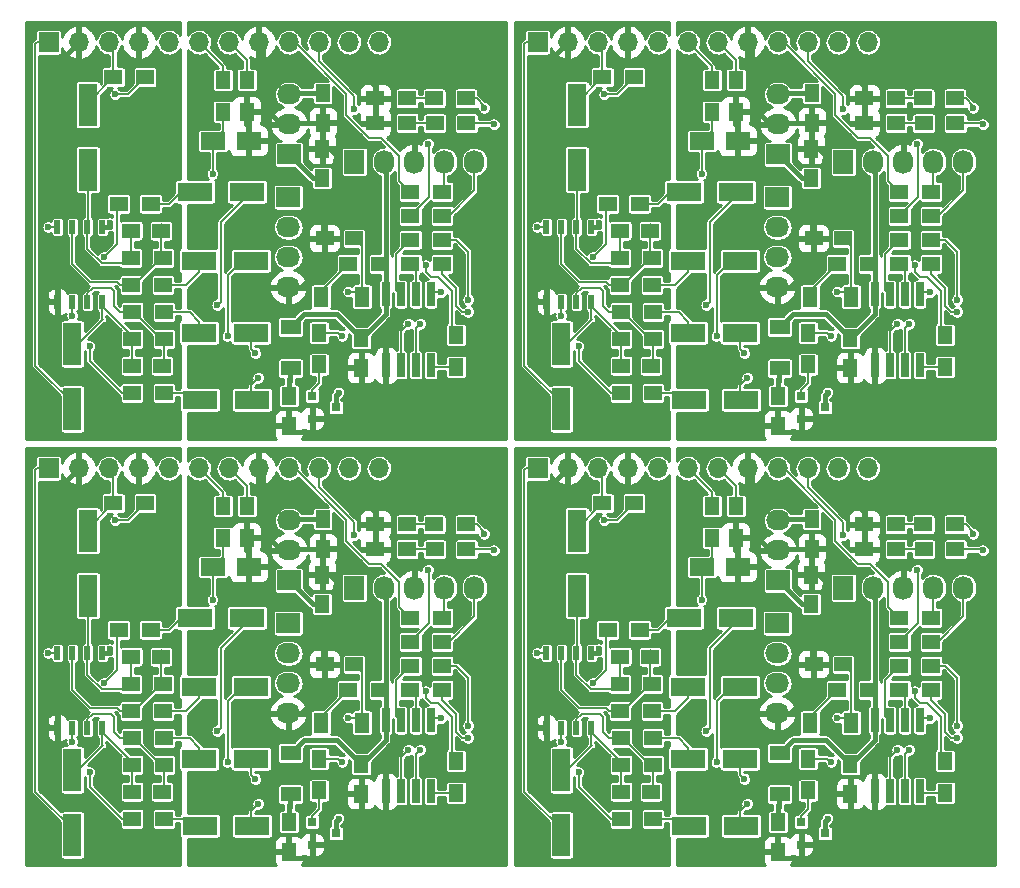
<source format=gbl>
G04 #@! TF.GenerationSoftware,KiCad,Pcbnew,5.99.0-unknown-6083c08~88~ubuntu18.04.1*
G04 #@! TF.CreationDate,2021-04-28T16:00:33+02:00*
G04 #@! TF.ProjectId,vwcdpic_with_BT_panel,76776364-7069-4635-9f77-6974685f4254,rev?*
G04 #@! TF.SameCoordinates,Original*
G04 #@! TF.FileFunction,Copper,L2,Bot*
G04 #@! TF.FilePolarity,Positive*
%FSLAX46Y46*%
G04 Gerber Fmt 4.6, Leading zero omitted, Abs format (unit mm)*
G04 Created by KiCad (PCBNEW 5.99.0-unknown-6083c08~88~ubuntu18.04.1) date 2021-04-28 16:00:33*
%MOMM*%
%LPD*%
G01*
G04 APERTURE LIST*
G04 #@! TA.AperFunction,SMDPad,CuDef*
%ADD10R,3.000000X1.600000*%
G04 #@! TD*
G04 #@! TA.AperFunction,ComponentPad*
%ADD11R,2.032000X1.727200*%
G04 #@! TD*
G04 #@! TA.AperFunction,ComponentPad*
%ADD12O,2.032000X1.727200*%
G04 #@! TD*
G04 #@! TA.AperFunction,SMDPad,CuDef*
%ADD13R,1.500000X1.250000*%
G04 #@! TD*
G04 #@! TA.AperFunction,SMDPad,CuDef*
%ADD14R,0.700000X2.000000*%
G04 #@! TD*
G04 #@! TA.AperFunction,SMDPad,CuDef*
%ADD15R,1.500000X1.300000*%
G04 #@! TD*
G04 #@! TA.AperFunction,SMDPad,CuDef*
%ADD16R,1.300000X1.500000*%
G04 #@! TD*
G04 #@! TA.AperFunction,SMDPad,CuDef*
%ADD17R,1.250000X1.500000*%
G04 #@! TD*
G04 #@! TA.AperFunction,SMDPad,CuDef*
%ADD18R,0.800100X0.800100*%
G04 #@! TD*
G04 #@! TA.AperFunction,SMDPad,CuDef*
%ADD19R,1.600200X3.599180*%
G04 #@! TD*
G04 #@! TA.AperFunction,SMDPad,CuDef*
%ADD20R,1.700000X1.300000*%
G04 #@! TD*
G04 #@! TA.AperFunction,ComponentPad*
%ADD21R,1.700000X1.700000*%
G04 #@! TD*
G04 #@! TA.AperFunction,ComponentPad*
%ADD22O,1.700000X1.700000*%
G04 #@! TD*
G04 #@! TA.AperFunction,ComponentPad*
%ADD23R,1.727200X2.032000*%
G04 #@! TD*
G04 #@! TA.AperFunction,ComponentPad*
%ADD24O,1.727200X2.032000*%
G04 #@! TD*
G04 #@! TA.AperFunction,SMDPad,CuDef*
%ADD25R,0.508000X1.143000*%
G04 #@! TD*
G04 #@! TA.AperFunction,SMDPad,CuDef*
%ADD26R,2.148840X1.501140*%
G04 #@! TD*
G04 #@! TA.AperFunction,SMDPad,CuDef*
%ADD27R,1.300000X1.700000*%
G04 #@! TD*
G04 #@! TA.AperFunction,ViaPad*
%ADD28C,0.600000*%
G04 #@! TD*
G04 #@! TA.AperFunction,Conductor*
%ADD29C,0.150000*%
G04 #@! TD*
G04 #@! TA.AperFunction,Conductor*
%ADD30C,0.400000*%
G04 #@! TD*
G04 #@! TA.AperFunction,Conductor*
%ADD31C,0.254000*%
G04 #@! TD*
G04 APERTURE END LIST*
D10*
X153838000Y-131318000D03*
X149438000Y-131318000D03*
D11*
X156972000Y-119824500D03*
D12*
X156972000Y-122364500D03*
X156972000Y-124904500D03*
X156972000Y-127444500D03*
D13*
X160040000Y-123317000D03*
X162540000Y-123317000D03*
D14*
X165227000Y-134064000D03*
X165227000Y-128064000D03*
X166497000Y-134064000D03*
X167767000Y-134064000D03*
X169037000Y-134064000D03*
X166497000Y-128064000D03*
X167767000Y-128064000D03*
X169037000Y-128064000D03*
D10*
X149057000Y-119380000D03*
X153457000Y-119380000D03*
D15*
X167306000Y-119380000D03*
X170006000Y-119380000D03*
D16*
X171196000Y-131492000D03*
X171196000Y-134192000D03*
D15*
X169336720Y-111475520D03*
X172036720Y-111475520D03*
D17*
X157022800Y-139172000D03*
X157022800Y-136672000D03*
D15*
X167306000Y-125476000D03*
X170006000Y-125476000D03*
X143764000Y-136398000D03*
X146464000Y-136398000D03*
D18*
X158996380Y-138582440D03*
X158996380Y-136682440D03*
X160995360Y-137632440D03*
D10*
X153812600Y-125222000D03*
X149412600Y-125222000D03*
D16*
X153443440Y-109891840D03*
X153443440Y-112591840D03*
D17*
X159829500Y-115717000D03*
X159829500Y-118217000D03*
D19*
X140004800Y-112014000D03*
X140004800Y-117515640D03*
D15*
X143633200Y-124968000D03*
X146333200Y-124968000D03*
X164735500Y-125476000D03*
X162035500Y-125476000D03*
D20*
X157170120Y-130827840D03*
X157170120Y-134327840D03*
D15*
X142604500Y-120396000D03*
X145304500Y-120396000D03*
D19*
X138684000Y-137767060D03*
X138684000Y-132265420D03*
D13*
X146182400Y-122682000D03*
X143682400Y-122682000D03*
D16*
X151447500Y-112602000D03*
X151447500Y-109902000D03*
D15*
X167032920Y-111475520D03*
X164332920Y-111475520D03*
X164348160Y-113558320D03*
X167048160Y-113558320D03*
X172057040Y-113583720D03*
X169357040Y-113583720D03*
D16*
X159578040Y-133996420D03*
X159578040Y-131296420D03*
D15*
X142160000Y-109677200D03*
X144860000Y-109677200D03*
D17*
X159893000Y-113518000D03*
X159893000Y-111018000D03*
D21*
X136692640Y-106710480D03*
D22*
X139232640Y-106710480D03*
X141772640Y-106710480D03*
X144312640Y-106710480D03*
X146852640Y-106710480D03*
X149392640Y-106710480D03*
X151932640Y-106710480D03*
X154472640Y-106710480D03*
X157012640Y-106710480D03*
X159552640Y-106710480D03*
X162092640Y-106710480D03*
X164632640Y-106710480D03*
D15*
X143764000Y-131826000D03*
X146464000Y-131826000D03*
D13*
X146264000Y-134112000D03*
X143764000Y-134112000D03*
D10*
X153878640Y-136987280D03*
X149478640Y-136987280D03*
D23*
X162560000Y-116840000D03*
D24*
X165100000Y-116840000D03*
X167640000Y-116840000D03*
X170180000Y-116840000D03*
X172720000Y-116840000D03*
D15*
X146358600Y-127254000D03*
X143658600Y-127254000D03*
D25*
X141224000Y-128691640D03*
X139954000Y-128691640D03*
X138684000Y-128691640D03*
X137414000Y-128691640D03*
X137414000Y-122341640D03*
X138684000Y-122341640D03*
X139954000Y-122341640D03*
X141224000Y-122341640D03*
D11*
X157024000Y-116196000D03*
D12*
X157024000Y-113656000D03*
X157024000Y-111116000D03*
D26*
X153624280Y-115062000D03*
X150622000Y-115062000D03*
D17*
X163131500Y-134282500D03*
X163131500Y-131782500D03*
D15*
X146464000Y-129540000D03*
X143764000Y-129540000D03*
X167306000Y-121412000D03*
X170006000Y-121412000D03*
X167306000Y-123444000D03*
X170006000Y-123444000D03*
D27*
X159730500Y-128270000D03*
X163230500Y-128270000D03*
D10*
X112436000Y-131318000D03*
X108036000Y-131318000D03*
D11*
X115570000Y-119824500D03*
D12*
X115570000Y-122364500D03*
X115570000Y-124904500D03*
X115570000Y-127444500D03*
D13*
X118638000Y-123317000D03*
X121138000Y-123317000D03*
D14*
X123825000Y-134064000D03*
X123825000Y-128064000D03*
X125095000Y-134064000D03*
X126365000Y-134064000D03*
X127635000Y-134064000D03*
X125095000Y-128064000D03*
X126365000Y-128064000D03*
X127635000Y-128064000D03*
D10*
X107655000Y-119380000D03*
X112055000Y-119380000D03*
D15*
X125904000Y-119380000D03*
X128604000Y-119380000D03*
D16*
X129794000Y-131492000D03*
X129794000Y-134192000D03*
D15*
X127934720Y-111475520D03*
X130634720Y-111475520D03*
D17*
X115620800Y-139172000D03*
X115620800Y-136672000D03*
D15*
X125904000Y-125476000D03*
X128604000Y-125476000D03*
X102362000Y-136398000D03*
X105062000Y-136398000D03*
D18*
X117594380Y-138582440D03*
X117594380Y-136682440D03*
X119593360Y-137632440D03*
D10*
X112410600Y-125222000D03*
X108010600Y-125222000D03*
D16*
X112041440Y-109891840D03*
X112041440Y-112591840D03*
D17*
X118427500Y-115717000D03*
X118427500Y-118217000D03*
D19*
X98602800Y-112014000D03*
X98602800Y-117515640D03*
D15*
X102231200Y-124968000D03*
X104931200Y-124968000D03*
X123333500Y-125476000D03*
X120633500Y-125476000D03*
D20*
X115768120Y-130827840D03*
X115768120Y-134327840D03*
D15*
X101202500Y-120396000D03*
X103902500Y-120396000D03*
D19*
X97282000Y-137767060D03*
X97282000Y-132265420D03*
D13*
X104780400Y-122682000D03*
X102280400Y-122682000D03*
D16*
X110045500Y-112602000D03*
X110045500Y-109902000D03*
D15*
X125630920Y-111475520D03*
X122930920Y-111475520D03*
X122946160Y-113558320D03*
X125646160Y-113558320D03*
X130655040Y-113583720D03*
X127955040Y-113583720D03*
D16*
X118176040Y-133996420D03*
X118176040Y-131296420D03*
D15*
X100758000Y-109677200D03*
X103458000Y-109677200D03*
D17*
X118491000Y-113518000D03*
X118491000Y-111018000D03*
D21*
X95290640Y-106710480D03*
D22*
X97830640Y-106710480D03*
X100370640Y-106710480D03*
X102910640Y-106710480D03*
X105450640Y-106710480D03*
X107990640Y-106710480D03*
X110530640Y-106710480D03*
X113070640Y-106710480D03*
X115610640Y-106710480D03*
X118150640Y-106710480D03*
X120690640Y-106710480D03*
X123230640Y-106710480D03*
D15*
X102362000Y-131826000D03*
X105062000Y-131826000D03*
D13*
X104862000Y-134112000D03*
X102362000Y-134112000D03*
D10*
X112476640Y-136987280D03*
X108076640Y-136987280D03*
D23*
X121158000Y-116840000D03*
D24*
X123698000Y-116840000D03*
X126238000Y-116840000D03*
X128778000Y-116840000D03*
X131318000Y-116840000D03*
D15*
X104956600Y-127254000D03*
X102256600Y-127254000D03*
D25*
X99822000Y-128691640D03*
X98552000Y-128691640D03*
X97282000Y-128691640D03*
X96012000Y-128691640D03*
X96012000Y-122341640D03*
X97282000Y-122341640D03*
X98552000Y-122341640D03*
X99822000Y-122341640D03*
D11*
X115622000Y-116196000D03*
D12*
X115622000Y-113656000D03*
X115622000Y-111116000D03*
D26*
X112222280Y-115062000D03*
X109220000Y-115062000D03*
D17*
X121729500Y-134282500D03*
X121729500Y-131782500D03*
D15*
X105062000Y-129540000D03*
X102362000Y-129540000D03*
X125904000Y-121412000D03*
X128604000Y-121412000D03*
X125904000Y-123444000D03*
X128604000Y-123444000D03*
D27*
X118328500Y-128270000D03*
X121828500Y-128270000D03*
D10*
X153838000Y-95250000D03*
X149438000Y-95250000D03*
D11*
X156972000Y-83756500D03*
D12*
X156972000Y-86296500D03*
X156972000Y-88836500D03*
X156972000Y-91376500D03*
D13*
X160040000Y-87249000D03*
X162540000Y-87249000D03*
D14*
X165227000Y-97996000D03*
X165227000Y-91996000D03*
X166497000Y-97996000D03*
X167767000Y-97996000D03*
X169037000Y-97996000D03*
X166497000Y-91996000D03*
X167767000Y-91996000D03*
X169037000Y-91996000D03*
D10*
X149057000Y-83312000D03*
X153457000Y-83312000D03*
D15*
X167306000Y-83312000D03*
X170006000Y-83312000D03*
D16*
X171196000Y-95424000D03*
X171196000Y-98124000D03*
D15*
X169336720Y-75407520D03*
X172036720Y-75407520D03*
D17*
X157022800Y-103104000D03*
X157022800Y-100604000D03*
D15*
X167306000Y-89408000D03*
X170006000Y-89408000D03*
X143764000Y-100330000D03*
X146464000Y-100330000D03*
D18*
X158996380Y-102514440D03*
X158996380Y-100614440D03*
X160995360Y-101564440D03*
D10*
X153812600Y-89154000D03*
X149412600Y-89154000D03*
D16*
X153443440Y-73823840D03*
X153443440Y-76523840D03*
D17*
X159829500Y-79649000D03*
X159829500Y-82149000D03*
D19*
X140004800Y-75946000D03*
X140004800Y-81447640D03*
D15*
X143633200Y-88900000D03*
X146333200Y-88900000D03*
X164735500Y-89408000D03*
X162035500Y-89408000D03*
D20*
X157170120Y-94759840D03*
X157170120Y-98259840D03*
D15*
X142604500Y-84328000D03*
X145304500Y-84328000D03*
D19*
X138684000Y-101699060D03*
X138684000Y-96197420D03*
D13*
X146182400Y-86614000D03*
X143682400Y-86614000D03*
D16*
X151447500Y-76534000D03*
X151447500Y-73834000D03*
D15*
X167032920Y-75407520D03*
X164332920Y-75407520D03*
X164348160Y-77490320D03*
X167048160Y-77490320D03*
X172057040Y-77515720D03*
X169357040Y-77515720D03*
D16*
X159578040Y-97928420D03*
X159578040Y-95228420D03*
D15*
X142160000Y-73609200D03*
X144860000Y-73609200D03*
D17*
X159893000Y-77450000D03*
X159893000Y-74950000D03*
D21*
X136692640Y-70642480D03*
D22*
X139232640Y-70642480D03*
X141772640Y-70642480D03*
X144312640Y-70642480D03*
X146852640Y-70642480D03*
X149392640Y-70642480D03*
X151932640Y-70642480D03*
X154472640Y-70642480D03*
X157012640Y-70642480D03*
X159552640Y-70642480D03*
X162092640Y-70642480D03*
X164632640Y-70642480D03*
D15*
X143764000Y-95758000D03*
X146464000Y-95758000D03*
D13*
X146264000Y-98044000D03*
X143764000Y-98044000D03*
D10*
X153878640Y-100919280D03*
X149478640Y-100919280D03*
D23*
X162560000Y-80772000D03*
D24*
X165100000Y-80772000D03*
X167640000Y-80772000D03*
X170180000Y-80772000D03*
X172720000Y-80772000D03*
D15*
X146358600Y-91186000D03*
X143658600Y-91186000D03*
D25*
X141224000Y-92623640D03*
X139954000Y-92623640D03*
X138684000Y-92623640D03*
X137414000Y-92623640D03*
X137414000Y-86273640D03*
X138684000Y-86273640D03*
X139954000Y-86273640D03*
X141224000Y-86273640D03*
D11*
X157024000Y-80128000D03*
D12*
X157024000Y-77588000D03*
X157024000Y-75048000D03*
D26*
X153624280Y-78994000D03*
X150622000Y-78994000D03*
D17*
X163131500Y-98214500D03*
X163131500Y-95714500D03*
D15*
X146464000Y-93472000D03*
X143764000Y-93472000D03*
X167306000Y-85344000D03*
X170006000Y-85344000D03*
X167306000Y-87376000D03*
X170006000Y-87376000D03*
D27*
X159730500Y-92202000D03*
X163230500Y-92202000D03*
D15*
X120633500Y-89408000D03*
X123333500Y-89408000D03*
D16*
X129794000Y-98124000D03*
X129794000Y-95424000D03*
D15*
X128604000Y-89408000D03*
X125904000Y-89408000D03*
X128604000Y-87376000D03*
X125904000Y-87376000D03*
X128604000Y-85344000D03*
X125904000Y-85344000D03*
X128604000Y-83312000D03*
X125904000Y-83312000D03*
D24*
X131318000Y-80772000D03*
X128778000Y-80772000D03*
X126238000Y-80772000D03*
X123698000Y-80772000D03*
D23*
X121158000Y-80772000D03*
D14*
X127635000Y-91996000D03*
X126365000Y-91996000D03*
X125095000Y-91996000D03*
X127635000Y-97996000D03*
X126365000Y-97996000D03*
X125095000Y-97996000D03*
X123825000Y-91996000D03*
X123825000Y-97996000D03*
D27*
X121828500Y-92202000D03*
X118328500Y-92202000D03*
D13*
X121138000Y-87249000D03*
X118638000Y-87249000D03*
D10*
X108076640Y-100919280D03*
X112476640Y-100919280D03*
X108010600Y-89154000D03*
X112410600Y-89154000D03*
X108036000Y-95250000D03*
X112436000Y-95250000D03*
D12*
X115570000Y-91376500D03*
X115570000Y-88836500D03*
X115570000Y-86296500D03*
D11*
X115570000Y-83756500D03*
D17*
X118427500Y-82149000D03*
X118427500Y-79649000D03*
D22*
X123230640Y-70642480D03*
X120690640Y-70642480D03*
X118150640Y-70642480D03*
X115610640Y-70642480D03*
X113070640Y-70642480D03*
X110530640Y-70642480D03*
X107990640Y-70642480D03*
X105450640Y-70642480D03*
X102910640Y-70642480D03*
X100370640Y-70642480D03*
X97830640Y-70642480D03*
D21*
X95290640Y-70642480D03*
D25*
X99822000Y-86273640D03*
X98552000Y-86273640D03*
X97282000Y-86273640D03*
X96012000Y-86273640D03*
X96012000Y-92623640D03*
X97282000Y-92623640D03*
X98552000Y-92623640D03*
X99822000Y-92623640D03*
D19*
X97282000Y-96197420D03*
X97282000Y-101699060D03*
D26*
X109220000Y-78994000D03*
X112222280Y-78994000D03*
D13*
X102280400Y-86614000D03*
X104780400Y-86614000D03*
D16*
X112041440Y-76523840D03*
X112041440Y-73823840D03*
D17*
X121729500Y-95714500D03*
X121729500Y-98214500D03*
D12*
X115622000Y-75048000D03*
X115622000Y-77588000D03*
D11*
X115622000Y-80128000D03*
D18*
X119593360Y-101564440D03*
X117594380Y-100614440D03*
X117594380Y-102514440D03*
D17*
X115620800Y-100604000D03*
X115620800Y-103104000D03*
D20*
X115768120Y-98259840D03*
X115768120Y-94759840D03*
D10*
X112055000Y-83312000D03*
X107655000Y-83312000D03*
D15*
X105062000Y-100330000D03*
X102362000Y-100330000D03*
D17*
X118491000Y-74950000D03*
X118491000Y-77450000D03*
D19*
X98602800Y-81447640D03*
X98602800Y-75946000D03*
D15*
X102362000Y-93472000D03*
X105062000Y-93472000D03*
X103458000Y-73609200D03*
X100758000Y-73609200D03*
X104931200Y-88900000D03*
X102231200Y-88900000D03*
D13*
X102362000Y-98044000D03*
X104862000Y-98044000D03*
D15*
X105062000Y-95758000D03*
X102362000Y-95758000D03*
X103902500Y-84328000D03*
X101202500Y-84328000D03*
X102256600Y-91186000D03*
X104956600Y-91186000D03*
X130634720Y-75407520D03*
X127934720Y-75407520D03*
D16*
X110045500Y-73834000D03*
X110045500Y-76534000D03*
D15*
X122930920Y-75407520D03*
X125630920Y-75407520D03*
X125646160Y-77490320D03*
X122946160Y-77490320D03*
X127955040Y-77515720D03*
X130655040Y-77515720D03*
D16*
X118176040Y-95228420D03*
X118176040Y-97928420D03*
D28*
X138684000Y-129857500D03*
X173545500Y-112268000D03*
X174371000Y-113665000D03*
X171767500Y-138684000D03*
X159893000Y-121666000D03*
X142303500Y-111125000D03*
X140144500Y-132445990D03*
X136969500Y-133096000D03*
X172212000Y-128524000D03*
X171386500Y-125603000D03*
X168656000Y-125603000D03*
X172212000Y-129540000D03*
X168783000Y-115316000D03*
X168148000Y-130556000D03*
X141372989Y-124882511D03*
X162560000Y-112395000D03*
X157086300Y-135366760D03*
X158407100Y-139677140D03*
X171513500Y-122301000D03*
X151824000Y-131596000D03*
X154193240Y-133029960D03*
X162052000Y-127825500D03*
X136296400Y-118872000D03*
X150939500Y-128968500D03*
X136652000Y-122364500D03*
X167132000Y-130556000D03*
X169926000Y-127889000D03*
X162814000Y-109093000D03*
X161036000Y-116840000D03*
X161544000Y-131572000D03*
X141905490Y-122047000D03*
X154432000Y-135128000D03*
X152527000Y-117919500D03*
X150558500Y-117856000D03*
X161229040Y-136380220D03*
X97282000Y-129857500D03*
X132143500Y-112268000D03*
X132969000Y-113665000D03*
X130365500Y-138684000D03*
X118491000Y-121666000D03*
X100901500Y-111125000D03*
X98742500Y-132445990D03*
X95567500Y-133096000D03*
X130810000Y-128524000D03*
X129984500Y-125603000D03*
X127254000Y-125603000D03*
X130810000Y-129540000D03*
X127381000Y-115316000D03*
X126746000Y-130556000D03*
X99970989Y-124882511D03*
X121158000Y-112395000D03*
X115684300Y-135366760D03*
X117005100Y-139677140D03*
X130111500Y-122301000D03*
X110422000Y-131596000D03*
X112791240Y-133029960D03*
X120650000Y-127825500D03*
X94894400Y-118872000D03*
X109537500Y-128968500D03*
X95250000Y-122364500D03*
X125730000Y-130556000D03*
X128524000Y-127889000D03*
X121412000Y-109093000D03*
X119634000Y-116840000D03*
X120142000Y-131572000D03*
X100503490Y-122047000D03*
X113030000Y-135128000D03*
X111125000Y-117919500D03*
X109156500Y-117856000D03*
X119827040Y-136380220D03*
X138684000Y-93789500D03*
X173545500Y-76200000D03*
X174371000Y-77597000D03*
X171767500Y-102616000D03*
X159893000Y-85598000D03*
X142303500Y-75057000D03*
X140144500Y-96377990D03*
X136969500Y-97028000D03*
X172212000Y-92456000D03*
X171386500Y-89535000D03*
X168656000Y-89535000D03*
X172212000Y-93472000D03*
X168783000Y-79248000D03*
X168148000Y-94488000D03*
X141372989Y-88814511D03*
X162560000Y-76327000D03*
X157086300Y-99298760D03*
X158407100Y-103609140D03*
X171513500Y-86233000D03*
X151824000Y-95528000D03*
X154193240Y-96961960D03*
X162052000Y-91757500D03*
X136296400Y-82804000D03*
X150939500Y-92900500D03*
X136652000Y-86296500D03*
X167132000Y-94488000D03*
X169926000Y-91821000D03*
X162814000Y-73025000D03*
X161036000Y-80772000D03*
X161544000Y-95504000D03*
X141905490Y-85979000D03*
X154432000Y-99060000D03*
X152527000Y-81851500D03*
X150558500Y-81788000D03*
X161229040Y-100312220D03*
X130810000Y-92456000D03*
X94894400Y-82804000D03*
X129984500Y-89535000D03*
X130111500Y-86233000D03*
X127254000Y-89535000D03*
X121158000Y-76327000D03*
X120650000Y-91757500D03*
X127381000Y-79248000D03*
X128524000Y-91821000D03*
X126746000Y-94488000D03*
X125730000Y-94488000D03*
X130810000Y-93472000D03*
X120142000Y-95504000D03*
X119634000Y-80772000D03*
X121412000Y-73025000D03*
X95250000Y-86296500D03*
X109537500Y-92900500D03*
X113030000Y-99060000D03*
X100503490Y-85979000D03*
X109156500Y-81788000D03*
X111125000Y-81851500D03*
X119827040Y-100312220D03*
X117005100Y-103609140D03*
X115684300Y-99298760D03*
X112791240Y-96961960D03*
X110422000Y-95528000D03*
X97282000Y-93789500D03*
X95567500Y-97028000D03*
X98742500Y-96377990D03*
X99970989Y-88814511D03*
X100901500Y-75057000D03*
X118491000Y-85598000D03*
X130365500Y-102616000D03*
X132969000Y-77597000D03*
X132143500Y-76200000D03*
D29*
X142864000Y-136398000D02*
X140520000Y-134054000D01*
X140520000Y-134054000D02*
X140421796Y-133955796D01*
D30*
X146939000Y-106796840D02*
X146852640Y-106710480D01*
D29*
X151447500Y-112602000D02*
X151447500Y-114236500D01*
X151447500Y-114236500D02*
X150622000Y-115062000D01*
D30*
X153624280Y-115062000D02*
X153624280Y-112772680D01*
X153624280Y-112772680D02*
X153443440Y-112591840D01*
D29*
X138684000Y-128691640D02*
X138684000Y-129857500D01*
X172036720Y-111475520D02*
X172936720Y-111475520D01*
X172936720Y-111475520D02*
X173545500Y-112084300D01*
X173545500Y-112084300D02*
X173545500Y-112268000D01*
X174289720Y-113583720D02*
X174371000Y-113665000D01*
X172057040Y-113583720D02*
X174289720Y-113583720D01*
D30*
X164348160Y-113558320D02*
X164348160Y-111490760D01*
X164348160Y-111490760D02*
X164332920Y-111475520D01*
D29*
X143256000Y-125412500D02*
X143633200Y-125035300D01*
X141160500Y-125412500D02*
X143256000Y-125412500D01*
X139954000Y-124206000D02*
X141160500Y-125412500D01*
X139954000Y-122341640D02*
X139954000Y-124206000D01*
X143633200Y-125035300D02*
X143633200Y-124968000D01*
X140520000Y-134054000D02*
X140144500Y-133678500D01*
D30*
X137414000Y-132651500D02*
X137269499Y-132796001D01*
X137269499Y-132796001D02*
X136969500Y-133096000D01*
X137414000Y-128691640D02*
X137414000Y-132651500D01*
D29*
X162707000Y-116987000D02*
X162560000Y-116840000D01*
X166116000Y-124634000D02*
X167306000Y-123444000D01*
X166497000Y-128064000D02*
X166116000Y-127683000D01*
X166116000Y-127683000D02*
X166116000Y-124634000D01*
X169124500Y-127976500D02*
X169037000Y-128064000D01*
X169164000Y-127937000D02*
X169037000Y-128064000D01*
X167640000Y-127937000D02*
X167767000Y-128064000D01*
X170006000Y-121412000D02*
X170561000Y-121412000D01*
X170180000Y-119206000D02*
X170006000Y-119380000D01*
X170180000Y-116840000D02*
X170180000Y-119206000D01*
X140144500Y-133678500D02*
X140144500Y-132870254D01*
X140144500Y-132870254D02*
X140144500Y-132445990D01*
X135507239Y-130188241D02*
X135507239Y-106895881D01*
X139151360Y-137723880D02*
X135519160Y-134091680D01*
X135519160Y-130200162D02*
X135507239Y-130188241D01*
X135519160Y-134091680D02*
X135519160Y-130200162D01*
X139151360Y-137767060D02*
X139151360Y-137723880D01*
D30*
X163131500Y-131782500D02*
X163175000Y-131782500D01*
D29*
X162786000Y-127825500D02*
X163230500Y-128270000D01*
X162052000Y-127825500D02*
X162786000Y-127825500D01*
X153451560Y-137358120D02*
X153812240Y-136997440D01*
X167032920Y-111475520D02*
X169336720Y-111475520D01*
D30*
X157022800Y-136672000D02*
X157022800Y-135430260D01*
X157022800Y-135430260D02*
X157086300Y-135366760D01*
X157086300Y-134411660D02*
X157170120Y-134327840D01*
X157086300Y-135366760D02*
X157086300Y-134411660D01*
X157527940Y-139677140D02*
X157022800Y-139172000D01*
X158407100Y-139677140D02*
X157527940Y-139677140D01*
D29*
X158996380Y-136132390D02*
X159578040Y-135550730D01*
X159578040Y-135550730D02*
X159578040Y-133996420D01*
X158996380Y-136682440D02*
X158996380Y-136132390D01*
X162560000Y-111315500D02*
X162433000Y-111188500D01*
X168656000Y-126174500D02*
X168656000Y-125603000D01*
X170797999Y-127744999D02*
X169608500Y-126555500D01*
X162560000Y-112395000D02*
X162560000Y-111315500D01*
X170797999Y-131093999D02*
X170797999Y-127744999D01*
X169608500Y-126555500D02*
X169037000Y-126555500D01*
X169037000Y-126555500D02*
X168656000Y-126174500D01*
X171196000Y-131492000D02*
X170797999Y-131093999D01*
D30*
X160040000Y-123317000D02*
X160040000Y-125456000D01*
D29*
X163230500Y-124007500D02*
X163230500Y-128270000D01*
X162540000Y-123317000D02*
X163230500Y-124007500D01*
X169165000Y-134192000D02*
X169037000Y-134064000D01*
X171196000Y-134192000D02*
X169165000Y-134192000D01*
D30*
X164735500Y-125476000D02*
X165227000Y-125476000D01*
X165227000Y-128064000D02*
X165227000Y-125476000D01*
X159893000Y-123170000D02*
X160040000Y-123317000D01*
X159893000Y-121666000D02*
X159893000Y-123170000D01*
X158051500Y-127444500D02*
X156972000Y-127444500D01*
X160040000Y-125456000D02*
X158051500Y-127444500D01*
D29*
X159730500Y-127781000D02*
X162035500Y-125476000D01*
X159730500Y-128270000D02*
X159730500Y-127781000D01*
X172720000Y-119253000D02*
X172720000Y-116840000D01*
X170561000Y-121412000D02*
X172720000Y-119253000D01*
D30*
X158996380Y-139580620D02*
X158899860Y-139677140D01*
D29*
X157510480Y-106710480D02*
X157012640Y-106710480D01*
X161861500Y-111061500D02*
X157510480Y-106710480D01*
X166370000Y-118444000D02*
X166370000Y-116332000D01*
X163792838Y-114808000D02*
X161861500Y-112876662D01*
X167306000Y-119380000D02*
X166370000Y-118444000D01*
X154193240Y-133029960D02*
X153837640Y-132674360D01*
X153837640Y-132674360D02*
X153837640Y-131318000D01*
X154698616Y-131318000D02*
X153837640Y-131318000D01*
X161861500Y-112876662D02*
X161861500Y-111061500D01*
X166370000Y-116332000D02*
X164846000Y-114808000D01*
X164846000Y-114808000D02*
X163792838Y-114808000D01*
X168910000Y-115443000D02*
X168783000Y-115316000D01*
X167306000Y-121412000D02*
X168910000Y-119808000D01*
X171196000Y-123444000D02*
X170006000Y-123444000D01*
X172212000Y-124460000D02*
X171196000Y-123444000D01*
X172212000Y-128524000D02*
X172212000Y-124460000D01*
D30*
X165227000Y-116967000D02*
X165100000Y-116840000D01*
X165227000Y-125476000D02*
X165227000Y-116967000D01*
X158899860Y-139677140D02*
X158407100Y-139677140D01*
X158996380Y-138582440D02*
X158996380Y-139580620D01*
X158267460Y-129730500D02*
X161079500Y-129730500D01*
X161079500Y-129730500D02*
X163131500Y-131782500D01*
X157170120Y-130827840D02*
X158267460Y-129730500D01*
X165227000Y-129730500D02*
X165227000Y-128064000D01*
X163175000Y-131782500D02*
X165227000Y-129730500D01*
D29*
X135507239Y-106895881D02*
X135692640Y-106710480D01*
X135692640Y-106710480D02*
X136692640Y-106710480D01*
X171704000Y-129540000D02*
X172212000Y-129540000D01*
X170006000Y-126318000D02*
X171196000Y-127508000D01*
X171196000Y-127508000D02*
X171196000Y-129032000D01*
X171196000Y-129032000D02*
X171704000Y-129540000D01*
X170006000Y-125476000D02*
X170006000Y-126318000D01*
D30*
X157015000Y-113665000D02*
X157024000Y-113656000D01*
D29*
X167048160Y-113558320D02*
X169331640Y-113558320D01*
X169331640Y-113558320D02*
X169357040Y-113583720D01*
X153812240Y-135747760D02*
X154432000Y-135128000D01*
X153812240Y-137414000D02*
X153812240Y-135747760D01*
X151239499Y-121924801D02*
X151239499Y-128668501D01*
X153784300Y-119380000D02*
X151239499Y-121924801D01*
X151239499Y-128668501D02*
X150939500Y-128968500D01*
X168910000Y-119808000D02*
X168910000Y-115443000D01*
X143412200Y-111125000D02*
X144860000Y-109677200D01*
X142303500Y-111125000D02*
X143412200Y-111125000D01*
D30*
X136296400Y-118872000D02*
X136271000Y-109672120D01*
X136271000Y-109672120D02*
X139232640Y-106710480D01*
X135971001Y-127902641D02*
X136760000Y-128691640D01*
D29*
X142160000Y-107097840D02*
X141772640Y-106710480D01*
X142160000Y-109677200D02*
X142160000Y-107097840D01*
X140004800Y-122290840D02*
X139954000Y-122341640D01*
X140004800Y-117515640D02*
X140004800Y-122290840D01*
X140004800Y-111832400D02*
X142160000Y-109677200D01*
X140004800Y-112014000D02*
X140004800Y-111832400D01*
D30*
X136760000Y-128691640D02*
X137414000Y-128691640D01*
X136296400Y-118872000D02*
X135971001Y-118727499D01*
X135971001Y-118727499D02*
X135971001Y-127902641D01*
D29*
X137414000Y-122341640D02*
X136674860Y-122341640D01*
X139954000Y-127970140D02*
X140416140Y-127508000D01*
X139954000Y-128691640D02*
X139954000Y-127970140D01*
X140416140Y-127508000D02*
X141986000Y-127508000D01*
X141986000Y-127508000D02*
X142240000Y-127762000D01*
X142240000Y-127762000D02*
X142240000Y-129032000D01*
X142748000Y-129540000D02*
X143764000Y-129540000D01*
X142240000Y-129032000D02*
X142748000Y-129540000D01*
X143864000Y-129540000D02*
X143764000Y-129540000D01*
X146150000Y-131826000D02*
X143864000Y-129540000D01*
X146464000Y-131826000D02*
X146150000Y-131826000D01*
X149387560Y-125404880D02*
X149412960Y-125430280D01*
X136674860Y-122341640D02*
X136652000Y-122364500D01*
X166497000Y-131191000D02*
X167132000Y-130556000D01*
X166497000Y-134064000D02*
X166497000Y-131191000D01*
X167767000Y-131191000D02*
X167767000Y-134064000D01*
X167767000Y-130937000D02*
X168148000Y-130556000D01*
X167767000Y-131191000D02*
X167767000Y-130937000D01*
D30*
X162855511Y-109134511D02*
X162814000Y-109093000D01*
X163041911Y-109134511D02*
X162855511Y-109134511D01*
X159045000Y-118217000D02*
X157024000Y-116196000D01*
X161036000Y-120523000D02*
X161036000Y-116840000D01*
X159893000Y-121666000D02*
X161036000Y-120523000D01*
X160493571Y-115717000D02*
X159829500Y-115717000D01*
X161036000Y-116840000D02*
X161036000Y-116259429D01*
X161036000Y-116259429D02*
X160493571Y-115717000D01*
X164332920Y-111475520D02*
X164815520Y-111475520D01*
D29*
X153443440Y-108221280D02*
X151932640Y-106710480D01*
X161204920Y-131296420D02*
X159578040Y-131296420D01*
X161544000Y-131572000D02*
X161204920Y-131296420D01*
D30*
X157162000Y-113518000D02*
X157024000Y-113656000D01*
X159893000Y-113518000D02*
X157162000Y-113518000D01*
X159893000Y-114668000D02*
X159893000Y-115570000D01*
X159893000Y-115570000D02*
X159893000Y-115109000D01*
X159893000Y-113518000D02*
X159893000Y-114668000D01*
X159829500Y-118217000D02*
X159045000Y-118217000D01*
D29*
X142430500Y-120570000D02*
X142430500Y-123825000D01*
D30*
X141878000Y-122341640D02*
X141905490Y-122314150D01*
X141905490Y-122314150D02*
X141905490Y-122047000D01*
X141224000Y-122341640D02*
X141878000Y-122341640D01*
D29*
X142604500Y-120396000D02*
X142430500Y-120570000D01*
X146875500Y-120396000D02*
X147764500Y-119507000D01*
X153443440Y-109891840D02*
X153443440Y-108221280D01*
X151447500Y-108765340D02*
X151447500Y-109902000D01*
X149392640Y-106710480D02*
X151447500Y-108765340D01*
D30*
X157024000Y-113656000D02*
X156391500Y-113656000D01*
X155327340Y-112591840D02*
X156391500Y-113656000D01*
X153443440Y-112591840D02*
X155327340Y-112591840D01*
D29*
X149257300Y-119507000D02*
X149384300Y-119380000D01*
X147764500Y-119507000D02*
X149257300Y-119507000D01*
X145304500Y-120396000D02*
X146875500Y-120396000D01*
X159552640Y-108308140D02*
X159552640Y-106710480D01*
D30*
X164332920Y-111475520D02*
X164332920Y-110425520D01*
X164332920Y-110425520D02*
X163041911Y-109134511D01*
D29*
X162433000Y-111188500D02*
X159552640Y-108308140D01*
D30*
X157122000Y-111018000D02*
X157024000Y-111116000D01*
X159893000Y-111018000D02*
X157122000Y-111018000D01*
X154813000Y-107050840D02*
X154472640Y-106710480D01*
X154813000Y-112077500D02*
X154813000Y-107050840D01*
X156391500Y-113656000D02*
X154813000Y-112077500D01*
X152826999Y-117619501D02*
X152527000Y-117919500D01*
X153624280Y-116822220D02*
X152826999Y-117619501D01*
X153624280Y-115062000D02*
X153624280Y-116822220D01*
D29*
X150622000Y-115062000D02*
X150622000Y-117792500D01*
X150622000Y-117792500D02*
X150558500Y-117856000D01*
X141672988Y-124582512D02*
X141372989Y-124882511D01*
X142398750Y-123856750D02*
X141672988Y-124582512D01*
X142430500Y-123825000D02*
X142398750Y-123856750D01*
D30*
X160995360Y-136613900D02*
X161229040Y-136380220D01*
X160995360Y-137632440D02*
X160995360Y-136613900D01*
D29*
X138684000Y-128691640D02*
X138684000Y-129009140D01*
X141224000Y-129009140D02*
X143764000Y-131549140D01*
X141224000Y-128691640D02*
X141224000Y-129009140D01*
X143764000Y-131549140D02*
X143764000Y-131826000D01*
X143764000Y-136398000D02*
X142864000Y-136398000D01*
X147258600Y-127254000D02*
X146358600Y-127254000D01*
X148331060Y-127254000D02*
X147258600Y-127254000D01*
X149412960Y-126172100D02*
X148331060Y-127254000D01*
X149412960Y-125222000D02*
X149412960Y-126172100D01*
X149412960Y-136463900D02*
X149412960Y-137414000D01*
X149347060Y-136398000D02*
X149412960Y-136463900D01*
X146464000Y-136398000D02*
X149347060Y-136398000D01*
X149438360Y-130367900D02*
X149438360Y-131318000D01*
X148610460Y-129540000D02*
X149438360Y-130367900D01*
X146464000Y-129540000D02*
X148610460Y-129540000D01*
X143633200Y-123952000D02*
X143633200Y-122172400D01*
X143633200Y-122172400D02*
X143682400Y-122123200D01*
X143633200Y-122731200D02*
X143682400Y-122682000D01*
X143633200Y-124968000D02*
X143633200Y-122731200D01*
X143764000Y-134112000D02*
X143764000Y-131826000D01*
X146333200Y-122274000D02*
X146182400Y-122123200D01*
X152998000Y-125222000D02*
X151824000Y-126396000D01*
X153812240Y-125222000D02*
X152998000Y-125222000D01*
X151824000Y-126396000D02*
X151824000Y-131171736D01*
X151824000Y-131171736D02*
X151824000Y-131596000D01*
X138684000Y-122341640D02*
X138684000Y-125476000D01*
X138684000Y-125476000D02*
X140208000Y-127000000D01*
X142758600Y-127254000D02*
X143658600Y-127254000D01*
X142504600Y-127000000D02*
X142758600Y-127254000D01*
X140208000Y-127000000D02*
X142504600Y-127000000D01*
X146182400Y-124817200D02*
X146333200Y-124968000D01*
X146182400Y-122682000D02*
X146182400Y-124817200D01*
X146233200Y-124968000D02*
X146333200Y-124968000D01*
X143947200Y-127254000D02*
X146233200Y-124968000D01*
X143658600Y-127254000D02*
X143947200Y-127254000D01*
X146464000Y-133912000D02*
X146264000Y-134112000D01*
X146464000Y-131826000D02*
X146464000Y-133912000D01*
X139151360Y-132265420D02*
X141241780Y-130175000D01*
X141241780Y-130175000D02*
X141287500Y-130175000D01*
X141224000Y-130111500D02*
X141224000Y-129009140D01*
X141287500Y-130175000D02*
X141224000Y-130111500D01*
X167767000Y-125937000D02*
X167306000Y-125476000D01*
X167767000Y-128064000D02*
X167767000Y-125937000D01*
X169212000Y-127889000D02*
X169037000Y-128064000D01*
X169926000Y-127889000D02*
X169212000Y-127889000D01*
X101462000Y-136398000D02*
X99118000Y-134054000D01*
X99118000Y-134054000D02*
X99019796Y-133955796D01*
D30*
X105537000Y-106796840D02*
X105450640Y-106710480D01*
D29*
X110045500Y-112602000D02*
X110045500Y-114236500D01*
X110045500Y-114236500D02*
X109220000Y-115062000D01*
D30*
X112222280Y-115062000D02*
X112222280Y-112772680D01*
X112222280Y-112772680D02*
X112041440Y-112591840D01*
D29*
X97282000Y-128691640D02*
X97282000Y-129857500D01*
X130634720Y-111475520D02*
X131534720Y-111475520D01*
X131534720Y-111475520D02*
X132143500Y-112084300D01*
X132143500Y-112084300D02*
X132143500Y-112268000D01*
X132887720Y-113583720D02*
X132969000Y-113665000D01*
X130655040Y-113583720D02*
X132887720Y-113583720D01*
D30*
X122946160Y-113558320D02*
X122946160Y-111490760D01*
X122946160Y-111490760D02*
X122930920Y-111475520D01*
D29*
X101854000Y-125412500D02*
X102231200Y-125035300D01*
X99758500Y-125412500D02*
X101854000Y-125412500D01*
X98552000Y-124206000D02*
X99758500Y-125412500D01*
X98552000Y-122341640D02*
X98552000Y-124206000D01*
X102231200Y-125035300D02*
X102231200Y-124968000D01*
X99118000Y-134054000D02*
X98742500Y-133678500D01*
D30*
X96012000Y-132651500D02*
X95867499Y-132796001D01*
X95867499Y-132796001D02*
X95567500Y-133096000D01*
X96012000Y-128691640D02*
X96012000Y-132651500D01*
D29*
X121305000Y-116987000D02*
X121158000Y-116840000D01*
X124714000Y-124634000D02*
X125904000Y-123444000D01*
X125095000Y-128064000D02*
X124714000Y-127683000D01*
X124714000Y-127683000D02*
X124714000Y-124634000D01*
X127722500Y-127976500D02*
X127635000Y-128064000D01*
X127762000Y-127937000D02*
X127635000Y-128064000D01*
X126238000Y-127937000D02*
X126365000Y-128064000D01*
X128604000Y-121412000D02*
X129159000Y-121412000D01*
X128778000Y-119206000D02*
X128604000Y-119380000D01*
X128778000Y-116840000D02*
X128778000Y-119206000D01*
X98742500Y-133678500D02*
X98742500Y-132870254D01*
X98742500Y-132870254D02*
X98742500Y-132445990D01*
X94105239Y-130188241D02*
X94105239Y-106895881D01*
X97749360Y-137723880D02*
X94117160Y-134091680D01*
X94117160Y-130200162D02*
X94105239Y-130188241D01*
X94117160Y-134091680D02*
X94117160Y-130200162D01*
X97749360Y-137767060D02*
X97749360Y-137723880D01*
D30*
X121729500Y-131782500D02*
X121773000Y-131782500D01*
D29*
X121384000Y-127825500D02*
X121828500Y-128270000D01*
X120650000Y-127825500D02*
X121384000Y-127825500D01*
X112049560Y-137358120D02*
X112410240Y-136997440D01*
X125630920Y-111475520D02*
X127934720Y-111475520D01*
D30*
X115620800Y-136672000D02*
X115620800Y-135430260D01*
X115620800Y-135430260D02*
X115684300Y-135366760D01*
X115684300Y-134411660D02*
X115768120Y-134327840D01*
X115684300Y-135366760D02*
X115684300Y-134411660D01*
X116125940Y-139677140D02*
X115620800Y-139172000D01*
X117005100Y-139677140D02*
X116125940Y-139677140D01*
D29*
X117594380Y-136132390D02*
X118176040Y-135550730D01*
X118176040Y-135550730D02*
X118176040Y-133996420D01*
X117594380Y-136682440D02*
X117594380Y-136132390D01*
X121158000Y-111315500D02*
X121031000Y-111188500D01*
X127254000Y-126174500D02*
X127254000Y-125603000D01*
X129395999Y-127744999D02*
X128206500Y-126555500D01*
X121158000Y-112395000D02*
X121158000Y-111315500D01*
X129395999Y-131093999D02*
X129395999Y-127744999D01*
X128206500Y-126555500D02*
X127635000Y-126555500D01*
X127635000Y-126555500D02*
X127254000Y-126174500D01*
X129794000Y-131492000D02*
X129395999Y-131093999D01*
D30*
X118638000Y-123317000D02*
X118638000Y-125456000D01*
D29*
X121828500Y-124007500D02*
X121828500Y-128270000D01*
X121138000Y-123317000D02*
X121828500Y-124007500D01*
X127763000Y-134192000D02*
X127635000Y-134064000D01*
X129794000Y-134192000D02*
X127763000Y-134192000D01*
D30*
X123333500Y-125476000D02*
X123825000Y-125476000D01*
X123825000Y-128064000D02*
X123825000Y-125476000D01*
X118491000Y-123170000D02*
X118638000Y-123317000D01*
X118491000Y-121666000D02*
X118491000Y-123170000D01*
X116649500Y-127444500D02*
X115570000Y-127444500D01*
X118638000Y-125456000D02*
X116649500Y-127444500D01*
D29*
X118328500Y-127781000D02*
X120633500Y-125476000D01*
X118328500Y-128270000D02*
X118328500Y-127781000D01*
X131318000Y-119253000D02*
X131318000Y-116840000D01*
X129159000Y-121412000D02*
X131318000Y-119253000D01*
D30*
X117594380Y-139580620D02*
X117497860Y-139677140D01*
D29*
X116108480Y-106710480D02*
X115610640Y-106710480D01*
X120459500Y-111061500D02*
X116108480Y-106710480D01*
X124968000Y-118444000D02*
X124968000Y-116332000D01*
X122390838Y-114808000D02*
X120459500Y-112876662D01*
X125904000Y-119380000D02*
X124968000Y-118444000D01*
X112791240Y-133029960D02*
X112435640Y-132674360D01*
X112435640Y-132674360D02*
X112435640Y-131318000D01*
X113296616Y-131318000D02*
X112435640Y-131318000D01*
X120459500Y-112876662D02*
X120459500Y-111061500D01*
X124968000Y-116332000D02*
X123444000Y-114808000D01*
X123444000Y-114808000D02*
X122390838Y-114808000D01*
X127508000Y-115443000D02*
X127381000Y-115316000D01*
X125904000Y-121412000D02*
X127508000Y-119808000D01*
X129794000Y-123444000D02*
X128604000Y-123444000D01*
X130810000Y-124460000D02*
X129794000Y-123444000D01*
X130810000Y-128524000D02*
X130810000Y-124460000D01*
D30*
X123825000Y-116967000D02*
X123698000Y-116840000D01*
X123825000Y-125476000D02*
X123825000Y-116967000D01*
X117497860Y-139677140D02*
X117005100Y-139677140D01*
X117594380Y-138582440D02*
X117594380Y-139580620D01*
X116865460Y-129730500D02*
X119677500Y-129730500D01*
X119677500Y-129730500D02*
X121729500Y-131782500D01*
X115768120Y-130827840D02*
X116865460Y-129730500D01*
X123825000Y-129730500D02*
X123825000Y-128064000D01*
X121773000Y-131782500D02*
X123825000Y-129730500D01*
D29*
X94105239Y-106895881D02*
X94290640Y-106710480D01*
X94290640Y-106710480D02*
X95290640Y-106710480D01*
X130302000Y-129540000D02*
X130810000Y-129540000D01*
X128604000Y-126318000D02*
X129794000Y-127508000D01*
X129794000Y-127508000D02*
X129794000Y-129032000D01*
X129794000Y-129032000D02*
X130302000Y-129540000D01*
X128604000Y-125476000D02*
X128604000Y-126318000D01*
D30*
X115613000Y-113665000D02*
X115622000Y-113656000D01*
D29*
X125646160Y-113558320D02*
X127929640Y-113558320D01*
X127929640Y-113558320D02*
X127955040Y-113583720D01*
X112410240Y-135747760D02*
X113030000Y-135128000D01*
X112410240Y-137414000D02*
X112410240Y-135747760D01*
X109837499Y-121924801D02*
X109837499Y-128668501D01*
X112382300Y-119380000D02*
X109837499Y-121924801D01*
X109837499Y-128668501D02*
X109537500Y-128968500D01*
X127508000Y-119808000D02*
X127508000Y-115443000D01*
X102010200Y-111125000D02*
X103458000Y-109677200D01*
X100901500Y-111125000D02*
X102010200Y-111125000D01*
D30*
X94894400Y-118872000D02*
X94869000Y-109672120D01*
X94869000Y-109672120D02*
X97830640Y-106710480D01*
X94569001Y-127902641D02*
X95358000Y-128691640D01*
D29*
X100758000Y-107097840D02*
X100370640Y-106710480D01*
X100758000Y-109677200D02*
X100758000Y-107097840D01*
X98602800Y-122290840D02*
X98552000Y-122341640D01*
X98602800Y-117515640D02*
X98602800Y-122290840D01*
X98602800Y-111832400D02*
X100758000Y-109677200D01*
X98602800Y-112014000D02*
X98602800Y-111832400D01*
D30*
X95358000Y-128691640D02*
X96012000Y-128691640D01*
X94894400Y-118872000D02*
X94569001Y-118727499D01*
X94569001Y-118727499D02*
X94569001Y-127902641D01*
D29*
X96012000Y-122341640D02*
X95272860Y-122341640D01*
X98552000Y-127970140D02*
X99014140Y-127508000D01*
X98552000Y-128691640D02*
X98552000Y-127970140D01*
X99014140Y-127508000D02*
X100584000Y-127508000D01*
X100584000Y-127508000D02*
X100838000Y-127762000D01*
X100838000Y-127762000D02*
X100838000Y-129032000D01*
X101346000Y-129540000D02*
X102362000Y-129540000D01*
X100838000Y-129032000D02*
X101346000Y-129540000D01*
X102462000Y-129540000D02*
X102362000Y-129540000D01*
X104748000Y-131826000D02*
X102462000Y-129540000D01*
X105062000Y-131826000D02*
X104748000Y-131826000D01*
X107985560Y-125404880D02*
X108010960Y-125430280D01*
X95272860Y-122341640D02*
X95250000Y-122364500D01*
X125095000Y-131191000D02*
X125730000Y-130556000D01*
X125095000Y-134064000D02*
X125095000Y-131191000D01*
X126365000Y-131191000D02*
X126365000Y-134064000D01*
X126365000Y-130937000D02*
X126746000Y-130556000D01*
X126365000Y-131191000D02*
X126365000Y-130937000D01*
D30*
X121453511Y-109134511D02*
X121412000Y-109093000D01*
X121639911Y-109134511D02*
X121453511Y-109134511D01*
X117643000Y-118217000D02*
X115622000Y-116196000D01*
X119634000Y-120523000D02*
X119634000Y-116840000D01*
X118491000Y-121666000D02*
X119634000Y-120523000D01*
X119091571Y-115717000D02*
X118427500Y-115717000D01*
X119634000Y-116840000D02*
X119634000Y-116259429D01*
X119634000Y-116259429D02*
X119091571Y-115717000D01*
X122930920Y-111475520D02*
X123413520Y-111475520D01*
D29*
X112041440Y-108221280D02*
X110530640Y-106710480D01*
X119802920Y-131296420D02*
X118176040Y-131296420D01*
X120142000Y-131572000D02*
X119802920Y-131296420D01*
D30*
X115760000Y-113518000D02*
X115622000Y-113656000D01*
X118491000Y-113518000D02*
X115760000Y-113518000D01*
X118491000Y-114668000D02*
X118491000Y-115570000D01*
X118491000Y-115570000D02*
X118491000Y-115109000D01*
X118491000Y-113518000D02*
X118491000Y-114668000D01*
X118427500Y-118217000D02*
X117643000Y-118217000D01*
D29*
X101028500Y-120570000D02*
X101028500Y-123825000D01*
D30*
X100476000Y-122341640D02*
X100503490Y-122314150D01*
X100503490Y-122314150D02*
X100503490Y-122047000D01*
X99822000Y-122341640D02*
X100476000Y-122341640D01*
D29*
X101202500Y-120396000D02*
X101028500Y-120570000D01*
X105473500Y-120396000D02*
X106362500Y-119507000D01*
X112041440Y-109891840D02*
X112041440Y-108221280D01*
X110045500Y-108765340D02*
X110045500Y-109902000D01*
X107990640Y-106710480D02*
X110045500Y-108765340D01*
D30*
X115622000Y-113656000D02*
X114989500Y-113656000D01*
X113925340Y-112591840D02*
X114989500Y-113656000D01*
X112041440Y-112591840D02*
X113925340Y-112591840D01*
D29*
X107855300Y-119507000D02*
X107982300Y-119380000D01*
X106362500Y-119507000D02*
X107855300Y-119507000D01*
X103902500Y-120396000D02*
X105473500Y-120396000D01*
X118150640Y-108308140D02*
X118150640Y-106710480D01*
D30*
X122930920Y-111475520D02*
X122930920Y-110425520D01*
X122930920Y-110425520D02*
X121639911Y-109134511D01*
D29*
X121031000Y-111188500D02*
X118150640Y-108308140D01*
D30*
X115720000Y-111018000D02*
X115622000Y-111116000D01*
X118491000Y-111018000D02*
X115720000Y-111018000D01*
X113411000Y-107050840D02*
X113070640Y-106710480D01*
X113411000Y-112077500D02*
X113411000Y-107050840D01*
X114989500Y-113656000D02*
X113411000Y-112077500D01*
X111424999Y-117619501D02*
X111125000Y-117919500D01*
X112222280Y-116822220D02*
X111424999Y-117619501D01*
X112222280Y-115062000D02*
X112222280Y-116822220D01*
D29*
X109220000Y-115062000D02*
X109220000Y-117792500D01*
X109220000Y-117792500D02*
X109156500Y-117856000D01*
X100270988Y-124582512D02*
X99970989Y-124882511D01*
X100996750Y-123856750D02*
X100270988Y-124582512D01*
X101028500Y-123825000D02*
X100996750Y-123856750D01*
D30*
X119593360Y-136613900D02*
X119827040Y-136380220D01*
X119593360Y-137632440D02*
X119593360Y-136613900D01*
D29*
X97282000Y-128691640D02*
X97282000Y-129009140D01*
X99822000Y-129009140D02*
X102362000Y-131549140D01*
X99822000Y-128691640D02*
X99822000Y-129009140D01*
X102362000Y-131549140D02*
X102362000Y-131826000D01*
X102362000Y-136398000D02*
X101462000Y-136398000D01*
X105856600Y-127254000D02*
X104956600Y-127254000D01*
X106929060Y-127254000D02*
X105856600Y-127254000D01*
X108010960Y-126172100D02*
X106929060Y-127254000D01*
X108010960Y-125222000D02*
X108010960Y-126172100D01*
X108010960Y-136463900D02*
X108010960Y-137414000D01*
X107945060Y-136398000D02*
X108010960Y-136463900D01*
X105062000Y-136398000D02*
X107945060Y-136398000D01*
X108036360Y-130367900D02*
X108036360Y-131318000D01*
X107208460Y-129540000D02*
X108036360Y-130367900D01*
X105062000Y-129540000D02*
X107208460Y-129540000D01*
X102231200Y-123952000D02*
X102231200Y-122172400D01*
X102231200Y-122172400D02*
X102280400Y-122123200D01*
X102231200Y-122731200D02*
X102280400Y-122682000D01*
X102231200Y-124968000D02*
X102231200Y-122731200D01*
X102362000Y-134112000D02*
X102362000Y-131826000D01*
X104931200Y-122274000D02*
X104780400Y-122123200D01*
X111596000Y-125222000D02*
X110422000Y-126396000D01*
X112410240Y-125222000D02*
X111596000Y-125222000D01*
X110422000Y-126396000D02*
X110422000Y-131171736D01*
X110422000Y-131171736D02*
X110422000Y-131596000D01*
X97282000Y-122341640D02*
X97282000Y-125476000D01*
X97282000Y-125476000D02*
X98806000Y-127000000D01*
X101356600Y-127254000D02*
X102256600Y-127254000D01*
X101102600Y-127000000D02*
X101356600Y-127254000D01*
X98806000Y-127000000D02*
X101102600Y-127000000D01*
X104780400Y-124817200D02*
X104931200Y-124968000D01*
X104780400Y-122682000D02*
X104780400Y-124817200D01*
X104831200Y-124968000D02*
X104931200Y-124968000D01*
X102545200Y-127254000D02*
X104831200Y-124968000D01*
X102256600Y-127254000D02*
X102545200Y-127254000D01*
X105062000Y-133912000D02*
X104862000Y-134112000D01*
X105062000Y-131826000D02*
X105062000Y-133912000D01*
X97749360Y-132265420D02*
X99839780Y-130175000D01*
X99839780Y-130175000D02*
X99885500Y-130175000D01*
X99822000Y-130111500D02*
X99822000Y-129009140D01*
X99885500Y-130175000D02*
X99822000Y-130111500D01*
X126365000Y-125937000D02*
X125904000Y-125476000D01*
X126365000Y-128064000D02*
X126365000Y-125937000D01*
X127810000Y-127889000D02*
X127635000Y-128064000D01*
X128524000Y-127889000D02*
X127810000Y-127889000D01*
X142864000Y-100330000D02*
X140520000Y-97986000D01*
X140520000Y-97986000D02*
X140421796Y-97887796D01*
D30*
X146939000Y-70728840D02*
X146852640Y-70642480D01*
D29*
X151447500Y-76534000D02*
X151447500Y-78168500D01*
X151447500Y-78168500D02*
X150622000Y-78994000D01*
D30*
X153624280Y-78994000D02*
X153624280Y-76704680D01*
X153624280Y-76704680D02*
X153443440Y-76523840D01*
D29*
X138684000Y-92623640D02*
X138684000Y-93789500D01*
X172036720Y-75407520D02*
X172936720Y-75407520D01*
X172936720Y-75407520D02*
X173545500Y-76016300D01*
X173545500Y-76016300D02*
X173545500Y-76200000D01*
X174289720Y-77515720D02*
X174371000Y-77597000D01*
X172057040Y-77515720D02*
X174289720Y-77515720D01*
D30*
X164348160Y-77490320D02*
X164348160Y-75422760D01*
X164348160Y-75422760D02*
X164332920Y-75407520D01*
D29*
X143256000Y-89344500D02*
X143633200Y-88967300D01*
X141160500Y-89344500D02*
X143256000Y-89344500D01*
X139954000Y-88138000D02*
X141160500Y-89344500D01*
X139954000Y-86273640D02*
X139954000Y-88138000D01*
X143633200Y-88967300D02*
X143633200Y-88900000D01*
X140520000Y-97986000D02*
X140144500Y-97610500D01*
D30*
X137414000Y-96583500D02*
X137269499Y-96728001D01*
X137269499Y-96728001D02*
X136969500Y-97028000D01*
X137414000Y-92623640D02*
X137414000Y-96583500D01*
D29*
X162707000Y-80919000D02*
X162560000Y-80772000D01*
X166116000Y-88566000D02*
X167306000Y-87376000D01*
X166497000Y-91996000D02*
X166116000Y-91615000D01*
X166116000Y-91615000D02*
X166116000Y-88566000D01*
X169124500Y-91908500D02*
X169037000Y-91996000D01*
X169164000Y-91869000D02*
X169037000Y-91996000D01*
X167640000Y-91869000D02*
X167767000Y-91996000D01*
X170006000Y-85344000D02*
X170561000Y-85344000D01*
X170180000Y-83138000D02*
X170006000Y-83312000D01*
X170180000Y-80772000D02*
X170180000Y-83138000D01*
X140144500Y-97610500D02*
X140144500Y-96802254D01*
X140144500Y-96802254D02*
X140144500Y-96377990D01*
X135507239Y-94120241D02*
X135507239Y-70827881D01*
X139151360Y-101655880D02*
X135519160Y-98023680D01*
X135519160Y-94132162D02*
X135507239Y-94120241D01*
X135519160Y-98023680D02*
X135519160Y-94132162D01*
X139151360Y-101699060D02*
X139151360Y-101655880D01*
D30*
X163131500Y-95714500D02*
X163175000Y-95714500D01*
D29*
X162786000Y-91757500D02*
X163230500Y-92202000D01*
X162052000Y-91757500D02*
X162786000Y-91757500D01*
X153451560Y-101290120D02*
X153812240Y-100929440D01*
X167032920Y-75407520D02*
X169336720Y-75407520D01*
D30*
X157022800Y-100604000D02*
X157022800Y-99362260D01*
X157022800Y-99362260D02*
X157086300Y-99298760D01*
X157086300Y-98343660D02*
X157170120Y-98259840D01*
X157086300Y-99298760D02*
X157086300Y-98343660D01*
X157527940Y-103609140D02*
X157022800Y-103104000D01*
X158407100Y-103609140D02*
X157527940Y-103609140D01*
D29*
X158996380Y-100064390D02*
X159578040Y-99482730D01*
X159578040Y-99482730D02*
X159578040Y-97928420D01*
X158996380Y-100614440D02*
X158996380Y-100064390D01*
X162560000Y-75247500D02*
X162433000Y-75120500D01*
X168656000Y-90106500D02*
X168656000Y-89535000D01*
X170797999Y-91676999D02*
X169608500Y-90487500D01*
X162560000Y-76327000D02*
X162560000Y-75247500D01*
X170797999Y-95025999D02*
X170797999Y-91676999D01*
X169608500Y-90487500D02*
X169037000Y-90487500D01*
X169037000Y-90487500D02*
X168656000Y-90106500D01*
X171196000Y-95424000D02*
X170797999Y-95025999D01*
D30*
X160040000Y-87249000D02*
X160040000Y-89388000D01*
D29*
X163230500Y-87939500D02*
X163230500Y-92202000D01*
X162540000Y-87249000D02*
X163230500Y-87939500D01*
X169165000Y-98124000D02*
X169037000Y-97996000D01*
X171196000Y-98124000D02*
X169165000Y-98124000D01*
D30*
X164735500Y-89408000D02*
X165227000Y-89408000D01*
X165227000Y-91996000D02*
X165227000Y-89408000D01*
X159893000Y-87102000D02*
X160040000Y-87249000D01*
X159893000Y-85598000D02*
X159893000Y-87102000D01*
X158051500Y-91376500D02*
X156972000Y-91376500D01*
X160040000Y-89388000D02*
X158051500Y-91376500D01*
D29*
X159730500Y-91713000D02*
X162035500Y-89408000D01*
X159730500Y-92202000D02*
X159730500Y-91713000D01*
X172720000Y-83185000D02*
X172720000Y-80772000D01*
X170561000Y-85344000D02*
X172720000Y-83185000D01*
D30*
X158996380Y-103512620D02*
X158899860Y-103609140D01*
D29*
X157510480Y-70642480D02*
X157012640Y-70642480D01*
X161861500Y-74993500D02*
X157510480Y-70642480D01*
X166370000Y-82376000D02*
X166370000Y-80264000D01*
X163792838Y-78740000D02*
X161861500Y-76808662D01*
X167306000Y-83312000D02*
X166370000Y-82376000D01*
X154193240Y-96961960D02*
X153837640Y-96606360D01*
X153837640Y-96606360D02*
X153837640Y-95250000D01*
X154698616Y-95250000D02*
X153837640Y-95250000D01*
X161861500Y-76808662D02*
X161861500Y-74993500D01*
X166370000Y-80264000D02*
X164846000Y-78740000D01*
X164846000Y-78740000D02*
X163792838Y-78740000D01*
X168910000Y-79375000D02*
X168783000Y-79248000D01*
X167306000Y-85344000D02*
X168910000Y-83740000D01*
X171196000Y-87376000D02*
X170006000Y-87376000D01*
X172212000Y-88392000D02*
X171196000Y-87376000D01*
X172212000Y-92456000D02*
X172212000Y-88392000D01*
D30*
X165227000Y-80899000D02*
X165100000Y-80772000D01*
X165227000Y-89408000D02*
X165227000Y-80899000D01*
X158899860Y-103609140D02*
X158407100Y-103609140D01*
X158996380Y-102514440D02*
X158996380Y-103512620D01*
X158267460Y-93662500D02*
X161079500Y-93662500D01*
X161079500Y-93662500D02*
X163131500Y-95714500D01*
X157170120Y-94759840D02*
X158267460Y-93662500D01*
X165227000Y-93662500D02*
X165227000Y-91996000D01*
X163175000Y-95714500D02*
X165227000Y-93662500D01*
D29*
X135507239Y-70827881D02*
X135692640Y-70642480D01*
X135692640Y-70642480D02*
X136692640Y-70642480D01*
X171704000Y-93472000D02*
X172212000Y-93472000D01*
X170006000Y-90250000D02*
X171196000Y-91440000D01*
X171196000Y-91440000D02*
X171196000Y-92964000D01*
X171196000Y-92964000D02*
X171704000Y-93472000D01*
X170006000Y-89408000D02*
X170006000Y-90250000D01*
D30*
X157015000Y-77597000D02*
X157024000Y-77588000D01*
D29*
X167048160Y-77490320D02*
X169331640Y-77490320D01*
X169331640Y-77490320D02*
X169357040Y-77515720D01*
X153812240Y-99679760D02*
X154432000Y-99060000D01*
X153812240Y-101346000D02*
X153812240Y-99679760D01*
X151239499Y-85856801D02*
X151239499Y-92600501D01*
X153784300Y-83312000D02*
X151239499Y-85856801D01*
X151239499Y-92600501D02*
X150939500Y-92900500D01*
X168910000Y-83740000D02*
X168910000Y-79375000D01*
X143412200Y-75057000D02*
X144860000Y-73609200D01*
X142303500Y-75057000D02*
X143412200Y-75057000D01*
D30*
X136296400Y-82804000D02*
X136271000Y-73604120D01*
X136271000Y-73604120D02*
X139232640Y-70642480D01*
X135971001Y-91834641D02*
X136760000Y-92623640D01*
D29*
X142160000Y-71029840D02*
X141772640Y-70642480D01*
X142160000Y-73609200D02*
X142160000Y-71029840D01*
X140004800Y-86222840D02*
X139954000Y-86273640D01*
X140004800Y-81447640D02*
X140004800Y-86222840D01*
X140004800Y-75764400D02*
X142160000Y-73609200D01*
X140004800Y-75946000D02*
X140004800Y-75764400D01*
D30*
X136760000Y-92623640D02*
X137414000Y-92623640D01*
X136296400Y-82804000D02*
X135971001Y-82659499D01*
X135971001Y-82659499D02*
X135971001Y-91834641D01*
D29*
X137414000Y-86273640D02*
X136674860Y-86273640D01*
X139954000Y-91902140D02*
X140416140Y-91440000D01*
X139954000Y-92623640D02*
X139954000Y-91902140D01*
X140416140Y-91440000D02*
X141986000Y-91440000D01*
X141986000Y-91440000D02*
X142240000Y-91694000D01*
X142240000Y-91694000D02*
X142240000Y-92964000D01*
X142748000Y-93472000D02*
X143764000Y-93472000D01*
X142240000Y-92964000D02*
X142748000Y-93472000D01*
X143864000Y-93472000D02*
X143764000Y-93472000D01*
X146150000Y-95758000D02*
X143864000Y-93472000D01*
X146464000Y-95758000D02*
X146150000Y-95758000D01*
X149387560Y-89336880D02*
X149412960Y-89362280D01*
X136674860Y-86273640D02*
X136652000Y-86296500D01*
X166497000Y-95123000D02*
X167132000Y-94488000D01*
X166497000Y-97996000D02*
X166497000Y-95123000D01*
X167767000Y-95123000D02*
X167767000Y-97996000D01*
X167767000Y-94869000D02*
X168148000Y-94488000D01*
X167767000Y-95123000D02*
X167767000Y-94869000D01*
D30*
X162855511Y-73066511D02*
X162814000Y-73025000D01*
X163041911Y-73066511D02*
X162855511Y-73066511D01*
X159045000Y-82149000D02*
X157024000Y-80128000D01*
X161036000Y-84455000D02*
X161036000Y-80772000D01*
X159893000Y-85598000D02*
X161036000Y-84455000D01*
X160493571Y-79649000D02*
X159829500Y-79649000D01*
X161036000Y-80772000D02*
X161036000Y-80191429D01*
X161036000Y-80191429D02*
X160493571Y-79649000D01*
X164332920Y-75407520D02*
X164815520Y-75407520D01*
D29*
X153443440Y-72153280D02*
X151932640Y-70642480D01*
X161204920Y-95228420D02*
X159578040Y-95228420D01*
X161544000Y-95504000D02*
X161204920Y-95228420D01*
D30*
X157162000Y-77450000D02*
X157024000Y-77588000D01*
X159893000Y-77450000D02*
X157162000Y-77450000D01*
X159893000Y-78600000D02*
X159893000Y-79502000D01*
X159893000Y-79502000D02*
X159893000Y-79041000D01*
X159893000Y-77450000D02*
X159893000Y-78600000D01*
X159829500Y-82149000D02*
X159045000Y-82149000D01*
D29*
X142430500Y-84502000D02*
X142430500Y-87757000D01*
D30*
X141878000Y-86273640D02*
X141905490Y-86246150D01*
X141905490Y-86246150D02*
X141905490Y-85979000D01*
X141224000Y-86273640D02*
X141878000Y-86273640D01*
D29*
X142604500Y-84328000D02*
X142430500Y-84502000D01*
X146875500Y-84328000D02*
X147764500Y-83439000D01*
X153443440Y-73823840D02*
X153443440Y-72153280D01*
X151447500Y-72697340D02*
X151447500Y-73834000D01*
X149392640Y-70642480D02*
X151447500Y-72697340D01*
D30*
X157024000Y-77588000D02*
X156391500Y-77588000D01*
X155327340Y-76523840D02*
X156391500Y-77588000D01*
X153443440Y-76523840D02*
X155327340Y-76523840D01*
D29*
X149257300Y-83439000D02*
X149384300Y-83312000D01*
X147764500Y-83439000D02*
X149257300Y-83439000D01*
X145304500Y-84328000D02*
X146875500Y-84328000D01*
X159552640Y-72240140D02*
X159552640Y-70642480D01*
D30*
X164332920Y-75407520D02*
X164332920Y-74357520D01*
X164332920Y-74357520D02*
X163041911Y-73066511D01*
D29*
X162433000Y-75120500D02*
X159552640Y-72240140D01*
D30*
X157122000Y-74950000D02*
X157024000Y-75048000D01*
X159893000Y-74950000D02*
X157122000Y-74950000D01*
X154813000Y-70982840D02*
X154472640Y-70642480D01*
X154813000Y-76009500D02*
X154813000Y-70982840D01*
X156391500Y-77588000D02*
X154813000Y-76009500D01*
X152826999Y-81551501D02*
X152527000Y-81851500D01*
X153624280Y-80754220D02*
X152826999Y-81551501D01*
X153624280Y-78994000D02*
X153624280Y-80754220D01*
D29*
X150622000Y-78994000D02*
X150622000Y-81724500D01*
X150622000Y-81724500D02*
X150558500Y-81788000D01*
X141672988Y-88514512D02*
X141372989Y-88814511D01*
X142398750Y-87788750D02*
X141672988Y-88514512D01*
X142430500Y-87757000D02*
X142398750Y-87788750D01*
D30*
X160995360Y-100545900D02*
X161229040Y-100312220D01*
X160995360Y-101564440D02*
X160995360Y-100545900D01*
D29*
X138684000Y-92623640D02*
X138684000Y-92941140D01*
X141224000Y-92941140D02*
X143764000Y-95481140D01*
X141224000Y-92623640D02*
X141224000Y-92941140D01*
X143764000Y-95481140D02*
X143764000Y-95758000D01*
X143764000Y-100330000D02*
X142864000Y-100330000D01*
X147258600Y-91186000D02*
X146358600Y-91186000D01*
X148331060Y-91186000D02*
X147258600Y-91186000D01*
X149412960Y-90104100D02*
X148331060Y-91186000D01*
X149412960Y-89154000D02*
X149412960Y-90104100D01*
X149412960Y-100395900D02*
X149412960Y-101346000D01*
X149347060Y-100330000D02*
X149412960Y-100395900D01*
X146464000Y-100330000D02*
X149347060Y-100330000D01*
X149438360Y-94299900D02*
X149438360Y-95250000D01*
X148610460Y-93472000D02*
X149438360Y-94299900D01*
X146464000Y-93472000D02*
X148610460Y-93472000D01*
X143633200Y-87884000D02*
X143633200Y-86104400D01*
X143633200Y-86104400D02*
X143682400Y-86055200D01*
X143633200Y-86663200D02*
X143682400Y-86614000D01*
X143633200Y-88900000D02*
X143633200Y-86663200D01*
X143764000Y-98044000D02*
X143764000Y-95758000D01*
X146333200Y-86206000D02*
X146182400Y-86055200D01*
X152998000Y-89154000D02*
X151824000Y-90328000D01*
X153812240Y-89154000D02*
X152998000Y-89154000D01*
X151824000Y-90328000D02*
X151824000Y-95103736D01*
X151824000Y-95103736D02*
X151824000Y-95528000D01*
X138684000Y-86273640D02*
X138684000Y-89408000D01*
X138684000Y-89408000D02*
X140208000Y-90932000D01*
X142758600Y-91186000D02*
X143658600Y-91186000D01*
X142504600Y-90932000D02*
X142758600Y-91186000D01*
X140208000Y-90932000D02*
X142504600Y-90932000D01*
X146182400Y-88749200D02*
X146333200Y-88900000D01*
X146182400Y-86614000D02*
X146182400Y-88749200D01*
X146233200Y-88900000D02*
X146333200Y-88900000D01*
X143947200Y-91186000D02*
X146233200Y-88900000D01*
X143658600Y-91186000D02*
X143947200Y-91186000D01*
X146464000Y-97844000D02*
X146264000Y-98044000D01*
X146464000Y-95758000D02*
X146464000Y-97844000D01*
X139151360Y-96197420D02*
X141241780Y-94107000D01*
X141241780Y-94107000D02*
X141287500Y-94107000D01*
X141224000Y-94043500D02*
X141224000Y-92941140D01*
X141287500Y-94107000D02*
X141224000Y-94043500D01*
X167767000Y-89869000D02*
X167306000Y-89408000D01*
X167767000Y-91996000D02*
X167767000Y-89869000D01*
X169212000Y-91821000D02*
X169037000Y-91996000D01*
X169926000Y-91821000D02*
X169212000Y-91821000D01*
X130810000Y-92456000D02*
X130810000Y-88392000D01*
X130810000Y-88392000D02*
X129794000Y-87376000D01*
X129794000Y-87376000D02*
X128604000Y-87376000D01*
X128604000Y-89408000D02*
X128604000Y-90250000D01*
X129794000Y-92964000D02*
X130302000Y-93472000D01*
X129794000Y-91440000D02*
X129794000Y-92964000D01*
X128604000Y-90250000D02*
X129794000Y-91440000D01*
X130302000Y-93472000D02*
X130810000Y-93472000D01*
X94290640Y-70642480D02*
X95290640Y-70642480D01*
X97749360Y-101699060D02*
X97749360Y-101655880D01*
X94117160Y-98023680D02*
X94117160Y-94132162D01*
X94117160Y-94132162D02*
X94105239Y-94120241D01*
X97749360Y-101655880D02*
X94117160Y-98023680D01*
X94105239Y-94120241D02*
X94105239Y-70827881D01*
X94105239Y-70827881D02*
X94290640Y-70642480D01*
D30*
X94569001Y-82659499D02*
X94569001Y-91834641D01*
X94894400Y-82804000D02*
X94569001Y-82659499D01*
X95358000Y-92623640D02*
X96012000Y-92623640D01*
X94569001Y-91834641D02*
X95358000Y-92623640D01*
X94869000Y-73604120D02*
X97830640Y-70642480D01*
X94894400Y-82804000D02*
X94869000Y-73604120D01*
D29*
X98602800Y-75946000D02*
X98602800Y-75764400D01*
X98602800Y-75764400D02*
X100758000Y-73609200D01*
X98602800Y-81447640D02*
X98602800Y-86222840D01*
X98602800Y-86222840D02*
X98552000Y-86273640D01*
X100758000Y-73609200D02*
X100758000Y-71029840D01*
X100758000Y-71029840D02*
X100370640Y-70642480D01*
X100901500Y-75057000D02*
X102010200Y-75057000D01*
X102010200Y-75057000D02*
X103458000Y-73609200D01*
X127508000Y-83740000D02*
X127508000Y-79375000D01*
X125904000Y-85344000D02*
X127508000Y-83740000D01*
X127508000Y-79375000D02*
X127381000Y-79248000D01*
X123444000Y-78740000D02*
X122390838Y-78740000D01*
X124968000Y-80264000D02*
X123444000Y-78740000D01*
X120459500Y-76808662D02*
X120459500Y-74993500D01*
X125904000Y-83312000D02*
X124968000Y-82376000D01*
X122390838Y-78740000D02*
X120459500Y-76808662D01*
X124968000Y-82376000D02*
X124968000Y-80264000D01*
X120459500Y-74993500D02*
X116108480Y-70642480D01*
X116108480Y-70642480D02*
X115610640Y-70642480D01*
D30*
X117594380Y-103512620D02*
X117497860Y-103609140D01*
X117594380Y-102514440D02*
X117594380Y-103512620D01*
X117497860Y-103609140D02*
X117005100Y-103609140D01*
X123825000Y-89408000D02*
X123825000Y-80899000D01*
X123825000Y-80899000D02*
X123698000Y-80772000D01*
D29*
X129395999Y-91676999D02*
X128206500Y-90487500D01*
X127254000Y-90106500D02*
X127254000Y-89535000D01*
X121158000Y-75247500D02*
X121031000Y-75120500D01*
X129794000Y-95424000D02*
X129395999Y-95025999D01*
X127635000Y-90487500D02*
X127254000Y-90106500D01*
X128206500Y-90487500D02*
X127635000Y-90487500D01*
X129395999Y-95025999D02*
X129395999Y-91676999D01*
X121158000Y-76327000D02*
X121158000Y-75247500D01*
X129794000Y-98124000D02*
X127763000Y-98124000D01*
X127763000Y-98124000D02*
X127635000Y-97996000D01*
X121138000Y-87249000D02*
X121828500Y-87939500D01*
X121828500Y-87939500D02*
X121828500Y-92202000D01*
D30*
X118638000Y-87249000D02*
X118638000Y-89388000D01*
X118638000Y-89388000D02*
X116649500Y-91376500D01*
X116649500Y-91376500D02*
X115570000Y-91376500D01*
X118491000Y-85598000D02*
X118491000Y-87102000D01*
X118491000Y-87102000D02*
X118638000Y-87249000D01*
X123825000Y-91996000D02*
X123825000Y-89408000D01*
X123333500Y-89408000D02*
X123825000Y-89408000D01*
D29*
X118328500Y-92202000D02*
X118328500Y-91713000D01*
X118328500Y-91713000D02*
X120633500Y-89408000D01*
X120650000Y-91757500D02*
X121384000Y-91757500D01*
X121384000Y-91757500D02*
X121828500Y-92202000D01*
D30*
X121729500Y-95714500D02*
X121773000Y-95714500D01*
X121773000Y-95714500D02*
X123825000Y-93662500D01*
X123825000Y-93662500D02*
X123825000Y-91996000D01*
X115768120Y-94759840D02*
X116865460Y-93662500D01*
X119677500Y-93662500D02*
X121729500Y-95714500D01*
X116865460Y-93662500D02*
X119677500Y-93662500D01*
D29*
X124714000Y-91615000D02*
X124714000Y-88566000D01*
X125095000Y-91996000D02*
X124714000Y-91615000D01*
X124714000Y-88566000D02*
X125904000Y-87376000D01*
X121305000Y-80919000D02*
X121158000Y-80772000D01*
X128778000Y-80772000D02*
X128778000Y-83138000D01*
X128778000Y-83138000D02*
X128604000Y-83312000D01*
X128604000Y-85344000D02*
X129159000Y-85344000D01*
X129159000Y-85344000D02*
X131318000Y-83185000D01*
X131318000Y-83185000D02*
X131318000Y-80772000D01*
X128524000Y-91821000D02*
X127810000Y-91821000D01*
X127810000Y-91821000D02*
X127635000Y-91996000D01*
X126365000Y-91996000D02*
X126365000Y-89869000D01*
X126365000Y-89869000D02*
X125904000Y-89408000D01*
X126365000Y-95123000D02*
X126365000Y-94869000D01*
X126365000Y-94869000D02*
X126746000Y-94488000D01*
X126365000Y-95123000D02*
X126365000Y-97996000D01*
X125095000Y-97996000D02*
X125095000Y-95123000D01*
X125095000Y-95123000D02*
X125730000Y-94488000D01*
X126238000Y-91869000D02*
X126365000Y-91996000D01*
X127762000Y-91869000D02*
X127635000Y-91996000D01*
X127722500Y-91908500D02*
X127635000Y-91996000D01*
X120142000Y-95504000D02*
X119802920Y-95228420D01*
X119802920Y-95228420D02*
X118176040Y-95228420D01*
D30*
X119634000Y-80191429D02*
X119091571Y-79649000D01*
X119634000Y-80772000D02*
X119634000Y-80191429D01*
X119091571Y-79649000D02*
X118427500Y-79649000D01*
X118491000Y-85598000D02*
X119634000Y-84455000D01*
X119634000Y-84455000D02*
X119634000Y-80772000D01*
X117643000Y-82149000D02*
X115622000Y-80128000D01*
X121639911Y-73066511D02*
X121453511Y-73066511D01*
X121453511Y-73066511D02*
X121412000Y-73025000D01*
D29*
X95272860Y-86273640D02*
X95250000Y-86296500D01*
X96012000Y-86273640D02*
X95272860Y-86273640D01*
X109837499Y-92600501D02*
X109537500Y-92900500D01*
X112382300Y-83312000D02*
X109837499Y-85856801D01*
X109837499Y-85856801D02*
X109837499Y-92600501D01*
X112410240Y-101346000D02*
X112410240Y-99679760D01*
X112410240Y-99679760D02*
X113030000Y-99060000D01*
D30*
X118427500Y-82149000D02*
X117643000Y-82149000D01*
X118491000Y-77450000D02*
X118491000Y-78600000D01*
X118491000Y-79502000D02*
X118491000Y-79041000D01*
X118491000Y-78600000D02*
X118491000Y-79502000D01*
X118491000Y-77450000D02*
X115760000Y-77450000D01*
X115760000Y-77450000D02*
X115622000Y-77588000D01*
X118491000Y-74950000D02*
X115720000Y-74950000D01*
X115720000Y-74950000D02*
X115622000Y-75048000D01*
D29*
X121031000Y-75120500D02*
X118150640Y-72240140D01*
D30*
X122930920Y-74357520D02*
X121639911Y-73066511D01*
X122930920Y-75407520D02*
X122930920Y-74357520D01*
D29*
X118150640Y-72240140D02*
X118150640Y-70642480D01*
X103902500Y-84328000D02*
X105473500Y-84328000D01*
X106362500Y-83439000D02*
X107855300Y-83439000D01*
X107855300Y-83439000D02*
X107982300Y-83312000D01*
X105473500Y-84328000D02*
X106362500Y-83439000D01*
X101202500Y-84328000D02*
X101028500Y-84502000D01*
D30*
X99822000Y-86273640D02*
X100476000Y-86273640D01*
X100503490Y-86246150D02*
X100503490Y-85979000D01*
X100476000Y-86273640D02*
X100503490Y-86246150D01*
D29*
X101028500Y-84502000D02*
X101028500Y-87757000D01*
X101028500Y-87757000D02*
X100996750Y-87788750D01*
X100996750Y-87788750D02*
X100270988Y-88514512D01*
X100270988Y-88514512D02*
X99970989Y-88814511D01*
X109220000Y-81724500D02*
X109156500Y-81788000D01*
X109220000Y-78994000D02*
X109220000Y-81724500D01*
D30*
X112222280Y-78994000D02*
X112222280Y-80754220D01*
X112222280Y-80754220D02*
X111424999Y-81551501D01*
X111424999Y-81551501D02*
X111125000Y-81851500D01*
X114989500Y-77588000D02*
X113411000Y-76009500D01*
X113411000Y-76009500D02*
X113411000Y-70982840D01*
X113411000Y-70982840D02*
X113070640Y-70642480D01*
X112041440Y-76523840D02*
X113925340Y-76523840D01*
X113925340Y-76523840D02*
X114989500Y-77588000D01*
X115622000Y-77588000D02*
X114989500Y-77588000D01*
D29*
X107990640Y-70642480D02*
X110045500Y-72697340D01*
X110045500Y-72697340D02*
X110045500Y-73834000D01*
X112041440Y-73823840D02*
X112041440Y-72153280D01*
X112041440Y-72153280D02*
X110530640Y-70642480D01*
D30*
X122930920Y-75407520D02*
X123413520Y-75407520D01*
D29*
X102362000Y-100330000D02*
X101462000Y-100330000D01*
X102362000Y-95481140D02*
X102362000Y-95758000D01*
X99822000Y-92623640D02*
X99822000Y-92941140D01*
X99822000Y-92941140D02*
X102362000Y-95481140D01*
X97282000Y-92623640D02*
X97282000Y-92941140D01*
D30*
X119593360Y-101564440D02*
X119593360Y-100545900D01*
X119593360Y-100545900D02*
X119827040Y-100312220D01*
D29*
X117594380Y-100614440D02*
X117594380Y-100064390D01*
X118176040Y-99482730D02*
X118176040Y-97928420D01*
X117594380Y-100064390D02*
X118176040Y-99482730D01*
D30*
X117005100Y-103609140D02*
X116125940Y-103609140D01*
X116125940Y-103609140D02*
X115620800Y-103104000D01*
X115684300Y-99298760D02*
X115684300Y-98343660D01*
X115684300Y-98343660D02*
X115768120Y-98259840D01*
X115620800Y-99362260D02*
X115684300Y-99298760D01*
X115620800Y-100604000D02*
X115620800Y-99362260D01*
D29*
X125630920Y-75407520D02*
X127934720Y-75407520D01*
X112049560Y-101290120D02*
X112410240Y-100929440D01*
X105062000Y-100330000D02*
X107945060Y-100330000D01*
X107945060Y-100330000D02*
X108010960Y-100395900D01*
X108010960Y-100395900D02*
X108010960Y-101346000D01*
X108010960Y-89154000D02*
X108010960Y-90104100D01*
X108010960Y-90104100D02*
X106929060Y-91186000D01*
X106929060Y-91186000D02*
X105856600Y-91186000D01*
X105856600Y-91186000D02*
X104956600Y-91186000D01*
X107985560Y-89336880D02*
X108010960Y-89362280D01*
X105062000Y-95758000D02*
X104748000Y-95758000D01*
X104748000Y-95758000D02*
X102462000Y-93472000D01*
X102462000Y-93472000D02*
X102362000Y-93472000D01*
X100838000Y-92964000D02*
X101346000Y-93472000D01*
X101346000Y-93472000D02*
X102362000Y-93472000D01*
X100838000Y-91694000D02*
X100838000Y-92964000D01*
X100584000Y-91440000D02*
X100838000Y-91694000D01*
X99014140Y-91440000D02*
X100584000Y-91440000D01*
X98552000Y-92623640D02*
X98552000Y-91902140D01*
X98552000Y-91902140D02*
X99014140Y-91440000D01*
X105062000Y-95758000D02*
X105062000Y-97844000D01*
X105062000Y-97844000D02*
X104862000Y-98044000D01*
X102256600Y-91186000D02*
X102545200Y-91186000D01*
X102545200Y-91186000D02*
X104831200Y-88900000D01*
X104831200Y-88900000D02*
X104931200Y-88900000D01*
X104780400Y-86614000D02*
X104780400Y-88749200D01*
X104780400Y-88749200D02*
X104931200Y-88900000D01*
X98806000Y-90932000D02*
X101102600Y-90932000D01*
X101102600Y-90932000D02*
X101356600Y-91186000D01*
X101356600Y-91186000D02*
X102256600Y-91186000D01*
X97282000Y-89408000D02*
X98806000Y-90932000D01*
X97282000Y-86273640D02*
X97282000Y-89408000D01*
X104931200Y-86206000D02*
X104780400Y-86055200D01*
X102362000Y-98044000D02*
X102362000Y-95758000D01*
X102231200Y-88900000D02*
X102231200Y-86663200D01*
X102231200Y-86663200D02*
X102280400Y-86614000D01*
X102231200Y-86104400D02*
X102280400Y-86055200D01*
X102231200Y-87884000D02*
X102231200Y-86104400D01*
X105062000Y-93472000D02*
X107208460Y-93472000D01*
X107208460Y-93472000D02*
X108036360Y-94299900D01*
X108036360Y-94299900D02*
X108036360Y-95250000D01*
X113296616Y-95250000D02*
X112435640Y-95250000D01*
X112435640Y-96606360D02*
X112435640Y-95250000D01*
X112791240Y-96961960D02*
X112435640Y-96606360D01*
X110422000Y-95103736D02*
X110422000Y-95528000D01*
X110422000Y-90328000D02*
X110422000Y-95103736D01*
X112410240Y-89154000D02*
X111596000Y-89154000D01*
X111596000Y-89154000D02*
X110422000Y-90328000D01*
X127929640Y-77490320D02*
X127955040Y-77515720D01*
X125646160Y-77490320D02*
X127929640Y-77490320D01*
D30*
X115613000Y-77597000D02*
X115622000Y-77588000D01*
D29*
X99885500Y-94107000D02*
X99822000Y-94043500D01*
X99822000Y-94043500D02*
X99822000Y-92941140D01*
X99839780Y-94107000D02*
X99885500Y-94107000D01*
X97749360Y-96197420D02*
X99839780Y-94107000D01*
X97282000Y-92623640D02*
X97282000Y-93789500D01*
D30*
X112222280Y-76704680D02*
X112041440Y-76523840D01*
X112222280Y-78994000D02*
X112222280Y-76704680D01*
D29*
X110045500Y-78168500D02*
X109220000Y-78994000D01*
X110045500Y-76534000D02*
X110045500Y-78168500D01*
D30*
X105537000Y-70728840D02*
X105450640Y-70642480D01*
D29*
X99118000Y-97986000D02*
X99019796Y-97887796D01*
X101462000Y-100330000D02*
X99118000Y-97986000D01*
D30*
X96012000Y-92623640D02*
X96012000Y-96583500D01*
X95867499Y-96728001D02*
X95567500Y-97028000D01*
X96012000Y-96583500D02*
X95867499Y-96728001D01*
D29*
X99118000Y-97986000D02*
X98742500Y-97610500D01*
X98742500Y-96802254D02*
X98742500Y-96377990D01*
X98742500Y-97610500D02*
X98742500Y-96802254D01*
X102231200Y-88967300D02*
X102231200Y-88900000D01*
X98552000Y-86273640D02*
X98552000Y-88138000D01*
X98552000Y-88138000D02*
X99758500Y-89344500D01*
X99758500Y-89344500D02*
X101854000Y-89344500D01*
X101854000Y-89344500D02*
X102231200Y-88967300D01*
D30*
X122946160Y-75422760D02*
X122930920Y-75407520D01*
X122946160Y-77490320D02*
X122946160Y-75422760D01*
D29*
X130655040Y-77515720D02*
X132887720Y-77515720D01*
X132887720Y-77515720D02*
X132969000Y-77597000D01*
X132143500Y-76016300D02*
X132143500Y-76200000D01*
X131534720Y-75407520D02*
X132143500Y-76016300D01*
X130634720Y-75407520D02*
X131534720Y-75407520D01*
G36*
X147829000Y-106142289D02*
G01*
X147715649Y-105979199D01*
X147707341Y-105969506D01*
X147550978Y-105820603D01*
X147540891Y-105812778D01*
X147357780Y-105698358D01*
X147346326Y-105692721D01*
X147143946Y-105617457D01*
X147131593Y-105614240D01*
X146918214Y-105581208D01*
X146905466Y-105580540D01*
X146689804Y-105591087D01*
X146677182Y-105592996D01*
X146468044Y-105646693D01*
X146456063Y-105651101D01*
X146261995Y-105745754D01*
X146251146Y-105752481D01*
X146080074Y-105884224D01*
X146070798Y-105892995D01*
X145929712Y-106056447D01*
X145922390Y-106066904D01*
X145817051Y-106255385D01*
X145811981Y-106267101D01*
X145766768Y-106409629D01*
X145755139Y-106341594D01*
X145752457Y-106331264D01*
X145672363Y-106103823D01*
X145667979Y-106094092D01*
X145550707Y-105883396D01*
X145544747Y-105874544D01*
X145393653Y-105686620D01*
X145386287Y-105678897D01*
X145205689Y-105519118D01*
X145197126Y-105512747D01*
X144992189Y-105385682D01*
X144982676Y-105380845D01*
X144759259Y-105290125D01*
X144749067Y-105286960D01*
X144534736Y-105239836D01*
X144440640Y-105315491D01*
X144440639Y-108104228D01*
X144532857Y-108179842D01*
X144721659Y-108142116D01*
X144731910Y-108139147D01*
X144957027Y-108052733D01*
X144966631Y-108048080D01*
X145173970Y-107924971D01*
X145182652Y-107918766D01*
X145366285Y-107762484D01*
X145373798Y-107754904D01*
X145528473Y-107569915D01*
X145534602Y-107561178D01*
X145655896Y-107352774D01*
X145660465Y-107343130D01*
X145744912Y-107117267D01*
X145747791Y-107106991D01*
X145766422Y-107009325D01*
X145808910Y-107146583D01*
X145813898Y-107158334D01*
X145917919Y-107347546D01*
X145925168Y-107358054D01*
X146065110Y-107522486D01*
X146074324Y-107531322D01*
X146244472Y-107664256D01*
X146255275Y-107671059D01*
X146448677Y-107767065D01*
X146460627Y-107771556D01*
X146669384Y-107826712D01*
X146681993Y-107828709D01*
X146897577Y-107840762D01*
X146910329Y-107840183D01*
X147123933Y-107808641D01*
X147136308Y-107805509D01*
X147339208Y-107731660D01*
X147350702Y-107726104D01*
X147534607Y-107612964D01*
X147544748Y-107605210D01*
X147702148Y-107457403D01*
X147710523Y-107447768D01*
X147829000Y-107279817D01*
X147829000Y-118301061D01*
X147550810Y-118301061D01*
X147538489Y-118302275D01*
X147461720Y-118317545D01*
X147438790Y-118327043D01*
X147368536Y-118373985D01*
X147350985Y-118391536D01*
X147304043Y-118461790D01*
X147294545Y-118484720D01*
X147279275Y-118561489D01*
X147278061Y-118573810D01*
X147278061Y-119494221D01*
X146729283Y-120043000D01*
X146333439Y-120043000D01*
X146333439Y-119739810D01*
X146332225Y-119727489D01*
X146316955Y-119650720D01*
X146307457Y-119627790D01*
X146260515Y-119557536D01*
X146242964Y-119539985D01*
X146172710Y-119493043D01*
X146149780Y-119483545D01*
X146073011Y-119468275D01*
X146060690Y-119467061D01*
X144548310Y-119467061D01*
X144535989Y-119468275D01*
X144459220Y-119483545D01*
X144436290Y-119493043D01*
X144366036Y-119539985D01*
X144348485Y-119557536D01*
X144301543Y-119627790D01*
X144292045Y-119650720D01*
X144276775Y-119727489D01*
X144275561Y-119739810D01*
X144275561Y-121052190D01*
X144276775Y-121064511D01*
X144292045Y-121141280D01*
X144301543Y-121164210D01*
X144348485Y-121234464D01*
X144366036Y-121252015D01*
X144436290Y-121298957D01*
X144459220Y-121308455D01*
X144535989Y-121323725D01*
X144548310Y-121324939D01*
X146060690Y-121324939D01*
X146073011Y-121323725D01*
X146149780Y-121308455D01*
X146172710Y-121298957D01*
X146242964Y-121252015D01*
X146260515Y-121234464D01*
X146307457Y-121164210D01*
X146316955Y-121141280D01*
X146332225Y-121064511D01*
X146333439Y-121052190D01*
X146333439Y-120749000D01*
X146914163Y-120749000D01*
X146914177Y-120748998D01*
X146952912Y-120748998D01*
X146984959Y-120740411D01*
X147011750Y-120724943D01*
X147041636Y-120716936D01*
X147070368Y-120700347D01*
X147378227Y-120392490D01*
X147438790Y-120432957D01*
X147461720Y-120442455D01*
X147538489Y-120457725D01*
X147550810Y-120458939D01*
X147829000Y-120458939D01*
X147829000Y-124157222D01*
X147817320Y-124159545D01*
X147794390Y-124169043D01*
X147724136Y-124215985D01*
X147706585Y-124233536D01*
X147659643Y-124303790D01*
X147650145Y-124326720D01*
X147634875Y-124403489D01*
X147633661Y-124415810D01*
X147633661Y-126028190D01*
X147634875Y-126040511D01*
X147650145Y-126117280D01*
X147659643Y-126140210D01*
X147706585Y-126210464D01*
X147724136Y-126228015D01*
X147794390Y-126274957D01*
X147817320Y-126284455D01*
X147829000Y-126286778D01*
X147829000Y-126901000D01*
X147387539Y-126901000D01*
X147387539Y-126597810D01*
X147386325Y-126585489D01*
X147371055Y-126508720D01*
X147361557Y-126485790D01*
X147314615Y-126415536D01*
X147297064Y-126397985D01*
X147226810Y-126351043D01*
X147203880Y-126341545D01*
X147127111Y-126326275D01*
X147114790Y-126325061D01*
X145602410Y-126325061D01*
X145590089Y-126326275D01*
X145513320Y-126341545D01*
X145490390Y-126351043D01*
X145420136Y-126397985D01*
X145402585Y-126415536D01*
X145355643Y-126485790D01*
X145346145Y-126508720D01*
X145330875Y-126585489D01*
X145329661Y-126597810D01*
X145329661Y-127910190D01*
X145330875Y-127922511D01*
X145346145Y-127999280D01*
X145355643Y-128022210D01*
X145402585Y-128092464D01*
X145420136Y-128110015D01*
X145490390Y-128156957D01*
X145513320Y-128166455D01*
X145590089Y-128181725D01*
X145602410Y-128182939D01*
X147114790Y-128182939D01*
X147127111Y-128181725D01*
X147203880Y-128166455D01*
X147226810Y-128156957D01*
X147297064Y-128110015D01*
X147314615Y-128092464D01*
X147361557Y-128022210D01*
X147371055Y-127999280D01*
X147386325Y-127922511D01*
X147387539Y-127910190D01*
X147387539Y-127607000D01*
X147829000Y-127607000D01*
X147829000Y-129187000D01*
X147492939Y-129187000D01*
X147492939Y-128883810D01*
X147491725Y-128871489D01*
X147476455Y-128794720D01*
X147466957Y-128771790D01*
X147420015Y-128701536D01*
X147402464Y-128683985D01*
X147332210Y-128637043D01*
X147309280Y-128627545D01*
X147232511Y-128612275D01*
X147220190Y-128611061D01*
X145707810Y-128611061D01*
X145695489Y-128612275D01*
X145618720Y-128627545D01*
X145595790Y-128637043D01*
X145525536Y-128683985D01*
X145507985Y-128701536D01*
X145461043Y-128771790D01*
X145451545Y-128794720D01*
X145436275Y-128871489D01*
X145435061Y-128883810D01*
X145435061Y-130196190D01*
X145436275Y-130208511D01*
X145451545Y-130285280D01*
X145461043Y-130308210D01*
X145507985Y-130378464D01*
X145525536Y-130396015D01*
X145595790Y-130442957D01*
X145618720Y-130452455D01*
X145695489Y-130467725D01*
X145707810Y-130468939D01*
X147220190Y-130468939D01*
X147232511Y-130467725D01*
X147309280Y-130452455D01*
X147332210Y-130442957D01*
X147402464Y-130396015D01*
X147420015Y-130378464D01*
X147466957Y-130308210D01*
X147476455Y-130285280D01*
X147491725Y-130208511D01*
X147492939Y-130196190D01*
X147492939Y-129893000D01*
X147829000Y-129893000D01*
X147829000Y-130261228D01*
X147819790Y-130265043D01*
X147749536Y-130311985D01*
X147731985Y-130329536D01*
X147685043Y-130399790D01*
X147675545Y-130422720D01*
X147660275Y-130499489D01*
X147659061Y-130511810D01*
X147659061Y-132124190D01*
X147660275Y-132136511D01*
X147675545Y-132213280D01*
X147685043Y-132236210D01*
X147731985Y-132306464D01*
X147749536Y-132324015D01*
X147819790Y-132370957D01*
X147829000Y-132374772D01*
X147829000Y-135955324D01*
X147790176Y-135981265D01*
X147772625Y-135998816D01*
X147741766Y-136045000D01*
X147492939Y-136045000D01*
X147492939Y-135741810D01*
X147491725Y-135729489D01*
X147476455Y-135652720D01*
X147466957Y-135629790D01*
X147420015Y-135559536D01*
X147402464Y-135541985D01*
X147332210Y-135495043D01*
X147309280Y-135485545D01*
X147232511Y-135470275D01*
X147220190Y-135469061D01*
X145707810Y-135469061D01*
X145695489Y-135470275D01*
X145618720Y-135485545D01*
X145595790Y-135495043D01*
X145525536Y-135541985D01*
X145507985Y-135559536D01*
X145461043Y-135629790D01*
X145451545Y-135652720D01*
X145436275Y-135729489D01*
X145435061Y-135741810D01*
X145435061Y-137054190D01*
X145436275Y-137066511D01*
X145451545Y-137143280D01*
X145461043Y-137166210D01*
X145507985Y-137236464D01*
X145525536Y-137254015D01*
X145595790Y-137300957D01*
X145618720Y-137310455D01*
X145695489Y-137325725D01*
X145707810Y-137326939D01*
X147220190Y-137326939D01*
X147232511Y-137325725D01*
X147309280Y-137310455D01*
X147332210Y-137300957D01*
X147402464Y-137254015D01*
X147420015Y-137236464D01*
X147466957Y-137166210D01*
X147476455Y-137143280D01*
X147491725Y-137066511D01*
X147492939Y-137054190D01*
X147492939Y-136751000D01*
X147699701Y-136751000D01*
X147699701Y-137793470D01*
X147700915Y-137805791D01*
X147716185Y-137882560D01*
X147725683Y-137905490D01*
X147772625Y-137975744D01*
X147790176Y-137993295D01*
X147829000Y-138019236D01*
X147829000Y-140336000D01*
X134746000Y-140336000D01*
X134746000Y-130226903D01*
X135154239Y-130226903D01*
X135154241Y-130226917D01*
X135154241Y-130265653D01*
X135162828Y-130297699D01*
X135166161Y-130303472D01*
X135166160Y-134130342D01*
X135166162Y-134130356D01*
X135166162Y-134169092D01*
X135174748Y-134201137D01*
X135190217Y-134227930D01*
X135198225Y-134257816D01*
X135214813Y-134286548D01*
X135241232Y-134312966D01*
X135241239Y-134312976D01*
X137604961Y-136676698D01*
X137604961Y-139572840D01*
X137606175Y-139585161D01*
X137621445Y-139661930D01*
X137630943Y-139684860D01*
X137677885Y-139755114D01*
X137695436Y-139772665D01*
X137765690Y-139819607D01*
X137788620Y-139829105D01*
X137865389Y-139844375D01*
X137877710Y-139845589D01*
X139490290Y-139845589D01*
X139502611Y-139844375D01*
X139579380Y-139829105D01*
X139602310Y-139819607D01*
X139672564Y-139772665D01*
X139690115Y-139755114D01*
X139737057Y-139684860D01*
X139746555Y-139661930D01*
X139761825Y-139585161D01*
X139763039Y-139572840D01*
X139763039Y-135961280D01*
X139761825Y-135948959D01*
X139746555Y-135872190D01*
X139737057Y-135849260D01*
X139690115Y-135779006D01*
X139672564Y-135761455D01*
X139602310Y-135714513D01*
X139579380Y-135705015D01*
X139502611Y-135689745D01*
X139490290Y-135688531D01*
X137877710Y-135688531D01*
X137865389Y-135689745D01*
X137788620Y-135705015D01*
X137765690Y-135714513D01*
X137695436Y-135761455D01*
X137691794Y-135765097D01*
X135872160Y-133945464D01*
X135872159Y-130122750D01*
X135863572Y-130090704D01*
X135860239Y-130084931D01*
X135860239Y-128893448D01*
X136518163Y-128893448D01*
X136518163Y-129271398D01*
X136520319Y-129287774D01*
X136595137Y-129566999D01*
X136607880Y-129591479D01*
X136738990Y-129747730D01*
X136755879Y-129761901D01*
X136930120Y-129862499D01*
X136950837Y-129870040D01*
X137195982Y-129913265D01*
X137286000Y-129837732D01*
X137286001Y-128893449D01*
X137212192Y-128819640D01*
X136591972Y-128819639D01*
X136518163Y-128893448D01*
X135860239Y-128893448D01*
X135860239Y-128114639D01*
X136518163Y-128114639D01*
X136518163Y-128489831D01*
X136591972Y-128563640D01*
X137212191Y-128563641D01*
X137286000Y-128489832D01*
X137542000Y-128489833D01*
X137541999Y-129831168D01*
X137615808Y-129904977D01*
X137676258Y-129904977D01*
X137692634Y-129902821D01*
X137971859Y-129828003D01*
X137996339Y-129815260D01*
X138124354Y-129707843D01*
X138098341Y-129839223D01*
X138098077Y-129862487D01*
X138131027Y-130051283D01*
X138139156Y-130073083D01*
X138207538Y-130186891D01*
X137877710Y-130186891D01*
X137865389Y-130188105D01*
X137788620Y-130203375D01*
X137765690Y-130212873D01*
X137695436Y-130259815D01*
X137677885Y-130277366D01*
X137630943Y-130347620D01*
X137621445Y-130370550D01*
X137606175Y-130447319D01*
X137604961Y-130459640D01*
X137604961Y-134071200D01*
X137606175Y-134083521D01*
X137621445Y-134160290D01*
X137630943Y-134183220D01*
X137677885Y-134253474D01*
X137695436Y-134271025D01*
X137765690Y-134317967D01*
X137788620Y-134327465D01*
X137865389Y-134342735D01*
X137877710Y-134343949D01*
X139490290Y-134343949D01*
X139502611Y-134342735D01*
X139579380Y-134327465D01*
X139602310Y-134317967D01*
X139672564Y-134271025D01*
X139690115Y-134253474D01*
X139737057Y-134183220D01*
X139746555Y-134160290D01*
X139761825Y-134083521D01*
X139763039Y-134071200D01*
X139763039Y-132881596D01*
X139791500Y-132903753D01*
X139791500Y-133717161D01*
X139791502Y-133717175D01*
X139791502Y-133755912D01*
X139800088Y-133787957D01*
X139815557Y-133814750D01*
X139823565Y-133844636D01*
X139840153Y-133873368D01*
X139866572Y-133899786D01*
X139866579Y-133899796D01*
X140249262Y-134282478D01*
X142640984Y-136674202D01*
X142640997Y-136674212D01*
X142669131Y-136702347D01*
X142697864Y-136718936D01*
X142727748Y-136726943D01*
X142735061Y-136731165D01*
X142735061Y-137054190D01*
X142736275Y-137066511D01*
X142751545Y-137143280D01*
X142761043Y-137166210D01*
X142807985Y-137236464D01*
X142825536Y-137254015D01*
X142895790Y-137300957D01*
X142918720Y-137310455D01*
X142995489Y-137325725D01*
X143007810Y-137326939D01*
X144520190Y-137326939D01*
X144532511Y-137325725D01*
X144609280Y-137310455D01*
X144632210Y-137300957D01*
X144702464Y-137254015D01*
X144720015Y-137236464D01*
X144766957Y-137166210D01*
X144776455Y-137143280D01*
X144791725Y-137066511D01*
X144792939Y-137054190D01*
X144792939Y-135741810D01*
X144791725Y-135729489D01*
X144776455Y-135652720D01*
X144766957Y-135629790D01*
X144720015Y-135559536D01*
X144702464Y-135541985D01*
X144632210Y-135495043D01*
X144609280Y-135485545D01*
X144532511Y-135470275D01*
X144520190Y-135469061D01*
X143007810Y-135469061D01*
X142995489Y-135470275D01*
X142918720Y-135485545D01*
X142895790Y-135495043D01*
X142825536Y-135541985D01*
X142807985Y-135559536D01*
X142761043Y-135629790D01*
X142751545Y-135652720D01*
X142736275Y-135729489D01*
X142735061Y-135741810D01*
X142735061Y-135769844D01*
X140497500Y-133532284D01*
X140497500Y-132913657D01*
X140497846Y-132913406D01*
X140629768Y-132774388D01*
X140642423Y-132754864D01*
X140715592Y-132577342D01*
X140720385Y-132553839D01*
X140722684Y-132351235D01*
X140718426Y-132327628D01*
X140649302Y-132148491D01*
X140637094Y-132128685D01*
X140508359Y-131986710D01*
X140489839Y-131972627D01*
X140318624Y-131886515D01*
X140296276Y-131880044D01*
X140105541Y-131861342D01*
X140082361Y-131863350D01*
X140041243Y-131874753D01*
X141396446Y-130519550D01*
X141396957Y-130519413D01*
X141423753Y-130503943D01*
X141453637Y-130495935D01*
X141482367Y-130479348D01*
X141504246Y-130457470D01*
X141531042Y-130441999D01*
X141554500Y-130418541D01*
X141569970Y-130391747D01*
X141591847Y-130369870D01*
X141608436Y-130341138D01*
X141616444Y-130311249D01*
X141631912Y-130284458D01*
X141640499Y-130252412D01*
X141640499Y-130221475D01*
X141648507Y-130191588D01*
X141648507Y-130158412D01*
X141640499Y-130128525D01*
X141640499Y-130097587D01*
X141631913Y-130065542D01*
X141616444Y-130038748D01*
X141608435Y-130008861D01*
X141591847Y-129980131D01*
X141577000Y-129965284D01*
X141577000Y-129861356D01*
X142766006Y-131050362D01*
X142761043Y-131057790D01*
X142751545Y-131080720D01*
X142736275Y-131157489D01*
X142735061Y-131169810D01*
X142735061Y-132482190D01*
X142736275Y-132494511D01*
X142751545Y-132571280D01*
X142761043Y-132594210D01*
X142807985Y-132664464D01*
X142825536Y-132682015D01*
X142895790Y-132728957D01*
X142918720Y-132738455D01*
X142995489Y-132753725D01*
X143007810Y-132754939D01*
X143411001Y-132754939D01*
X143411000Y-133208061D01*
X143007810Y-133208061D01*
X142995489Y-133209275D01*
X142918720Y-133224545D01*
X142895790Y-133234043D01*
X142825536Y-133280985D01*
X142807985Y-133298536D01*
X142761043Y-133368790D01*
X142751545Y-133391720D01*
X142736275Y-133468489D01*
X142735061Y-133480810D01*
X142735061Y-134743190D01*
X142736275Y-134755511D01*
X142751545Y-134832280D01*
X142761043Y-134855210D01*
X142807985Y-134925464D01*
X142825536Y-134943015D01*
X142895790Y-134989957D01*
X142918720Y-134999455D01*
X142995489Y-135014725D01*
X143007810Y-135015939D01*
X144520190Y-135015939D01*
X144532511Y-135014725D01*
X144609280Y-134999455D01*
X144632210Y-134989957D01*
X144702464Y-134943015D01*
X144720015Y-134925464D01*
X144766957Y-134855210D01*
X144776455Y-134832280D01*
X144791725Y-134755511D01*
X144792939Y-134743190D01*
X144792939Y-133480810D01*
X144791725Y-133468489D01*
X144776455Y-133391720D01*
X144766957Y-133368790D01*
X144720015Y-133298536D01*
X144702464Y-133280985D01*
X144632210Y-133234043D01*
X144609280Y-133224545D01*
X144532511Y-133209275D01*
X144520190Y-133208061D01*
X144117000Y-133208061D01*
X144117000Y-132754939D01*
X144520190Y-132754939D01*
X144532511Y-132753725D01*
X144609280Y-132738455D01*
X144632210Y-132728957D01*
X144702464Y-132682015D01*
X144720015Y-132664464D01*
X144766957Y-132594210D01*
X144776455Y-132571280D01*
X144791725Y-132494511D01*
X144792939Y-132482190D01*
X144792939Y-131169810D01*
X144791725Y-131157489D01*
X144776455Y-131080720D01*
X144766957Y-131057790D01*
X144720015Y-130987536D01*
X144702464Y-130969985D01*
X144632210Y-130923043D01*
X144609280Y-130913545D01*
X144532511Y-130898275D01*
X144520190Y-130897061D01*
X143611137Y-130897061D01*
X143183015Y-130468939D01*
X144293723Y-130468939D01*
X145435061Y-131610277D01*
X145435061Y-132482190D01*
X145436275Y-132494511D01*
X145451545Y-132571280D01*
X145461043Y-132594210D01*
X145507985Y-132664464D01*
X145525536Y-132682015D01*
X145595790Y-132728957D01*
X145618720Y-132738455D01*
X145695489Y-132753725D01*
X145707810Y-132754939D01*
X146111000Y-132754939D01*
X146111001Y-133208061D01*
X145507810Y-133208061D01*
X145495489Y-133209275D01*
X145418720Y-133224545D01*
X145395790Y-133234043D01*
X145325536Y-133280985D01*
X145307985Y-133298536D01*
X145261043Y-133368790D01*
X145251545Y-133391720D01*
X145236275Y-133468489D01*
X145235061Y-133480810D01*
X145235061Y-134743190D01*
X145236275Y-134755511D01*
X145251545Y-134832280D01*
X145261043Y-134855210D01*
X145307985Y-134925464D01*
X145325536Y-134943015D01*
X145395790Y-134989957D01*
X145418720Y-134999455D01*
X145495489Y-135014725D01*
X145507810Y-135015939D01*
X147020190Y-135015939D01*
X147032511Y-135014725D01*
X147109280Y-134999455D01*
X147132210Y-134989957D01*
X147202464Y-134943015D01*
X147220015Y-134925464D01*
X147266957Y-134855210D01*
X147276455Y-134832280D01*
X147291725Y-134755511D01*
X147292939Y-134743190D01*
X147292939Y-133480810D01*
X147291725Y-133468489D01*
X147276455Y-133391720D01*
X147266957Y-133368790D01*
X147220015Y-133298536D01*
X147202464Y-133280985D01*
X147132210Y-133234043D01*
X147109280Y-133224545D01*
X147032511Y-133209275D01*
X147020190Y-133208061D01*
X146817000Y-133208061D01*
X146817000Y-132754939D01*
X147220190Y-132754939D01*
X147232511Y-132753725D01*
X147309280Y-132738455D01*
X147332210Y-132728957D01*
X147402464Y-132682015D01*
X147420015Y-132664464D01*
X147466957Y-132594210D01*
X147476455Y-132571280D01*
X147491725Y-132494511D01*
X147492939Y-132482190D01*
X147492939Y-131169810D01*
X147491725Y-131157489D01*
X147476455Y-131080720D01*
X147466957Y-131057790D01*
X147420015Y-130987536D01*
X147402464Y-130969985D01*
X147332210Y-130923043D01*
X147309280Y-130913545D01*
X147232511Y-130898275D01*
X147220190Y-130897061D01*
X145720277Y-130897061D01*
X144792939Y-129969723D01*
X144792939Y-128883810D01*
X144791725Y-128871489D01*
X144776455Y-128794720D01*
X144766957Y-128771790D01*
X144720015Y-128701536D01*
X144702464Y-128683985D01*
X144632210Y-128637043D01*
X144609280Y-128627545D01*
X144532511Y-128612275D01*
X144520190Y-128611061D01*
X143007810Y-128611061D01*
X142995489Y-128612275D01*
X142918720Y-128627545D01*
X142895790Y-128637043D01*
X142825536Y-128683985D01*
X142807985Y-128701536D01*
X142761043Y-128771790D01*
X142751545Y-128794720D01*
X142736275Y-128871489D01*
X142735061Y-128883810D01*
X142735061Y-129027845D01*
X142593000Y-128885784D01*
X142593000Y-127723337D01*
X142592998Y-127723323D01*
X142592998Y-127684587D01*
X142584411Y-127652540D01*
X142568944Y-127625750D01*
X142560936Y-127595863D01*
X142544347Y-127567131D01*
X142330217Y-127353000D01*
X142358384Y-127353000D01*
X142563731Y-127558347D01*
X142592463Y-127574936D01*
X142622350Y-127582944D01*
X142629661Y-127587165D01*
X142629661Y-127910190D01*
X142630875Y-127922511D01*
X142646145Y-127999280D01*
X142655643Y-128022210D01*
X142702585Y-128092464D01*
X142720136Y-128110015D01*
X142790390Y-128156957D01*
X142813320Y-128166455D01*
X142890089Y-128181725D01*
X142902410Y-128182939D01*
X144414790Y-128182939D01*
X144427111Y-128181725D01*
X144503880Y-128166455D01*
X144526810Y-128156957D01*
X144597064Y-128110015D01*
X144614615Y-128092464D01*
X144661557Y-128022210D01*
X144671055Y-127999280D01*
X144686325Y-127922511D01*
X144687539Y-127910190D01*
X144687539Y-127012877D01*
X145803477Y-125896939D01*
X147089390Y-125896939D01*
X147101711Y-125895725D01*
X147178480Y-125880455D01*
X147201410Y-125870957D01*
X147271664Y-125824015D01*
X147289215Y-125806464D01*
X147336157Y-125736210D01*
X147345655Y-125713280D01*
X147360925Y-125636511D01*
X147362139Y-125624190D01*
X147362139Y-124311810D01*
X147360925Y-124299489D01*
X147345655Y-124222720D01*
X147336157Y-124199790D01*
X147289215Y-124129536D01*
X147271664Y-124111985D01*
X147201410Y-124065043D01*
X147178480Y-124055545D01*
X147101711Y-124040275D01*
X147089390Y-124039061D01*
X146535400Y-124039061D01*
X146535400Y-123585939D01*
X146938590Y-123585939D01*
X146950911Y-123584725D01*
X147027680Y-123569455D01*
X147050610Y-123559957D01*
X147120864Y-123513015D01*
X147138415Y-123495464D01*
X147185357Y-123425210D01*
X147194855Y-123402280D01*
X147210125Y-123325511D01*
X147211339Y-123313190D01*
X147211339Y-122050810D01*
X147210125Y-122038489D01*
X147194855Y-121961720D01*
X147185357Y-121938790D01*
X147138415Y-121868536D01*
X147120864Y-121850985D01*
X147050610Y-121804043D01*
X147027680Y-121794545D01*
X146950911Y-121779275D01*
X146938590Y-121778061D01*
X146289143Y-121778061D01*
X146259812Y-121770202D01*
X146104990Y-121770201D01*
X146075653Y-121778061D01*
X145426210Y-121778061D01*
X145413889Y-121779275D01*
X145337120Y-121794545D01*
X145314190Y-121804043D01*
X145243936Y-121850985D01*
X145226385Y-121868536D01*
X145179443Y-121938790D01*
X145169945Y-121961720D01*
X145154675Y-122038489D01*
X145153461Y-122050810D01*
X145153461Y-123313190D01*
X145154675Y-123325511D01*
X145169945Y-123402280D01*
X145179443Y-123425210D01*
X145226385Y-123495464D01*
X145243936Y-123513015D01*
X145314190Y-123559957D01*
X145337120Y-123569455D01*
X145413889Y-123584725D01*
X145426210Y-123585939D01*
X145829400Y-123585939D01*
X145829401Y-124039061D01*
X145577010Y-124039061D01*
X145564689Y-124040275D01*
X145487920Y-124055545D01*
X145464990Y-124065043D01*
X145394736Y-124111985D01*
X145377185Y-124129536D01*
X145330243Y-124199790D01*
X145320745Y-124222720D01*
X145305475Y-124299489D01*
X145304261Y-124311810D01*
X145304261Y-125397723D01*
X144376923Y-126325061D01*
X142902410Y-126325061D01*
X142890089Y-126326275D01*
X142813320Y-126341545D01*
X142790390Y-126351043D01*
X142720136Y-126397985D01*
X142702585Y-126415536D01*
X142655643Y-126485790D01*
X142646145Y-126508720D01*
X142630875Y-126585489D01*
X142629661Y-126597810D01*
X142629661Y-126664597D01*
X142614059Y-126655589D01*
X142582012Y-126647002D01*
X142543277Y-126647002D01*
X142543263Y-126647000D01*
X140354216Y-126647000D01*
X139037000Y-125329784D01*
X139037000Y-123174054D01*
X139056210Y-123166097D01*
X139126464Y-123119155D01*
X139144015Y-123101604D01*
X139190957Y-123031350D01*
X139200455Y-123008420D01*
X139215725Y-122931651D01*
X139216939Y-122919330D01*
X139216939Y-121763950D01*
X139215725Y-121751629D01*
X139200455Y-121674860D01*
X139190957Y-121651930D01*
X139144015Y-121581676D01*
X139126464Y-121564125D01*
X139056210Y-121517183D01*
X139033280Y-121507685D01*
X138956511Y-121492415D01*
X138944190Y-121491201D01*
X138423810Y-121491201D01*
X138411489Y-121492415D01*
X138334720Y-121507685D01*
X138311790Y-121517183D01*
X138241536Y-121564125D01*
X138223985Y-121581676D01*
X138177043Y-121651930D01*
X138167545Y-121674860D01*
X138152275Y-121751629D01*
X138151061Y-121763950D01*
X138151061Y-122919330D01*
X138152275Y-122931651D01*
X138167545Y-123008420D01*
X138177043Y-123031350D01*
X138223985Y-123101604D01*
X138241536Y-123119155D01*
X138311790Y-123166097D01*
X138331000Y-123174054D01*
X138331002Y-125553411D01*
X138339588Y-125585455D01*
X138355057Y-125612251D01*
X138363066Y-125642139D01*
X138379654Y-125670869D01*
X138406072Y-125697286D01*
X138406079Y-125697296D01*
X140013131Y-127304347D01*
X140041863Y-127320936D01*
X140071750Y-127328944D01*
X140087110Y-127337812D01*
X139677798Y-127747125D01*
X139677788Y-127747138D01*
X139649654Y-127775271D01*
X139633066Y-127804001D01*
X139625057Y-127833889D01*
X139612176Y-127856202D01*
X139604720Y-127857685D01*
X139581790Y-127867183D01*
X139511536Y-127914125D01*
X139493985Y-127931676D01*
X139447043Y-128001930D01*
X139437545Y-128024860D01*
X139422275Y-128101629D01*
X139421061Y-128113950D01*
X139421061Y-129269330D01*
X139422275Y-129281651D01*
X139437545Y-129358420D01*
X139447043Y-129381350D01*
X139493985Y-129451604D01*
X139511536Y-129469155D01*
X139581790Y-129516097D01*
X139604720Y-129525595D01*
X139681489Y-129540865D01*
X139693810Y-129542079D01*
X140214190Y-129542079D01*
X140226511Y-129540865D01*
X140303280Y-129525595D01*
X140326210Y-129516097D01*
X140396464Y-129469155D01*
X140414015Y-129451604D01*
X140460957Y-129381350D01*
X140470455Y-129358420D01*
X140485725Y-129281651D01*
X140486939Y-129269330D01*
X140486939Y-128113950D01*
X140485725Y-128101629D01*
X140470455Y-128024860D01*
X140460957Y-128001930D01*
X140445124Y-127978234D01*
X140562358Y-127861000D01*
X140866717Y-127861000D01*
X140851790Y-127867183D01*
X140781536Y-127914125D01*
X140763985Y-127931676D01*
X140717043Y-128001930D01*
X140707545Y-128024860D01*
X140692275Y-128101629D01*
X140691061Y-128113950D01*
X140691061Y-129269330D01*
X140692275Y-129281651D01*
X140707545Y-129358420D01*
X140717043Y-129381350D01*
X140763985Y-129451604D01*
X140781536Y-129469155D01*
X140851790Y-129516097D01*
X140871001Y-129524054D01*
X140871000Y-130046564D01*
X139763039Y-131154525D01*
X139763039Y-130459640D01*
X139761825Y-130447319D01*
X139746555Y-130370550D01*
X139737057Y-130347620D01*
X139690115Y-130277366D01*
X139672564Y-130259815D01*
X139602310Y-130212873D01*
X139579380Y-130203375D01*
X139502611Y-130188105D01*
X139490290Y-130186891D01*
X139168326Y-130186891D01*
X139169268Y-130185898D01*
X139181923Y-130166374D01*
X139255092Y-129988852D01*
X139259885Y-129965349D01*
X139262184Y-129762745D01*
X139257926Y-129739138D01*
X139188802Y-129560001D01*
X139176594Y-129540195D01*
X139117568Y-129475099D01*
X139126464Y-129469155D01*
X139144015Y-129451604D01*
X139190957Y-129381350D01*
X139200455Y-129358420D01*
X139215725Y-129281651D01*
X139216939Y-129269330D01*
X139216939Y-128113950D01*
X139215725Y-128101629D01*
X139200455Y-128024860D01*
X139190957Y-128001930D01*
X139144015Y-127931676D01*
X139126464Y-127914125D01*
X139056210Y-127867183D01*
X139033280Y-127857685D01*
X138956511Y-127842415D01*
X138944190Y-127841201D01*
X138423810Y-127841201D01*
X138411489Y-127842415D01*
X138334720Y-127857685D01*
X138311790Y-127867183D01*
X138256416Y-127904183D01*
X138232863Y-127816282D01*
X138220120Y-127791802D01*
X138089010Y-127635550D01*
X138072121Y-127621379D01*
X137897880Y-127520781D01*
X137877163Y-127513240D01*
X137632018Y-127470015D01*
X137542000Y-127545548D01*
X137541999Y-128489832D01*
X137286000Y-128489832D01*
X137286001Y-127552112D01*
X137212192Y-127478303D01*
X137151742Y-127478303D01*
X137135366Y-127480459D01*
X136856142Y-127555277D01*
X136831662Y-127568020D01*
X136675410Y-127699130D01*
X136661239Y-127716019D01*
X136560641Y-127890260D01*
X136553100Y-127910977D01*
X136519122Y-128103678D01*
X136518163Y-128114639D01*
X135860239Y-128114639D01*
X135860239Y-122369487D01*
X136066077Y-122369487D01*
X136099027Y-122558283D01*
X136107156Y-122580083D01*
X136205862Y-122744358D01*
X136221294Y-122761770D01*
X136372523Y-122879499D01*
X136393188Y-122890188D01*
X136576659Y-122945581D01*
X136599787Y-122948114D01*
X136790897Y-122933744D01*
X136813386Y-122927781D01*
X136881061Y-122895646D01*
X136881061Y-122919330D01*
X136882275Y-122931651D01*
X136897545Y-123008420D01*
X136907043Y-123031350D01*
X136953985Y-123101604D01*
X136971536Y-123119155D01*
X137041790Y-123166097D01*
X137064720Y-123175595D01*
X137141489Y-123190865D01*
X137153810Y-123192079D01*
X137674190Y-123192079D01*
X137686511Y-123190865D01*
X137763280Y-123175595D01*
X137786210Y-123166097D01*
X137856464Y-123119155D01*
X137874015Y-123101604D01*
X137920957Y-123031350D01*
X137930455Y-123008420D01*
X137945725Y-122931651D01*
X137946939Y-122919330D01*
X137946939Y-121763950D01*
X137945725Y-121751629D01*
X137930455Y-121674860D01*
X137920957Y-121651930D01*
X137874015Y-121581676D01*
X137856464Y-121564125D01*
X137786210Y-121517183D01*
X137763280Y-121507685D01*
X137686511Y-121492415D01*
X137674190Y-121491201D01*
X137153810Y-121491201D01*
X137141489Y-121492415D01*
X137064720Y-121507685D01*
X137041790Y-121517183D01*
X136971536Y-121564125D01*
X136953985Y-121581676D01*
X136907043Y-121651930D01*
X136897545Y-121674860D01*
X136882275Y-121751629D01*
X136881061Y-121763950D01*
X136881061Y-121832655D01*
X136826124Y-121805025D01*
X136803776Y-121798554D01*
X136613041Y-121779852D01*
X136589861Y-121781860D01*
X136405182Y-121833075D01*
X136384279Y-121843293D01*
X136230419Y-121957560D01*
X136214596Y-121974617D01*
X136112187Y-122136611D01*
X136103565Y-122158222D01*
X136066341Y-122346223D01*
X136066077Y-122369487D01*
X135860239Y-122369487D01*
X135860239Y-115709860D01*
X138925761Y-115709860D01*
X138925761Y-119321420D01*
X138926975Y-119333741D01*
X138942245Y-119410510D01*
X138951743Y-119433440D01*
X138998685Y-119503694D01*
X139016236Y-119521245D01*
X139086490Y-119568187D01*
X139109420Y-119577685D01*
X139186189Y-119592955D01*
X139198510Y-119594169D01*
X139651800Y-119594169D01*
X139651801Y-121498320D01*
X139604720Y-121507685D01*
X139581790Y-121517183D01*
X139511536Y-121564125D01*
X139493985Y-121581676D01*
X139447043Y-121651930D01*
X139437545Y-121674860D01*
X139422275Y-121751629D01*
X139421061Y-121763950D01*
X139421061Y-122919330D01*
X139422275Y-122931651D01*
X139437545Y-123008420D01*
X139447043Y-123031350D01*
X139493985Y-123101604D01*
X139511536Y-123119155D01*
X139581790Y-123166097D01*
X139601000Y-123174054D01*
X139601002Y-124283411D01*
X139609588Y-124315455D01*
X139625057Y-124342251D01*
X139633066Y-124372139D01*
X139649654Y-124400869D01*
X139676072Y-124427286D01*
X139676079Y-124427296D01*
X140937484Y-125688702D01*
X140937497Y-125688712D01*
X140965631Y-125716847D01*
X140994364Y-125733436D01*
X141024248Y-125741443D01*
X141051040Y-125756912D01*
X141083086Y-125765499D01*
X142649814Y-125765500D01*
X142677185Y-125806464D01*
X142694736Y-125824015D01*
X142764990Y-125870957D01*
X142787920Y-125880455D01*
X142864689Y-125895725D01*
X142877010Y-125896939D01*
X144389390Y-125896939D01*
X144401711Y-125895725D01*
X144478480Y-125880455D01*
X144501410Y-125870957D01*
X144571664Y-125824015D01*
X144589215Y-125806464D01*
X144636157Y-125736210D01*
X144645655Y-125713280D01*
X144660925Y-125636511D01*
X144662139Y-125624190D01*
X144662139Y-124311810D01*
X144660925Y-124299489D01*
X144645655Y-124222720D01*
X144636157Y-124199790D01*
X144589215Y-124129536D01*
X144571664Y-124111985D01*
X144501410Y-124065043D01*
X144478480Y-124055545D01*
X144401711Y-124040275D01*
X144389390Y-124039061D01*
X143986200Y-124039061D01*
X143986200Y-123585939D01*
X144438590Y-123585939D01*
X144450911Y-123584725D01*
X144527680Y-123569455D01*
X144550610Y-123559957D01*
X144620864Y-123513015D01*
X144638415Y-123495464D01*
X144685357Y-123425210D01*
X144694855Y-123402280D01*
X144710125Y-123325511D01*
X144711339Y-123313190D01*
X144711339Y-122050810D01*
X144710125Y-122038489D01*
X144694855Y-121961720D01*
X144685357Y-121938790D01*
X144638415Y-121868536D01*
X144620864Y-121850985D01*
X144550610Y-121804043D01*
X144527680Y-121794545D01*
X144450911Y-121779275D01*
X144438590Y-121778061D01*
X143789142Y-121778061D01*
X143759812Y-121770202D01*
X143604988Y-121770202D01*
X143575658Y-121778061D01*
X142926210Y-121778061D01*
X142913889Y-121779275D01*
X142837120Y-121794545D01*
X142814190Y-121804043D01*
X142783500Y-121824549D01*
X142783500Y-121324939D01*
X143360690Y-121324939D01*
X143373011Y-121323725D01*
X143449780Y-121308455D01*
X143472710Y-121298957D01*
X143542964Y-121252015D01*
X143560515Y-121234464D01*
X143607457Y-121164210D01*
X143616955Y-121141280D01*
X143632225Y-121064511D01*
X143633439Y-121052190D01*
X143633439Y-119739810D01*
X143632225Y-119727489D01*
X143616955Y-119650720D01*
X143607457Y-119627790D01*
X143560515Y-119557536D01*
X143542964Y-119539985D01*
X143472710Y-119493043D01*
X143449780Y-119483545D01*
X143373011Y-119468275D01*
X143360690Y-119467061D01*
X141848310Y-119467061D01*
X141835989Y-119468275D01*
X141759220Y-119483545D01*
X141736290Y-119493043D01*
X141666036Y-119539985D01*
X141648485Y-119557536D01*
X141601543Y-119627790D01*
X141592045Y-119650720D01*
X141576775Y-119727489D01*
X141575561Y-119739810D01*
X141575561Y-121052190D01*
X141576775Y-121064511D01*
X141592045Y-121141280D01*
X141601543Y-121164210D01*
X141648485Y-121234464D01*
X141666036Y-121252015D01*
X141736290Y-121298957D01*
X141759220Y-121308455D01*
X141835989Y-121323725D01*
X141848310Y-121324939D01*
X142077500Y-121324939D01*
X142077500Y-121486913D01*
X142057266Y-121481054D01*
X141866531Y-121462352D01*
X141843351Y-121464360D01*
X141658672Y-121515575D01*
X141637769Y-121525793D01*
X141624189Y-121535878D01*
X141596210Y-121517183D01*
X141573280Y-121507685D01*
X141496511Y-121492415D01*
X141484190Y-121491201D01*
X140963810Y-121491201D01*
X140951489Y-121492415D01*
X140874720Y-121507685D01*
X140851790Y-121517183D01*
X140781536Y-121564125D01*
X140763985Y-121581676D01*
X140717043Y-121651930D01*
X140707545Y-121674860D01*
X140692275Y-121751629D01*
X140691061Y-121763950D01*
X140691061Y-122919330D01*
X140692275Y-122931651D01*
X140707545Y-123008420D01*
X140717043Y-123031350D01*
X140763985Y-123101604D01*
X140781536Y-123119155D01*
X140851790Y-123166097D01*
X140874720Y-123175595D01*
X140951489Y-123190865D01*
X140963810Y-123192079D01*
X141484190Y-123192079D01*
X141496511Y-123190865D01*
X141573280Y-123175595D01*
X141596210Y-123166097D01*
X141666464Y-123119155D01*
X141684015Y-123101604D01*
X141730957Y-123031350D01*
X141740455Y-123008420D01*
X141755725Y-122931651D01*
X141756939Y-122919330D01*
X141756939Y-122819640D01*
X141830921Y-122819640D01*
X141865590Y-122826536D01*
X141890410Y-122826536D01*
X142052097Y-122794375D01*
X142075027Y-122784877D01*
X142077501Y-122783224D01*
X142077501Y-123678783D01*
X141447312Y-124308970D01*
X141334030Y-124297863D01*
X141310850Y-124299871D01*
X141126171Y-124351086D01*
X141105268Y-124361304D01*
X140951408Y-124475571D01*
X140935585Y-124492628D01*
X140859771Y-124612553D01*
X140307000Y-124059783D01*
X140307000Y-123174054D01*
X140326210Y-123166097D01*
X140396464Y-123119155D01*
X140414015Y-123101604D01*
X140460957Y-123031350D01*
X140470455Y-123008420D01*
X140485725Y-122931651D01*
X140486939Y-122919330D01*
X140486939Y-121763950D01*
X140485725Y-121751629D01*
X140470455Y-121674860D01*
X140460957Y-121651930D01*
X140414015Y-121581676D01*
X140396464Y-121564125D01*
X140357800Y-121538290D01*
X140357800Y-119594169D01*
X140811090Y-119594169D01*
X140823411Y-119592955D01*
X140900180Y-119577685D01*
X140923110Y-119568187D01*
X140993364Y-119521245D01*
X141010915Y-119503694D01*
X141057857Y-119433440D01*
X141067355Y-119410510D01*
X141082625Y-119333741D01*
X141083839Y-119321420D01*
X141083839Y-115709860D01*
X141082625Y-115697539D01*
X141067355Y-115620770D01*
X141057857Y-115597840D01*
X141010915Y-115527586D01*
X140993364Y-115510035D01*
X140923110Y-115463093D01*
X140900180Y-115453595D01*
X140823411Y-115438325D01*
X140811090Y-115437111D01*
X139198510Y-115437111D01*
X139186189Y-115438325D01*
X139109420Y-115453595D01*
X139086490Y-115463093D01*
X139016236Y-115510035D01*
X138998685Y-115527586D01*
X138951743Y-115597840D01*
X138942245Y-115620770D01*
X138926975Y-115697539D01*
X138925761Y-115709860D01*
X135860239Y-115709860D01*
X135860239Y-110208220D01*
X138925761Y-110208220D01*
X138925761Y-113819780D01*
X138926975Y-113832101D01*
X138942245Y-113908870D01*
X138951743Y-113931800D01*
X138998685Y-114002054D01*
X139016236Y-114019605D01*
X139086490Y-114066547D01*
X139109420Y-114076045D01*
X139186189Y-114091315D01*
X139198510Y-114092529D01*
X140811090Y-114092529D01*
X140823411Y-114091315D01*
X140900180Y-114076045D01*
X140923110Y-114066547D01*
X140993364Y-114019605D01*
X141010915Y-114002054D01*
X141057857Y-113931800D01*
X141067355Y-113908870D01*
X141082625Y-113832101D01*
X141083839Y-113819780D01*
X141083839Y-111252577D01*
X141730277Y-110606139D01*
X142032620Y-110606139D01*
X141881919Y-110718060D01*
X141866096Y-110735117D01*
X141763687Y-110897111D01*
X141755065Y-110918722D01*
X141717841Y-111106723D01*
X141717577Y-111129987D01*
X141750527Y-111318783D01*
X141758656Y-111340583D01*
X141857362Y-111504858D01*
X141872794Y-111522270D01*
X142024023Y-111639999D01*
X142044688Y-111650688D01*
X142228159Y-111706081D01*
X142251287Y-111708614D01*
X142442397Y-111694244D01*
X142464886Y-111688281D01*
X142638011Y-111606075D01*
X142656846Y-111592416D01*
X142765422Y-111478000D01*
X143450863Y-111478000D01*
X143450877Y-111477998D01*
X143489612Y-111477998D01*
X143521659Y-111469411D01*
X143548450Y-111453943D01*
X143578336Y-111445936D01*
X143607068Y-111429347D01*
X144430277Y-110606139D01*
X145616190Y-110606139D01*
X145628511Y-110604925D01*
X145705280Y-110589655D01*
X145728210Y-110580157D01*
X145798464Y-110533215D01*
X145816015Y-110515664D01*
X145862957Y-110445410D01*
X145872455Y-110422480D01*
X145887725Y-110345711D01*
X145888939Y-110333390D01*
X145888939Y-109021010D01*
X145887725Y-109008689D01*
X145872455Y-108931920D01*
X145862957Y-108908990D01*
X145816015Y-108838736D01*
X145798464Y-108821185D01*
X145728210Y-108774243D01*
X145705280Y-108764745D01*
X145628511Y-108749475D01*
X145616190Y-108748261D01*
X144103810Y-108748261D01*
X144091489Y-108749475D01*
X144014720Y-108764745D01*
X143991790Y-108774243D01*
X143921536Y-108821185D01*
X143903985Y-108838736D01*
X143857043Y-108908990D01*
X143847545Y-108931920D01*
X143832275Y-109008689D01*
X143831061Y-109021010D01*
X143831061Y-110206923D01*
X143265984Y-110772000D01*
X142763727Y-110772000D01*
X142667359Y-110665720D01*
X142648839Y-110651637D01*
X142558376Y-110606139D01*
X142916190Y-110606139D01*
X142928511Y-110604925D01*
X143005280Y-110589655D01*
X143028210Y-110580157D01*
X143098464Y-110533215D01*
X143116015Y-110515664D01*
X143162957Y-110445410D01*
X143172455Y-110422480D01*
X143187725Y-110345711D01*
X143188939Y-110333390D01*
X143188939Y-109021010D01*
X143187725Y-109008689D01*
X143172455Y-108931920D01*
X143162957Y-108908990D01*
X143116015Y-108838736D01*
X143098464Y-108821185D01*
X143028210Y-108774243D01*
X143005280Y-108764745D01*
X142928511Y-108749475D01*
X142916190Y-108748261D01*
X142513000Y-108748261D01*
X142513000Y-107559899D01*
X142622148Y-107457403D01*
X142630523Y-107447768D01*
X142754987Y-107271330D01*
X142761253Y-107260208D01*
X142847697Y-107062347D01*
X142851600Y-107050192D01*
X142859091Y-107014947D01*
X142901861Y-107186485D01*
X142905309Y-107196584D01*
X143002231Y-107417380D01*
X143007332Y-107426755D01*
X143140070Y-107628064D01*
X143146678Y-107636445D01*
X143311438Y-107812512D01*
X143319362Y-107819660D01*
X143511432Y-107965448D01*
X143520448Y-107971159D01*
X143734336Y-108082501D01*
X143744185Y-108086611D01*
X143973774Y-108160325D01*
X143984175Y-108162716D01*
X144097802Y-108178887D01*
X144184640Y-108103532D01*
X144184641Y-105316681D01*
X144099621Y-105241462D01*
X144012114Y-105252206D01*
X144001670Y-105254398D01*
X143770708Y-105323690D01*
X143760782Y-105327610D01*
X143544795Y-105434826D01*
X143535672Y-105440362D01*
X143340839Y-105582437D01*
X143332778Y-105589432D01*
X143164669Y-105762302D01*
X143157903Y-105770554D01*
X143021323Y-105969278D01*
X143016043Y-105978553D01*
X142914900Y-106197448D01*
X142911258Y-106207480D01*
X142858792Y-106401927D01*
X142853944Y-106378309D01*
X142850127Y-106366127D01*
X142765067Y-106167667D01*
X142758878Y-106156501D01*
X142635649Y-105979199D01*
X142627341Y-105969506D01*
X142470978Y-105820603D01*
X142460891Y-105812778D01*
X142277780Y-105698358D01*
X142266326Y-105692721D01*
X142063946Y-105617457D01*
X142051593Y-105614240D01*
X141838214Y-105581208D01*
X141825466Y-105580540D01*
X141609804Y-105591087D01*
X141597182Y-105592996D01*
X141388044Y-105646693D01*
X141376063Y-105651101D01*
X141181995Y-105745754D01*
X141171146Y-105752481D01*
X141000074Y-105884224D01*
X140990798Y-105892995D01*
X140849712Y-106056447D01*
X140842390Y-106066904D01*
X140737051Y-106255385D01*
X140731981Y-106267101D01*
X140686768Y-106409629D01*
X140675139Y-106341594D01*
X140672457Y-106331264D01*
X140592363Y-106103823D01*
X140587979Y-106094092D01*
X140470707Y-105883396D01*
X140464747Y-105874544D01*
X140313653Y-105686620D01*
X140306287Y-105678897D01*
X140125689Y-105519118D01*
X140117126Y-105512747D01*
X139912189Y-105385682D01*
X139902676Y-105380845D01*
X139679259Y-105290125D01*
X139669067Y-105286960D01*
X139454736Y-105239836D01*
X139360640Y-105315491D01*
X139360639Y-108104228D01*
X139452857Y-108179842D01*
X139641659Y-108142116D01*
X139651910Y-108139147D01*
X139877027Y-108052733D01*
X139886631Y-108048080D01*
X140093970Y-107924971D01*
X140102652Y-107918766D01*
X140286285Y-107762484D01*
X140293798Y-107754904D01*
X140448473Y-107569915D01*
X140454602Y-107561178D01*
X140575896Y-107352774D01*
X140580465Y-107343130D01*
X140664912Y-107117267D01*
X140667791Y-107106991D01*
X140686422Y-107009325D01*
X140728910Y-107146583D01*
X140733898Y-107158334D01*
X140837919Y-107347546D01*
X140845168Y-107358054D01*
X140985110Y-107522486D01*
X140994324Y-107531322D01*
X141164472Y-107664256D01*
X141175275Y-107671059D01*
X141368677Y-107767065D01*
X141380627Y-107771556D01*
X141589384Y-107826712D01*
X141601993Y-107828709D01*
X141807001Y-107840171D01*
X141807000Y-108748261D01*
X141403810Y-108748261D01*
X141391489Y-108749475D01*
X141314720Y-108764745D01*
X141291790Y-108774243D01*
X141221536Y-108821185D01*
X141203985Y-108838736D01*
X141157043Y-108908990D01*
X141147545Y-108931920D01*
X141132275Y-109008689D01*
X141131061Y-109021010D01*
X141131061Y-110206923D01*
X141083839Y-110254145D01*
X141083839Y-110208220D01*
X141082625Y-110195899D01*
X141067355Y-110119130D01*
X141057857Y-110096200D01*
X141010915Y-110025946D01*
X140993364Y-110008395D01*
X140923110Y-109961453D01*
X140900180Y-109951955D01*
X140823411Y-109936685D01*
X140811090Y-109935471D01*
X139198510Y-109935471D01*
X139186189Y-109936685D01*
X139109420Y-109951955D01*
X139086490Y-109961453D01*
X139016236Y-110008395D01*
X138998685Y-110025946D01*
X138951743Y-110096200D01*
X138942245Y-110119130D01*
X138926975Y-110195899D01*
X138925761Y-110208220D01*
X135860239Y-110208220D01*
X135860239Y-107839419D01*
X137548830Y-107839419D01*
X137561151Y-107838205D01*
X137637920Y-107822935D01*
X137660850Y-107813437D01*
X137731104Y-107766495D01*
X137748655Y-107748944D01*
X137795597Y-107678690D01*
X137805095Y-107655760D01*
X137820365Y-107578991D01*
X137821579Y-107566670D01*
X137821579Y-107185354D01*
X137821861Y-107186485D01*
X137825309Y-107196584D01*
X137922231Y-107417380D01*
X137927332Y-107426755D01*
X138060070Y-107628064D01*
X138066678Y-107636445D01*
X138231438Y-107812512D01*
X138239362Y-107819660D01*
X138431432Y-107965448D01*
X138440448Y-107971159D01*
X138654336Y-108082501D01*
X138664185Y-108086611D01*
X138893774Y-108160325D01*
X138904175Y-108162716D01*
X139017802Y-108178887D01*
X139104640Y-108103532D01*
X139104641Y-105316681D01*
X139019621Y-105241462D01*
X138932114Y-105252206D01*
X138921670Y-105254398D01*
X138690708Y-105323690D01*
X138680782Y-105327610D01*
X138464795Y-105434826D01*
X138455672Y-105440362D01*
X138260839Y-105582437D01*
X138252778Y-105589432D01*
X138084669Y-105762302D01*
X138077903Y-105770554D01*
X137941323Y-105969278D01*
X137936043Y-105978553D01*
X137834900Y-106197448D01*
X137831258Y-106207480D01*
X137821579Y-106243352D01*
X137821579Y-105854290D01*
X137820365Y-105841969D01*
X137805095Y-105765200D01*
X137795597Y-105742270D01*
X137748655Y-105672016D01*
X137731104Y-105654465D01*
X137660850Y-105607523D01*
X137637920Y-105598025D01*
X137561151Y-105582755D01*
X137548830Y-105581541D01*
X135836450Y-105581541D01*
X135824129Y-105582755D01*
X135747360Y-105598025D01*
X135724430Y-105607523D01*
X135654176Y-105654465D01*
X135636625Y-105672016D01*
X135589683Y-105742270D01*
X135580185Y-105765200D01*
X135564915Y-105841969D01*
X135563701Y-105854290D01*
X135563701Y-106377315D01*
X135556388Y-106381537D01*
X135526504Y-106389544D01*
X135497771Y-106406133D01*
X135202893Y-106701012D01*
X135186305Y-106729742D01*
X135178296Y-106759630D01*
X135162827Y-106786426D01*
X135154241Y-106818470D01*
X135154240Y-106855842D01*
X135154239Y-130226903D01*
X134746000Y-130226903D01*
X134746000Y-105028000D01*
X147829000Y-105028000D01*
X147829000Y-106142289D01*
G37*
D31*
X147829000Y-106142289D02*
X147715649Y-105979199D01*
X147707341Y-105969506D01*
X147550978Y-105820603D01*
X147540891Y-105812778D01*
X147357780Y-105698358D01*
X147346326Y-105692721D01*
X147143946Y-105617457D01*
X147131593Y-105614240D01*
X146918214Y-105581208D01*
X146905466Y-105580540D01*
X146689804Y-105591087D01*
X146677182Y-105592996D01*
X146468044Y-105646693D01*
X146456063Y-105651101D01*
X146261995Y-105745754D01*
X146251146Y-105752481D01*
X146080074Y-105884224D01*
X146070798Y-105892995D01*
X145929712Y-106056447D01*
X145922390Y-106066904D01*
X145817051Y-106255385D01*
X145811981Y-106267101D01*
X145766768Y-106409629D01*
X145755139Y-106341594D01*
X145752457Y-106331264D01*
X145672363Y-106103823D01*
X145667979Y-106094092D01*
X145550707Y-105883396D01*
X145544747Y-105874544D01*
X145393653Y-105686620D01*
X145386287Y-105678897D01*
X145205689Y-105519118D01*
X145197126Y-105512747D01*
X144992189Y-105385682D01*
X144982676Y-105380845D01*
X144759259Y-105290125D01*
X144749067Y-105286960D01*
X144534736Y-105239836D01*
X144440640Y-105315491D01*
X144440639Y-108104228D01*
X144532857Y-108179842D01*
X144721659Y-108142116D01*
X144731910Y-108139147D01*
X144957027Y-108052733D01*
X144966631Y-108048080D01*
X145173970Y-107924971D01*
X145182652Y-107918766D01*
X145366285Y-107762484D01*
X145373798Y-107754904D01*
X145528473Y-107569915D01*
X145534602Y-107561178D01*
X145655896Y-107352774D01*
X145660465Y-107343130D01*
X145744912Y-107117267D01*
X145747791Y-107106991D01*
X145766422Y-107009325D01*
X145808910Y-107146583D01*
X145813898Y-107158334D01*
X145917919Y-107347546D01*
X145925168Y-107358054D01*
X146065110Y-107522486D01*
X146074324Y-107531322D01*
X146244472Y-107664256D01*
X146255275Y-107671059D01*
X146448677Y-107767065D01*
X146460627Y-107771556D01*
X146669384Y-107826712D01*
X146681993Y-107828709D01*
X146897577Y-107840762D01*
X146910329Y-107840183D01*
X147123933Y-107808641D01*
X147136308Y-107805509D01*
X147339208Y-107731660D01*
X147350702Y-107726104D01*
X147534607Y-107612964D01*
X147544748Y-107605210D01*
X147702148Y-107457403D01*
X147710523Y-107447768D01*
X147829000Y-107279817D01*
X147829000Y-118301061D01*
X147550810Y-118301061D01*
X147538489Y-118302275D01*
X147461720Y-118317545D01*
X147438790Y-118327043D01*
X147368536Y-118373985D01*
X147350985Y-118391536D01*
X147304043Y-118461790D01*
X147294545Y-118484720D01*
X147279275Y-118561489D01*
X147278061Y-118573810D01*
X147278061Y-119494221D01*
X146729283Y-120043000D01*
X146333439Y-120043000D01*
X146333439Y-119739810D01*
X146332225Y-119727489D01*
X146316955Y-119650720D01*
X146307457Y-119627790D01*
X146260515Y-119557536D01*
X146242964Y-119539985D01*
X146172710Y-119493043D01*
X146149780Y-119483545D01*
X146073011Y-119468275D01*
X146060690Y-119467061D01*
X144548310Y-119467061D01*
X144535989Y-119468275D01*
X144459220Y-119483545D01*
X144436290Y-119493043D01*
X144366036Y-119539985D01*
X144348485Y-119557536D01*
X144301543Y-119627790D01*
X144292045Y-119650720D01*
X144276775Y-119727489D01*
X144275561Y-119739810D01*
X144275561Y-121052190D01*
X144276775Y-121064511D01*
X144292045Y-121141280D01*
X144301543Y-121164210D01*
X144348485Y-121234464D01*
X144366036Y-121252015D01*
X144436290Y-121298957D01*
X144459220Y-121308455D01*
X144535989Y-121323725D01*
X144548310Y-121324939D01*
X146060690Y-121324939D01*
X146073011Y-121323725D01*
X146149780Y-121308455D01*
X146172710Y-121298957D01*
X146242964Y-121252015D01*
X146260515Y-121234464D01*
X146307457Y-121164210D01*
X146316955Y-121141280D01*
X146332225Y-121064511D01*
X146333439Y-121052190D01*
X146333439Y-120749000D01*
X146914163Y-120749000D01*
X146914177Y-120748998D01*
X146952912Y-120748998D01*
X146984959Y-120740411D01*
X147011750Y-120724943D01*
X147041636Y-120716936D01*
X147070368Y-120700347D01*
X147378227Y-120392490D01*
X147438790Y-120432957D01*
X147461720Y-120442455D01*
X147538489Y-120457725D01*
X147550810Y-120458939D01*
X147829000Y-120458939D01*
X147829000Y-124157222D01*
X147817320Y-124159545D01*
X147794390Y-124169043D01*
X147724136Y-124215985D01*
X147706585Y-124233536D01*
X147659643Y-124303790D01*
X147650145Y-124326720D01*
X147634875Y-124403489D01*
X147633661Y-124415810D01*
X147633661Y-126028190D01*
X147634875Y-126040511D01*
X147650145Y-126117280D01*
X147659643Y-126140210D01*
X147706585Y-126210464D01*
X147724136Y-126228015D01*
X147794390Y-126274957D01*
X147817320Y-126284455D01*
X147829000Y-126286778D01*
X147829000Y-126901000D01*
X147387539Y-126901000D01*
X147387539Y-126597810D01*
X147386325Y-126585489D01*
X147371055Y-126508720D01*
X147361557Y-126485790D01*
X147314615Y-126415536D01*
X147297064Y-126397985D01*
X147226810Y-126351043D01*
X147203880Y-126341545D01*
X147127111Y-126326275D01*
X147114790Y-126325061D01*
X145602410Y-126325061D01*
X145590089Y-126326275D01*
X145513320Y-126341545D01*
X145490390Y-126351043D01*
X145420136Y-126397985D01*
X145402585Y-126415536D01*
X145355643Y-126485790D01*
X145346145Y-126508720D01*
X145330875Y-126585489D01*
X145329661Y-126597810D01*
X145329661Y-127910190D01*
X145330875Y-127922511D01*
X145346145Y-127999280D01*
X145355643Y-128022210D01*
X145402585Y-128092464D01*
X145420136Y-128110015D01*
X145490390Y-128156957D01*
X145513320Y-128166455D01*
X145590089Y-128181725D01*
X145602410Y-128182939D01*
X147114790Y-128182939D01*
X147127111Y-128181725D01*
X147203880Y-128166455D01*
X147226810Y-128156957D01*
X147297064Y-128110015D01*
X147314615Y-128092464D01*
X147361557Y-128022210D01*
X147371055Y-127999280D01*
X147386325Y-127922511D01*
X147387539Y-127910190D01*
X147387539Y-127607000D01*
X147829000Y-127607000D01*
X147829000Y-129187000D01*
X147492939Y-129187000D01*
X147492939Y-128883810D01*
X147491725Y-128871489D01*
X147476455Y-128794720D01*
X147466957Y-128771790D01*
X147420015Y-128701536D01*
X147402464Y-128683985D01*
X147332210Y-128637043D01*
X147309280Y-128627545D01*
X147232511Y-128612275D01*
X147220190Y-128611061D01*
X145707810Y-128611061D01*
X145695489Y-128612275D01*
X145618720Y-128627545D01*
X145595790Y-128637043D01*
X145525536Y-128683985D01*
X145507985Y-128701536D01*
X145461043Y-128771790D01*
X145451545Y-128794720D01*
X145436275Y-128871489D01*
X145435061Y-128883810D01*
X145435061Y-130196190D01*
X145436275Y-130208511D01*
X145451545Y-130285280D01*
X145461043Y-130308210D01*
X145507985Y-130378464D01*
X145525536Y-130396015D01*
X145595790Y-130442957D01*
X145618720Y-130452455D01*
X145695489Y-130467725D01*
X145707810Y-130468939D01*
X147220190Y-130468939D01*
X147232511Y-130467725D01*
X147309280Y-130452455D01*
X147332210Y-130442957D01*
X147402464Y-130396015D01*
X147420015Y-130378464D01*
X147466957Y-130308210D01*
X147476455Y-130285280D01*
X147491725Y-130208511D01*
X147492939Y-130196190D01*
X147492939Y-129893000D01*
X147829000Y-129893000D01*
X147829000Y-130261228D01*
X147819790Y-130265043D01*
X147749536Y-130311985D01*
X147731985Y-130329536D01*
X147685043Y-130399790D01*
X147675545Y-130422720D01*
X147660275Y-130499489D01*
X147659061Y-130511810D01*
X147659061Y-132124190D01*
X147660275Y-132136511D01*
X147675545Y-132213280D01*
X147685043Y-132236210D01*
X147731985Y-132306464D01*
X147749536Y-132324015D01*
X147819790Y-132370957D01*
X147829000Y-132374772D01*
X147829000Y-135955324D01*
X147790176Y-135981265D01*
X147772625Y-135998816D01*
X147741766Y-136045000D01*
X147492939Y-136045000D01*
X147492939Y-135741810D01*
X147491725Y-135729489D01*
X147476455Y-135652720D01*
X147466957Y-135629790D01*
X147420015Y-135559536D01*
X147402464Y-135541985D01*
X147332210Y-135495043D01*
X147309280Y-135485545D01*
X147232511Y-135470275D01*
X147220190Y-135469061D01*
X145707810Y-135469061D01*
X145695489Y-135470275D01*
X145618720Y-135485545D01*
X145595790Y-135495043D01*
X145525536Y-135541985D01*
X145507985Y-135559536D01*
X145461043Y-135629790D01*
X145451545Y-135652720D01*
X145436275Y-135729489D01*
X145435061Y-135741810D01*
X145435061Y-137054190D01*
X145436275Y-137066511D01*
X145451545Y-137143280D01*
X145461043Y-137166210D01*
X145507985Y-137236464D01*
X145525536Y-137254015D01*
X145595790Y-137300957D01*
X145618720Y-137310455D01*
X145695489Y-137325725D01*
X145707810Y-137326939D01*
X147220190Y-137326939D01*
X147232511Y-137325725D01*
X147309280Y-137310455D01*
X147332210Y-137300957D01*
X147402464Y-137254015D01*
X147420015Y-137236464D01*
X147466957Y-137166210D01*
X147476455Y-137143280D01*
X147491725Y-137066511D01*
X147492939Y-137054190D01*
X147492939Y-136751000D01*
X147699701Y-136751000D01*
X147699701Y-137793470D01*
X147700915Y-137805791D01*
X147716185Y-137882560D01*
X147725683Y-137905490D01*
X147772625Y-137975744D01*
X147790176Y-137993295D01*
X147829000Y-138019236D01*
X147829000Y-140336000D01*
X134746000Y-140336000D01*
X134746000Y-130226903D01*
X135154239Y-130226903D01*
X135154241Y-130226917D01*
X135154241Y-130265653D01*
X135162828Y-130297699D01*
X135166161Y-130303472D01*
X135166160Y-134130342D01*
X135166162Y-134130356D01*
X135166162Y-134169092D01*
X135174748Y-134201137D01*
X135190217Y-134227930D01*
X135198225Y-134257816D01*
X135214813Y-134286548D01*
X135241232Y-134312966D01*
X135241239Y-134312976D01*
X137604961Y-136676698D01*
X137604961Y-139572840D01*
X137606175Y-139585161D01*
X137621445Y-139661930D01*
X137630943Y-139684860D01*
X137677885Y-139755114D01*
X137695436Y-139772665D01*
X137765690Y-139819607D01*
X137788620Y-139829105D01*
X137865389Y-139844375D01*
X137877710Y-139845589D01*
X139490290Y-139845589D01*
X139502611Y-139844375D01*
X139579380Y-139829105D01*
X139602310Y-139819607D01*
X139672564Y-139772665D01*
X139690115Y-139755114D01*
X139737057Y-139684860D01*
X139746555Y-139661930D01*
X139761825Y-139585161D01*
X139763039Y-139572840D01*
X139763039Y-135961280D01*
X139761825Y-135948959D01*
X139746555Y-135872190D01*
X139737057Y-135849260D01*
X139690115Y-135779006D01*
X139672564Y-135761455D01*
X139602310Y-135714513D01*
X139579380Y-135705015D01*
X139502611Y-135689745D01*
X139490290Y-135688531D01*
X137877710Y-135688531D01*
X137865389Y-135689745D01*
X137788620Y-135705015D01*
X137765690Y-135714513D01*
X137695436Y-135761455D01*
X137691794Y-135765097D01*
X135872160Y-133945464D01*
X135872159Y-130122750D01*
X135863572Y-130090704D01*
X135860239Y-130084931D01*
X135860239Y-128893448D01*
X136518163Y-128893448D01*
X136518163Y-129271398D01*
X136520319Y-129287774D01*
X136595137Y-129566999D01*
X136607880Y-129591479D01*
X136738990Y-129747730D01*
X136755879Y-129761901D01*
X136930120Y-129862499D01*
X136950837Y-129870040D01*
X137195982Y-129913265D01*
X137286000Y-129837732D01*
X137286001Y-128893449D01*
X137212192Y-128819640D01*
X136591972Y-128819639D01*
X136518163Y-128893448D01*
X135860239Y-128893448D01*
X135860239Y-128114639D01*
X136518163Y-128114639D01*
X136518163Y-128489831D01*
X136591972Y-128563640D01*
X137212191Y-128563641D01*
X137286000Y-128489832D01*
X137542000Y-128489833D01*
X137541999Y-129831168D01*
X137615808Y-129904977D01*
X137676258Y-129904977D01*
X137692634Y-129902821D01*
X137971859Y-129828003D01*
X137996339Y-129815260D01*
X138124354Y-129707843D01*
X138098341Y-129839223D01*
X138098077Y-129862487D01*
X138131027Y-130051283D01*
X138139156Y-130073083D01*
X138207538Y-130186891D01*
X137877710Y-130186891D01*
X137865389Y-130188105D01*
X137788620Y-130203375D01*
X137765690Y-130212873D01*
X137695436Y-130259815D01*
X137677885Y-130277366D01*
X137630943Y-130347620D01*
X137621445Y-130370550D01*
X137606175Y-130447319D01*
X137604961Y-130459640D01*
X137604961Y-134071200D01*
X137606175Y-134083521D01*
X137621445Y-134160290D01*
X137630943Y-134183220D01*
X137677885Y-134253474D01*
X137695436Y-134271025D01*
X137765690Y-134317967D01*
X137788620Y-134327465D01*
X137865389Y-134342735D01*
X137877710Y-134343949D01*
X139490290Y-134343949D01*
X139502611Y-134342735D01*
X139579380Y-134327465D01*
X139602310Y-134317967D01*
X139672564Y-134271025D01*
X139690115Y-134253474D01*
X139737057Y-134183220D01*
X139746555Y-134160290D01*
X139761825Y-134083521D01*
X139763039Y-134071200D01*
X139763039Y-132881596D01*
X139791500Y-132903753D01*
X139791500Y-133717161D01*
X139791502Y-133717175D01*
X139791502Y-133755912D01*
X139800088Y-133787957D01*
X139815557Y-133814750D01*
X139823565Y-133844636D01*
X139840153Y-133873368D01*
X139866572Y-133899786D01*
X139866579Y-133899796D01*
X140249262Y-134282478D01*
X142640984Y-136674202D01*
X142640997Y-136674212D01*
X142669131Y-136702347D01*
X142697864Y-136718936D01*
X142727748Y-136726943D01*
X142735061Y-136731165D01*
X142735061Y-137054190D01*
X142736275Y-137066511D01*
X142751545Y-137143280D01*
X142761043Y-137166210D01*
X142807985Y-137236464D01*
X142825536Y-137254015D01*
X142895790Y-137300957D01*
X142918720Y-137310455D01*
X142995489Y-137325725D01*
X143007810Y-137326939D01*
X144520190Y-137326939D01*
X144532511Y-137325725D01*
X144609280Y-137310455D01*
X144632210Y-137300957D01*
X144702464Y-137254015D01*
X144720015Y-137236464D01*
X144766957Y-137166210D01*
X144776455Y-137143280D01*
X144791725Y-137066511D01*
X144792939Y-137054190D01*
X144792939Y-135741810D01*
X144791725Y-135729489D01*
X144776455Y-135652720D01*
X144766957Y-135629790D01*
X144720015Y-135559536D01*
X144702464Y-135541985D01*
X144632210Y-135495043D01*
X144609280Y-135485545D01*
X144532511Y-135470275D01*
X144520190Y-135469061D01*
X143007810Y-135469061D01*
X142995489Y-135470275D01*
X142918720Y-135485545D01*
X142895790Y-135495043D01*
X142825536Y-135541985D01*
X142807985Y-135559536D01*
X142761043Y-135629790D01*
X142751545Y-135652720D01*
X142736275Y-135729489D01*
X142735061Y-135741810D01*
X142735061Y-135769844D01*
X140497500Y-133532284D01*
X140497500Y-132913657D01*
X140497846Y-132913406D01*
X140629768Y-132774388D01*
X140642423Y-132754864D01*
X140715592Y-132577342D01*
X140720385Y-132553839D01*
X140722684Y-132351235D01*
X140718426Y-132327628D01*
X140649302Y-132148491D01*
X140637094Y-132128685D01*
X140508359Y-131986710D01*
X140489839Y-131972627D01*
X140318624Y-131886515D01*
X140296276Y-131880044D01*
X140105541Y-131861342D01*
X140082361Y-131863350D01*
X140041243Y-131874753D01*
X141396446Y-130519550D01*
X141396957Y-130519413D01*
X141423753Y-130503943D01*
X141453637Y-130495935D01*
X141482367Y-130479348D01*
X141504246Y-130457470D01*
X141531042Y-130441999D01*
X141554500Y-130418541D01*
X141569970Y-130391747D01*
X141591847Y-130369870D01*
X141608436Y-130341138D01*
X141616444Y-130311249D01*
X141631912Y-130284458D01*
X141640499Y-130252412D01*
X141640499Y-130221475D01*
X141648507Y-130191588D01*
X141648507Y-130158412D01*
X141640499Y-130128525D01*
X141640499Y-130097587D01*
X141631913Y-130065542D01*
X141616444Y-130038748D01*
X141608435Y-130008861D01*
X141591847Y-129980131D01*
X141577000Y-129965284D01*
X141577000Y-129861356D01*
X142766006Y-131050362D01*
X142761043Y-131057790D01*
X142751545Y-131080720D01*
X142736275Y-131157489D01*
X142735061Y-131169810D01*
X142735061Y-132482190D01*
X142736275Y-132494511D01*
X142751545Y-132571280D01*
X142761043Y-132594210D01*
X142807985Y-132664464D01*
X142825536Y-132682015D01*
X142895790Y-132728957D01*
X142918720Y-132738455D01*
X142995489Y-132753725D01*
X143007810Y-132754939D01*
X143411001Y-132754939D01*
X143411000Y-133208061D01*
X143007810Y-133208061D01*
X142995489Y-133209275D01*
X142918720Y-133224545D01*
X142895790Y-133234043D01*
X142825536Y-133280985D01*
X142807985Y-133298536D01*
X142761043Y-133368790D01*
X142751545Y-133391720D01*
X142736275Y-133468489D01*
X142735061Y-133480810D01*
X142735061Y-134743190D01*
X142736275Y-134755511D01*
X142751545Y-134832280D01*
X142761043Y-134855210D01*
X142807985Y-134925464D01*
X142825536Y-134943015D01*
X142895790Y-134989957D01*
X142918720Y-134999455D01*
X142995489Y-135014725D01*
X143007810Y-135015939D01*
X144520190Y-135015939D01*
X144532511Y-135014725D01*
X144609280Y-134999455D01*
X144632210Y-134989957D01*
X144702464Y-134943015D01*
X144720015Y-134925464D01*
X144766957Y-134855210D01*
X144776455Y-134832280D01*
X144791725Y-134755511D01*
X144792939Y-134743190D01*
X144792939Y-133480810D01*
X144791725Y-133468489D01*
X144776455Y-133391720D01*
X144766957Y-133368790D01*
X144720015Y-133298536D01*
X144702464Y-133280985D01*
X144632210Y-133234043D01*
X144609280Y-133224545D01*
X144532511Y-133209275D01*
X144520190Y-133208061D01*
X144117000Y-133208061D01*
X144117000Y-132754939D01*
X144520190Y-132754939D01*
X144532511Y-132753725D01*
X144609280Y-132738455D01*
X144632210Y-132728957D01*
X144702464Y-132682015D01*
X144720015Y-132664464D01*
X144766957Y-132594210D01*
X144776455Y-132571280D01*
X144791725Y-132494511D01*
X144792939Y-132482190D01*
X144792939Y-131169810D01*
X144791725Y-131157489D01*
X144776455Y-131080720D01*
X144766957Y-131057790D01*
X144720015Y-130987536D01*
X144702464Y-130969985D01*
X144632210Y-130923043D01*
X144609280Y-130913545D01*
X144532511Y-130898275D01*
X144520190Y-130897061D01*
X143611137Y-130897061D01*
X143183015Y-130468939D01*
X144293723Y-130468939D01*
X145435061Y-131610277D01*
X145435061Y-132482190D01*
X145436275Y-132494511D01*
X145451545Y-132571280D01*
X145461043Y-132594210D01*
X145507985Y-132664464D01*
X145525536Y-132682015D01*
X145595790Y-132728957D01*
X145618720Y-132738455D01*
X145695489Y-132753725D01*
X145707810Y-132754939D01*
X146111000Y-132754939D01*
X146111001Y-133208061D01*
X145507810Y-133208061D01*
X145495489Y-133209275D01*
X145418720Y-133224545D01*
X145395790Y-133234043D01*
X145325536Y-133280985D01*
X145307985Y-133298536D01*
X145261043Y-133368790D01*
X145251545Y-133391720D01*
X145236275Y-133468489D01*
X145235061Y-133480810D01*
X145235061Y-134743190D01*
X145236275Y-134755511D01*
X145251545Y-134832280D01*
X145261043Y-134855210D01*
X145307985Y-134925464D01*
X145325536Y-134943015D01*
X145395790Y-134989957D01*
X145418720Y-134999455D01*
X145495489Y-135014725D01*
X145507810Y-135015939D01*
X147020190Y-135015939D01*
X147032511Y-135014725D01*
X147109280Y-134999455D01*
X147132210Y-134989957D01*
X147202464Y-134943015D01*
X147220015Y-134925464D01*
X147266957Y-134855210D01*
X147276455Y-134832280D01*
X147291725Y-134755511D01*
X147292939Y-134743190D01*
X147292939Y-133480810D01*
X147291725Y-133468489D01*
X147276455Y-133391720D01*
X147266957Y-133368790D01*
X147220015Y-133298536D01*
X147202464Y-133280985D01*
X147132210Y-133234043D01*
X147109280Y-133224545D01*
X147032511Y-133209275D01*
X147020190Y-133208061D01*
X146817000Y-133208061D01*
X146817000Y-132754939D01*
X147220190Y-132754939D01*
X147232511Y-132753725D01*
X147309280Y-132738455D01*
X147332210Y-132728957D01*
X147402464Y-132682015D01*
X147420015Y-132664464D01*
X147466957Y-132594210D01*
X147476455Y-132571280D01*
X147491725Y-132494511D01*
X147492939Y-132482190D01*
X147492939Y-131169810D01*
X147491725Y-131157489D01*
X147476455Y-131080720D01*
X147466957Y-131057790D01*
X147420015Y-130987536D01*
X147402464Y-130969985D01*
X147332210Y-130923043D01*
X147309280Y-130913545D01*
X147232511Y-130898275D01*
X147220190Y-130897061D01*
X145720277Y-130897061D01*
X144792939Y-129969723D01*
X144792939Y-128883810D01*
X144791725Y-128871489D01*
X144776455Y-128794720D01*
X144766957Y-128771790D01*
X144720015Y-128701536D01*
X144702464Y-128683985D01*
X144632210Y-128637043D01*
X144609280Y-128627545D01*
X144532511Y-128612275D01*
X144520190Y-128611061D01*
X143007810Y-128611061D01*
X142995489Y-128612275D01*
X142918720Y-128627545D01*
X142895790Y-128637043D01*
X142825536Y-128683985D01*
X142807985Y-128701536D01*
X142761043Y-128771790D01*
X142751545Y-128794720D01*
X142736275Y-128871489D01*
X142735061Y-128883810D01*
X142735061Y-129027845D01*
X142593000Y-128885784D01*
X142593000Y-127723337D01*
X142592998Y-127723323D01*
X142592998Y-127684587D01*
X142584411Y-127652540D01*
X142568944Y-127625750D01*
X142560936Y-127595863D01*
X142544347Y-127567131D01*
X142330217Y-127353000D01*
X142358384Y-127353000D01*
X142563731Y-127558347D01*
X142592463Y-127574936D01*
X142622350Y-127582944D01*
X142629661Y-127587165D01*
X142629661Y-127910190D01*
X142630875Y-127922511D01*
X142646145Y-127999280D01*
X142655643Y-128022210D01*
X142702585Y-128092464D01*
X142720136Y-128110015D01*
X142790390Y-128156957D01*
X142813320Y-128166455D01*
X142890089Y-128181725D01*
X142902410Y-128182939D01*
X144414790Y-128182939D01*
X144427111Y-128181725D01*
X144503880Y-128166455D01*
X144526810Y-128156957D01*
X144597064Y-128110015D01*
X144614615Y-128092464D01*
X144661557Y-128022210D01*
X144671055Y-127999280D01*
X144686325Y-127922511D01*
X144687539Y-127910190D01*
X144687539Y-127012877D01*
X145803477Y-125896939D01*
X147089390Y-125896939D01*
X147101711Y-125895725D01*
X147178480Y-125880455D01*
X147201410Y-125870957D01*
X147271664Y-125824015D01*
X147289215Y-125806464D01*
X147336157Y-125736210D01*
X147345655Y-125713280D01*
X147360925Y-125636511D01*
X147362139Y-125624190D01*
X147362139Y-124311810D01*
X147360925Y-124299489D01*
X147345655Y-124222720D01*
X147336157Y-124199790D01*
X147289215Y-124129536D01*
X147271664Y-124111985D01*
X147201410Y-124065043D01*
X147178480Y-124055545D01*
X147101711Y-124040275D01*
X147089390Y-124039061D01*
X146535400Y-124039061D01*
X146535400Y-123585939D01*
X146938590Y-123585939D01*
X146950911Y-123584725D01*
X147027680Y-123569455D01*
X147050610Y-123559957D01*
X147120864Y-123513015D01*
X147138415Y-123495464D01*
X147185357Y-123425210D01*
X147194855Y-123402280D01*
X147210125Y-123325511D01*
X147211339Y-123313190D01*
X147211339Y-122050810D01*
X147210125Y-122038489D01*
X147194855Y-121961720D01*
X147185357Y-121938790D01*
X147138415Y-121868536D01*
X147120864Y-121850985D01*
X147050610Y-121804043D01*
X147027680Y-121794545D01*
X146950911Y-121779275D01*
X146938590Y-121778061D01*
X146289143Y-121778061D01*
X146259812Y-121770202D01*
X146104990Y-121770201D01*
X146075653Y-121778061D01*
X145426210Y-121778061D01*
X145413889Y-121779275D01*
X145337120Y-121794545D01*
X145314190Y-121804043D01*
X145243936Y-121850985D01*
X145226385Y-121868536D01*
X145179443Y-121938790D01*
X145169945Y-121961720D01*
X145154675Y-122038489D01*
X145153461Y-122050810D01*
X145153461Y-123313190D01*
X145154675Y-123325511D01*
X145169945Y-123402280D01*
X145179443Y-123425210D01*
X145226385Y-123495464D01*
X145243936Y-123513015D01*
X145314190Y-123559957D01*
X145337120Y-123569455D01*
X145413889Y-123584725D01*
X145426210Y-123585939D01*
X145829400Y-123585939D01*
X145829401Y-124039061D01*
X145577010Y-124039061D01*
X145564689Y-124040275D01*
X145487920Y-124055545D01*
X145464990Y-124065043D01*
X145394736Y-124111985D01*
X145377185Y-124129536D01*
X145330243Y-124199790D01*
X145320745Y-124222720D01*
X145305475Y-124299489D01*
X145304261Y-124311810D01*
X145304261Y-125397723D01*
X144376923Y-126325061D01*
X142902410Y-126325061D01*
X142890089Y-126326275D01*
X142813320Y-126341545D01*
X142790390Y-126351043D01*
X142720136Y-126397985D01*
X142702585Y-126415536D01*
X142655643Y-126485790D01*
X142646145Y-126508720D01*
X142630875Y-126585489D01*
X142629661Y-126597810D01*
X142629661Y-126664597D01*
X142614059Y-126655589D01*
X142582012Y-126647002D01*
X142543277Y-126647002D01*
X142543263Y-126647000D01*
X140354216Y-126647000D01*
X139037000Y-125329784D01*
X139037000Y-123174054D01*
X139056210Y-123166097D01*
X139126464Y-123119155D01*
X139144015Y-123101604D01*
X139190957Y-123031350D01*
X139200455Y-123008420D01*
X139215725Y-122931651D01*
X139216939Y-122919330D01*
X139216939Y-121763950D01*
X139215725Y-121751629D01*
X139200455Y-121674860D01*
X139190957Y-121651930D01*
X139144015Y-121581676D01*
X139126464Y-121564125D01*
X139056210Y-121517183D01*
X139033280Y-121507685D01*
X138956511Y-121492415D01*
X138944190Y-121491201D01*
X138423810Y-121491201D01*
X138411489Y-121492415D01*
X138334720Y-121507685D01*
X138311790Y-121517183D01*
X138241536Y-121564125D01*
X138223985Y-121581676D01*
X138177043Y-121651930D01*
X138167545Y-121674860D01*
X138152275Y-121751629D01*
X138151061Y-121763950D01*
X138151061Y-122919330D01*
X138152275Y-122931651D01*
X138167545Y-123008420D01*
X138177043Y-123031350D01*
X138223985Y-123101604D01*
X138241536Y-123119155D01*
X138311790Y-123166097D01*
X138331000Y-123174054D01*
X138331002Y-125553411D01*
X138339588Y-125585455D01*
X138355057Y-125612251D01*
X138363066Y-125642139D01*
X138379654Y-125670869D01*
X138406072Y-125697286D01*
X138406079Y-125697296D01*
X140013131Y-127304347D01*
X140041863Y-127320936D01*
X140071750Y-127328944D01*
X140087110Y-127337812D01*
X139677798Y-127747125D01*
X139677788Y-127747138D01*
X139649654Y-127775271D01*
X139633066Y-127804001D01*
X139625057Y-127833889D01*
X139612176Y-127856202D01*
X139604720Y-127857685D01*
X139581790Y-127867183D01*
X139511536Y-127914125D01*
X139493985Y-127931676D01*
X139447043Y-128001930D01*
X139437545Y-128024860D01*
X139422275Y-128101629D01*
X139421061Y-128113950D01*
X139421061Y-129269330D01*
X139422275Y-129281651D01*
X139437545Y-129358420D01*
X139447043Y-129381350D01*
X139493985Y-129451604D01*
X139511536Y-129469155D01*
X139581790Y-129516097D01*
X139604720Y-129525595D01*
X139681489Y-129540865D01*
X139693810Y-129542079D01*
X140214190Y-129542079D01*
X140226511Y-129540865D01*
X140303280Y-129525595D01*
X140326210Y-129516097D01*
X140396464Y-129469155D01*
X140414015Y-129451604D01*
X140460957Y-129381350D01*
X140470455Y-129358420D01*
X140485725Y-129281651D01*
X140486939Y-129269330D01*
X140486939Y-128113950D01*
X140485725Y-128101629D01*
X140470455Y-128024860D01*
X140460957Y-128001930D01*
X140445124Y-127978234D01*
X140562358Y-127861000D01*
X140866717Y-127861000D01*
X140851790Y-127867183D01*
X140781536Y-127914125D01*
X140763985Y-127931676D01*
X140717043Y-128001930D01*
X140707545Y-128024860D01*
X140692275Y-128101629D01*
X140691061Y-128113950D01*
X140691061Y-129269330D01*
X140692275Y-129281651D01*
X140707545Y-129358420D01*
X140717043Y-129381350D01*
X140763985Y-129451604D01*
X140781536Y-129469155D01*
X140851790Y-129516097D01*
X140871001Y-129524054D01*
X140871000Y-130046564D01*
X139763039Y-131154525D01*
X139763039Y-130459640D01*
X139761825Y-130447319D01*
X139746555Y-130370550D01*
X139737057Y-130347620D01*
X139690115Y-130277366D01*
X139672564Y-130259815D01*
X139602310Y-130212873D01*
X139579380Y-130203375D01*
X139502611Y-130188105D01*
X139490290Y-130186891D01*
X139168326Y-130186891D01*
X139169268Y-130185898D01*
X139181923Y-130166374D01*
X139255092Y-129988852D01*
X139259885Y-129965349D01*
X139262184Y-129762745D01*
X139257926Y-129739138D01*
X139188802Y-129560001D01*
X139176594Y-129540195D01*
X139117568Y-129475099D01*
X139126464Y-129469155D01*
X139144015Y-129451604D01*
X139190957Y-129381350D01*
X139200455Y-129358420D01*
X139215725Y-129281651D01*
X139216939Y-129269330D01*
X139216939Y-128113950D01*
X139215725Y-128101629D01*
X139200455Y-128024860D01*
X139190957Y-128001930D01*
X139144015Y-127931676D01*
X139126464Y-127914125D01*
X139056210Y-127867183D01*
X139033280Y-127857685D01*
X138956511Y-127842415D01*
X138944190Y-127841201D01*
X138423810Y-127841201D01*
X138411489Y-127842415D01*
X138334720Y-127857685D01*
X138311790Y-127867183D01*
X138256416Y-127904183D01*
X138232863Y-127816282D01*
X138220120Y-127791802D01*
X138089010Y-127635550D01*
X138072121Y-127621379D01*
X137897880Y-127520781D01*
X137877163Y-127513240D01*
X137632018Y-127470015D01*
X137542000Y-127545548D01*
X137541999Y-128489832D01*
X137286000Y-128489832D01*
X137286001Y-127552112D01*
X137212192Y-127478303D01*
X137151742Y-127478303D01*
X137135366Y-127480459D01*
X136856142Y-127555277D01*
X136831662Y-127568020D01*
X136675410Y-127699130D01*
X136661239Y-127716019D01*
X136560641Y-127890260D01*
X136553100Y-127910977D01*
X136519122Y-128103678D01*
X136518163Y-128114639D01*
X135860239Y-128114639D01*
X135860239Y-122369487D01*
X136066077Y-122369487D01*
X136099027Y-122558283D01*
X136107156Y-122580083D01*
X136205862Y-122744358D01*
X136221294Y-122761770D01*
X136372523Y-122879499D01*
X136393188Y-122890188D01*
X136576659Y-122945581D01*
X136599787Y-122948114D01*
X136790897Y-122933744D01*
X136813386Y-122927781D01*
X136881061Y-122895646D01*
X136881061Y-122919330D01*
X136882275Y-122931651D01*
X136897545Y-123008420D01*
X136907043Y-123031350D01*
X136953985Y-123101604D01*
X136971536Y-123119155D01*
X137041790Y-123166097D01*
X137064720Y-123175595D01*
X137141489Y-123190865D01*
X137153810Y-123192079D01*
X137674190Y-123192079D01*
X137686511Y-123190865D01*
X137763280Y-123175595D01*
X137786210Y-123166097D01*
X137856464Y-123119155D01*
X137874015Y-123101604D01*
X137920957Y-123031350D01*
X137930455Y-123008420D01*
X137945725Y-122931651D01*
X137946939Y-122919330D01*
X137946939Y-121763950D01*
X137945725Y-121751629D01*
X137930455Y-121674860D01*
X137920957Y-121651930D01*
X137874015Y-121581676D01*
X137856464Y-121564125D01*
X137786210Y-121517183D01*
X137763280Y-121507685D01*
X137686511Y-121492415D01*
X137674190Y-121491201D01*
X137153810Y-121491201D01*
X137141489Y-121492415D01*
X137064720Y-121507685D01*
X137041790Y-121517183D01*
X136971536Y-121564125D01*
X136953985Y-121581676D01*
X136907043Y-121651930D01*
X136897545Y-121674860D01*
X136882275Y-121751629D01*
X136881061Y-121763950D01*
X136881061Y-121832655D01*
X136826124Y-121805025D01*
X136803776Y-121798554D01*
X136613041Y-121779852D01*
X136589861Y-121781860D01*
X136405182Y-121833075D01*
X136384279Y-121843293D01*
X136230419Y-121957560D01*
X136214596Y-121974617D01*
X136112187Y-122136611D01*
X136103565Y-122158222D01*
X136066341Y-122346223D01*
X136066077Y-122369487D01*
X135860239Y-122369487D01*
X135860239Y-115709860D01*
X138925761Y-115709860D01*
X138925761Y-119321420D01*
X138926975Y-119333741D01*
X138942245Y-119410510D01*
X138951743Y-119433440D01*
X138998685Y-119503694D01*
X139016236Y-119521245D01*
X139086490Y-119568187D01*
X139109420Y-119577685D01*
X139186189Y-119592955D01*
X139198510Y-119594169D01*
X139651800Y-119594169D01*
X139651801Y-121498320D01*
X139604720Y-121507685D01*
X139581790Y-121517183D01*
X139511536Y-121564125D01*
X139493985Y-121581676D01*
X139447043Y-121651930D01*
X139437545Y-121674860D01*
X139422275Y-121751629D01*
X139421061Y-121763950D01*
X139421061Y-122919330D01*
X139422275Y-122931651D01*
X139437545Y-123008420D01*
X139447043Y-123031350D01*
X139493985Y-123101604D01*
X139511536Y-123119155D01*
X139581790Y-123166097D01*
X139601000Y-123174054D01*
X139601002Y-124283411D01*
X139609588Y-124315455D01*
X139625057Y-124342251D01*
X139633066Y-124372139D01*
X139649654Y-124400869D01*
X139676072Y-124427286D01*
X139676079Y-124427296D01*
X140937484Y-125688702D01*
X140937497Y-125688712D01*
X140965631Y-125716847D01*
X140994364Y-125733436D01*
X141024248Y-125741443D01*
X141051040Y-125756912D01*
X141083086Y-125765499D01*
X142649814Y-125765500D01*
X142677185Y-125806464D01*
X142694736Y-125824015D01*
X142764990Y-125870957D01*
X142787920Y-125880455D01*
X142864689Y-125895725D01*
X142877010Y-125896939D01*
X144389390Y-125896939D01*
X144401711Y-125895725D01*
X144478480Y-125880455D01*
X144501410Y-125870957D01*
X144571664Y-125824015D01*
X144589215Y-125806464D01*
X144636157Y-125736210D01*
X144645655Y-125713280D01*
X144660925Y-125636511D01*
X144662139Y-125624190D01*
X144662139Y-124311810D01*
X144660925Y-124299489D01*
X144645655Y-124222720D01*
X144636157Y-124199790D01*
X144589215Y-124129536D01*
X144571664Y-124111985D01*
X144501410Y-124065043D01*
X144478480Y-124055545D01*
X144401711Y-124040275D01*
X144389390Y-124039061D01*
X143986200Y-124039061D01*
X143986200Y-123585939D01*
X144438590Y-123585939D01*
X144450911Y-123584725D01*
X144527680Y-123569455D01*
X144550610Y-123559957D01*
X144620864Y-123513015D01*
X144638415Y-123495464D01*
X144685357Y-123425210D01*
X144694855Y-123402280D01*
X144710125Y-123325511D01*
X144711339Y-123313190D01*
X144711339Y-122050810D01*
X144710125Y-122038489D01*
X144694855Y-121961720D01*
X144685357Y-121938790D01*
X144638415Y-121868536D01*
X144620864Y-121850985D01*
X144550610Y-121804043D01*
X144527680Y-121794545D01*
X144450911Y-121779275D01*
X144438590Y-121778061D01*
X143789142Y-121778061D01*
X143759812Y-121770202D01*
X143604988Y-121770202D01*
X143575658Y-121778061D01*
X142926210Y-121778061D01*
X142913889Y-121779275D01*
X142837120Y-121794545D01*
X142814190Y-121804043D01*
X142783500Y-121824549D01*
X142783500Y-121324939D01*
X143360690Y-121324939D01*
X143373011Y-121323725D01*
X143449780Y-121308455D01*
X143472710Y-121298957D01*
X143542964Y-121252015D01*
X143560515Y-121234464D01*
X143607457Y-121164210D01*
X143616955Y-121141280D01*
X143632225Y-121064511D01*
X143633439Y-121052190D01*
X143633439Y-119739810D01*
X143632225Y-119727489D01*
X143616955Y-119650720D01*
X143607457Y-119627790D01*
X143560515Y-119557536D01*
X143542964Y-119539985D01*
X143472710Y-119493043D01*
X143449780Y-119483545D01*
X143373011Y-119468275D01*
X143360690Y-119467061D01*
X141848310Y-119467061D01*
X141835989Y-119468275D01*
X141759220Y-119483545D01*
X141736290Y-119493043D01*
X141666036Y-119539985D01*
X141648485Y-119557536D01*
X141601543Y-119627790D01*
X141592045Y-119650720D01*
X141576775Y-119727489D01*
X141575561Y-119739810D01*
X141575561Y-121052190D01*
X141576775Y-121064511D01*
X141592045Y-121141280D01*
X141601543Y-121164210D01*
X141648485Y-121234464D01*
X141666036Y-121252015D01*
X141736290Y-121298957D01*
X141759220Y-121308455D01*
X141835989Y-121323725D01*
X141848310Y-121324939D01*
X142077500Y-121324939D01*
X142077500Y-121486913D01*
X142057266Y-121481054D01*
X141866531Y-121462352D01*
X141843351Y-121464360D01*
X141658672Y-121515575D01*
X141637769Y-121525793D01*
X141624189Y-121535878D01*
X141596210Y-121517183D01*
X141573280Y-121507685D01*
X141496511Y-121492415D01*
X141484190Y-121491201D01*
X140963810Y-121491201D01*
X140951489Y-121492415D01*
X140874720Y-121507685D01*
X140851790Y-121517183D01*
X140781536Y-121564125D01*
X140763985Y-121581676D01*
X140717043Y-121651930D01*
X140707545Y-121674860D01*
X140692275Y-121751629D01*
X140691061Y-121763950D01*
X140691061Y-122919330D01*
X140692275Y-122931651D01*
X140707545Y-123008420D01*
X140717043Y-123031350D01*
X140763985Y-123101604D01*
X140781536Y-123119155D01*
X140851790Y-123166097D01*
X140874720Y-123175595D01*
X140951489Y-123190865D01*
X140963810Y-123192079D01*
X141484190Y-123192079D01*
X141496511Y-123190865D01*
X141573280Y-123175595D01*
X141596210Y-123166097D01*
X141666464Y-123119155D01*
X141684015Y-123101604D01*
X141730957Y-123031350D01*
X141740455Y-123008420D01*
X141755725Y-122931651D01*
X141756939Y-122919330D01*
X141756939Y-122819640D01*
X141830921Y-122819640D01*
X141865590Y-122826536D01*
X141890410Y-122826536D01*
X142052097Y-122794375D01*
X142075027Y-122784877D01*
X142077501Y-122783224D01*
X142077501Y-123678783D01*
X141447312Y-124308970D01*
X141334030Y-124297863D01*
X141310850Y-124299871D01*
X141126171Y-124351086D01*
X141105268Y-124361304D01*
X140951408Y-124475571D01*
X140935585Y-124492628D01*
X140859771Y-124612553D01*
X140307000Y-124059783D01*
X140307000Y-123174054D01*
X140326210Y-123166097D01*
X140396464Y-123119155D01*
X140414015Y-123101604D01*
X140460957Y-123031350D01*
X140470455Y-123008420D01*
X140485725Y-122931651D01*
X140486939Y-122919330D01*
X140486939Y-121763950D01*
X140485725Y-121751629D01*
X140470455Y-121674860D01*
X140460957Y-121651930D01*
X140414015Y-121581676D01*
X140396464Y-121564125D01*
X140357800Y-121538290D01*
X140357800Y-119594169D01*
X140811090Y-119594169D01*
X140823411Y-119592955D01*
X140900180Y-119577685D01*
X140923110Y-119568187D01*
X140993364Y-119521245D01*
X141010915Y-119503694D01*
X141057857Y-119433440D01*
X141067355Y-119410510D01*
X141082625Y-119333741D01*
X141083839Y-119321420D01*
X141083839Y-115709860D01*
X141082625Y-115697539D01*
X141067355Y-115620770D01*
X141057857Y-115597840D01*
X141010915Y-115527586D01*
X140993364Y-115510035D01*
X140923110Y-115463093D01*
X140900180Y-115453595D01*
X140823411Y-115438325D01*
X140811090Y-115437111D01*
X139198510Y-115437111D01*
X139186189Y-115438325D01*
X139109420Y-115453595D01*
X139086490Y-115463093D01*
X139016236Y-115510035D01*
X138998685Y-115527586D01*
X138951743Y-115597840D01*
X138942245Y-115620770D01*
X138926975Y-115697539D01*
X138925761Y-115709860D01*
X135860239Y-115709860D01*
X135860239Y-110208220D01*
X138925761Y-110208220D01*
X138925761Y-113819780D01*
X138926975Y-113832101D01*
X138942245Y-113908870D01*
X138951743Y-113931800D01*
X138998685Y-114002054D01*
X139016236Y-114019605D01*
X139086490Y-114066547D01*
X139109420Y-114076045D01*
X139186189Y-114091315D01*
X139198510Y-114092529D01*
X140811090Y-114092529D01*
X140823411Y-114091315D01*
X140900180Y-114076045D01*
X140923110Y-114066547D01*
X140993364Y-114019605D01*
X141010915Y-114002054D01*
X141057857Y-113931800D01*
X141067355Y-113908870D01*
X141082625Y-113832101D01*
X141083839Y-113819780D01*
X141083839Y-111252577D01*
X141730277Y-110606139D01*
X142032620Y-110606139D01*
X141881919Y-110718060D01*
X141866096Y-110735117D01*
X141763687Y-110897111D01*
X141755065Y-110918722D01*
X141717841Y-111106723D01*
X141717577Y-111129987D01*
X141750527Y-111318783D01*
X141758656Y-111340583D01*
X141857362Y-111504858D01*
X141872794Y-111522270D01*
X142024023Y-111639999D01*
X142044688Y-111650688D01*
X142228159Y-111706081D01*
X142251287Y-111708614D01*
X142442397Y-111694244D01*
X142464886Y-111688281D01*
X142638011Y-111606075D01*
X142656846Y-111592416D01*
X142765422Y-111478000D01*
X143450863Y-111478000D01*
X143450877Y-111477998D01*
X143489612Y-111477998D01*
X143521659Y-111469411D01*
X143548450Y-111453943D01*
X143578336Y-111445936D01*
X143607068Y-111429347D01*
X144430277Y-110606139D01*
X145616190Y-110606139D01*
X145628511Y-110604925D01*
X145705280Y-110589655D01*
X145728210Y-110580157D01*
X145798464Y-110533215D01*
X145816015Y-110515664D01*
X145862957Y-110445410D01*
X145872455Y-110422480D01*
X145887725Y-110345711D01*
X145888939Y-110333390D01*
X145888939Y-109021010D01*
X145887725Y-109008689D01*
X145872455Y-108931920D01*
X145862957Y-108908990D01*
X145816015Y-108838736D01*
X145798464Y-108821185D01*
X145728210Y-108774243D01*
X145705280Y-108764745D01*
X145628511Y-108749475D01*
X145616190Y-108748261D01*
X144103810Y-108748261D01*
X144091489Y-108749475D01*
X144014720Y-108764745D01*
X143991790Y-108774243D01*
X143921536Y-108821185D01*
X143903985Y-108838736D01*
X143857043Y-108908990D01*
X143847545Y-108931920D01*
X143832275Y-109008689D01*
X143831061Y-109021010D01*
X143831061Y-110206923D01*
X143265984Y-110772000D01*
X142763727Y-110772000D01*
X142667359Y-110665720D01*
X142648839Y-110651637D01*
X142558376Y-110606139D01*
X142916190Y-110606139D01*
X142928511Y-110604925D01*
X143005280Y-110589655D01*
X143028210Y-110580157D01*
X143098464Y-110533215D01*
X143116015Y-110515664D01*
X143162957Y-110445410D01*
X143172455Y-110422480D01*
X143187725Y-110345711D01*
X143188939Y-110333390D01*
X143188939Y-109021010D01*
X143187725Y-109008689D01*
X143172455Y-108931920D01*
X143162957Y-108908990D01*
X143116015Y-108838736D01*
X143098464Y-108821185D01*
X143028210Y-108774243D01*
X143005280Y-108764745D01*
X142928511Y-108749475D01*
X142916190Y-108748261D01*
X142513000Y-108748261D01*
X142513000Y-107559899D01*
X142622148Y-107457403D01*
X142630523Y-107447768D01*
X142754987Y-107271330D01*
X142761253Y-107260208D01*
X142847697Y-107062347D01*
X142851600Y-107050192D01*
X142859091Y-107014947D01*
X142901861Y-107186485D01*
X142905309Y-107196584D01*
X143002231Y-107417380D01*
X143007332Y-107426755D01*
X143140070Y-107628064D01*
X143146678Y-107636445D01*
X143311438Y-107812512D01*
X143319362Y-107819660D01*
X143511432Y-107965448D01*
X143520448Y-107971159D01*
X143734336Y-108082501D01*
X143744185Y-108086611D01*
X143973774Y-108160325D01*
X143984175Y-108162716D01*
X144097802Y-108178887D01*
X144184640Y-108103532D01*
X144184641Y-105316681D01*
X144099621Y-105241462D01*
X144012114Y-105252206D01*
X144001670Y-105254398D01*
X143770708Y-105323690D01*
X143760782Y-105327610D01*
X143544795Y-105434826D01*
X143535672Y-105440362D01*
X143340839Y-105582437D01*
X143332778Y-105589432D01*
X143164669Y-105762302D01*
X143157903Y-105770554D01*
X143021323Y-105969278D01*
X143016043Y-105978553D01*
X142914900Y-106197448D01*
X142911258Y-106207480D01*
X142858792Y-106401927D01*
X142853944Y-106378309D01*
X142850127Y-106366127D01*
X142765067Y-106167667D01*
X142758878Y-106156501D01*
X142635649Y-105979199D01*
X142627341Y-105969506D01*
X142470978Y-105820603D01*
X142460891Y-105812778D01*
X142277780Y-105698358D01*
X142266326Y-105692721D01*
X142063946Y-105617457D01*
X142051593Y-105614240D01*
X141838214Y-105581208D01*
X141825466Y-105580540D01*
X141609804Y-105591087D01*
X141597182Y-105592996D01*
X141388044Y-105646693D01*
X141376063Y-105651101D01*
X141181995Y-105745754D01*
X141171146Y-105752481D01*
X141000074Y-105884224D01*
X140990798Y-105892995D01*
X140849712Y-106056447D01*
X140842390Y-106066904D01*
X140737051Y-106255385D01*
X140731981Y-106267101D01*
X140686768Y-106409629D01*
X140675139Y-106341594D01*
X140672457Y-106331264D01*
X140592363Y-106103823D01*
X140587979Y-106094092D01*
X140470707Y-105883396D01*
X140464747Y-105874544D01*
X140313653Y-105686620D01*
X140306287Y-105678897D01*
X140125689Y-105519118D01*
X140117126Y-105512747D01*
X139912189Y-105385682D01*
X139902676Y-105380845D01*
X139679259Y-105290125D01*
X139669067Y-105286960D01*
X139454736Y-105239836D01*
X139360640Y-105315491D01*
X139360639Y-108104228D01*
X139452857Y-108179842D01*
X139641659Y-108142116D01*
X139651910Y-108139147D01*
X139877027Y-108052733D01*
X139886631Y-108048080D01*
X140093970Y-107924971D01*
X140102652Y-107918766D01*
X140286285Y-107762484D01*
X140293798Y-107754904D01*
X140448473Y-107569915D01*
X140454602Y-107561178D01*
X140575896Y-107352774D01*
X140580465Y-107343130D01*
X140664912Y-107117267D01*
X140667791Y-107106991D01*
X140686422Y-107009325D01*
X140728910Y-107146583D01*
X140733898Y-107158334D01*
X140837919Y-107347546D01*
X140845168Y-107358054D01*
X140985110Y-107522486D01*
X140994324Y-107531322D01*
X141164472Y-107664256D01*
X141175275Y-107671059D01*
X141368677Y-107767065D01*
X141380627Y-107771556D01*
X141589384Y-107826712D01*
X141601993Y-107828709D01*
X141807001Y-107840171D01*
X141807000Y-108748261D01*
X141403810Y-108748261D01*
X141391489Y-108749475D01*
X141314720Y-108764745D01*
X141291790Y-108774243D01*
X141221536Y-108821185D01*
X141203985Y-108838736D01*
X141157043Y-108908990D01*
X141147545Y-108931920D01*
X141132275Y-109008689D01*
X141131061Y-109021010D01*
X141131061Y-110206923D01*
X141083839Y-110254145D01*
X141083839Y-110208220D01*
X141082625Y-110195899D01*
X141067355Y-110119130D01*
X141057857Y-110096200D01*
X141010915Y-110025946D01*
X140993364Y-110008395D01*
X140923110Y-109961453D01*
X140900180Y-109951955D01*
X140823411Y-109936685D01*
X140811090Y-109935471D01*
X139198510Y-109935471D01*
X139186189Y-109936685D01*
X139109420Y-109951955D01*
X139086490Y-109961453D01*
X139016236Y-110008395D01*
X138998685Y-110025946D01*
X138951743Y-110096200D01*
X138942245Y-110119130D01*
X138926975Y-110195899D01*
X138925761Y-110208220D01*
X135860239Y-110208220D01*
X135860239Y-107839419D01*
X137548830Y-107839419D01*
X137561151Y-107838205D01*
X137637920Y-107822935D01*
X137660850Y-107813437D01*
X137731104Y-107766495D01*
X137748655Y-107748944D01*
X137795597Y-107678690D01*
X137805095Y-107655760D01*
X137820365Y-107578991D01*
X137821579Y-107566670D01*
X137821579Y-107185354D01*
X137821861Y-107186485D01*
X137825309Y-107196584D01*
X137922231Y-107417380D01*
X137927332Y-107426755D01*
X138060070Y-107628064D01*
X138066678Y-107636445D01*
X138231438Y-107812512D01*
X138239362Y-107819660D01*
X138431432Y-107965448D01*
X138440448Y-107971159D01*
X138654336Y-108082501D01*
X138664185Y-108086611D01*
X138893774Y-108160325D01*
X138904175Y-108162716D01*
X139017802Y-108178887D01*
X139104640Y-108103532D01*
X139104641Y-105316681D01*
X139019621Y-105241462D01*
X138932114Y-105252206D01*
X138921670Y-105254398D01*
X138690708Y-105323690D01*
X138680782Y-105327610D01*
X138464795Y-105434826D01*
X138455672Y-105440362D01*
X138260839Y-105582437D01*
X138252778Y-105589432D01*
X138084669Y-105762302D01*
X138077903Y-105770554D01*
X137941323Y-105969278D01*
X137936043Y-105978553D01*
X137834900Y-106197448D01*
X137831258Y-106207480D01*
X137821579Y-106243352D01*
X137821579Y-105854290D01*
X137820365Y-105841969D01*
X137805095Y-105765200D01*
X137795597Y-105742270D01*
X137748655Y-105672016D01*
X137731104Y-105654465D01*
X137660850Y-105607523D01*
X137637920Y-105598025D01*
X137561151Y-105582755D01*
X137548830Y-105581541D01*
X135836450Y-105581541D01*
X135824129Y-105582755D01*
X135747360Y-105598025D01*
X135724430Y-105607523D01*
X135654176Y-105654465D01*
X135636625Y-105672016D01*
X135589683Y-105742270D01*
X135580185Y-105765200D01*
X135564915Y-105841969D01*
X135563701Y-105854290D01*
X135563701Y-106377315D01*
X135556388Y-106381537D01*
X135526504Y-106389544D01*
X135497771Y-106406133D01*
X135202893Y-106701012D01*
X135186305Y-106729742D01*
X135178296Y-106759630D01*
X135162827Y-106786426D01*
X135154241Y-106818470D01*
X135154240Y-106855842D01*
X135154239Y-130226903D01*
X134746000Y-130226903D01*
X134746000Y-105028000D01*
X147829000Y-105028000D01*
X147829000Y-106142289D01*
G36*
X106427000Y-106142289D02*
G01*
X106313649Y-105979199D01*
X106305341Y-105969506D01*
X106148978Y-105820603D01*
X106138891Y-105812778D01*
X105955780Y-105698358D01*
X105944326Y-105692721D01*
X105741946Y-105617457D01*
X105729593Y-105614240D01*
X105516214Y-105581208D01*
X105503466Y-105580540D01*
X105287804Y-105591087D01*
X105275182Y-105592996D01*
X105066044Y-105646693D01*
X105054063Y-105651101D01*
X104859995Y-105745754D01*
X104849146Y-105752481D01*
X104678074Y-105884224D01*
X104668798Y-105892995D01*
X104527712Y-106056447D01*
X104520390Y-106066904D01*
X104415051Y-106255385D01*
X104409981Y-106267101D01*
X104364768Y-106409629D01*
X104353139Y-106341594D01*
X104350457Y-106331264D01*
X104270363Y-106103823D01*
X104265979Y-106094092D01*
X104148707Y-105883396D01*
X104142747Y-105874544D01*
X103991653Y-105686620D01*
X103984287Y-105678897D01*
X103803689Y-105519118D01*
X103795126Y-105512747D01*
X103590189Y-105385682D01*
X103580676Y-105380845D01*
X103357259Y-105290125D01*
X103347067Y-105286960D01*
X103132736Y-105239836D01*
X103038640Y-105315491D01*
X103038639Y-108104228D01*
X103130857Y-108179842D01*
X103319659Y-108142116D01*
X103329910Y-108139147D01*
X103555027Y-108052733D01*
X103564631Y-108048080D01*
X103771970Y-107924971D01*
X103780652Y-107918766D01*
X103964285Y-107762484D01*
X103971798Y-107754904D01*
X104126473Y-107569915D01*
X104132602Y-107561178D01*
X104253896Y-107352774D01*
X104258465Y-107343130D01*
X104342912Y-107117267D01*
X104345791Y-107106991D01*
X104364422Y-107009325D01*
X104406910Y-107146583D01*
X104411898Y-107158334D01*
X104515919Y-107347546D01*
X104523168Y-107358054D01*
X104663110Y-107522486D01*
X104672324Y-107531322D01*
X104842472Y-107664256D01*
X104853275Y-107671059D01*
X105046677Y-107767065D01*
X105058627Y-107771556D01*
X105267384Y-107826712D01*
X105279993Y-107828709D01*
X105495577Y-107840762D01*
X105508329Y-107840183D01*
X105721933Y-107808641D01*
X105734308Y-107805509D01*
X105937208Y-107731660D01*
X105948702Y-107726104D01*
X106132607Y-107612964D01*
X106142748Y-107605210D01*
X106300148Y-107457403D01*
X106308523Y-107447768D01*
X106427000Y-107279817D01*
X106427000Y-118301061D01*
X106148810Y-118301061D01*
X106136489Y-118302275D01*
X106059720Y-118317545D01*
X106036790Y-118327043D01*
X105966536Y-118373985D01*
X105948985Y-118391536D01*
X105902043Y-118461790D01*
X105892545Y-118484720D01*
X105877275Y-118561489D01*
X105876061Y-118573810D01*
X105876061Y-119494221D01*
X105327283Y-120043000D01*
X104931439Y-120043000D01*
X104931439Y-119739810D01*
X104930225Y-119727489D01*
X104914955Y-119650720D01*
X104905457Y-119627790D01*
X104858515Y-119557536D01*
X104840964Y-119539985D01*
X104770710Y-119493043D01*
X104747780Y-119483545D01*
X104671011Y-119468275D01*
X104658690Y-119467061D01*
X103146310Y-119467061D01*
X103133989Y-119468275D01*
X103057220Y-119483545D01*
X103034290Y-119493043D01*
X102964036Y-119539985D01*
X102946485Y-119557536D01*
X102899543Y-119627790D01*
X102890045Y-119650720D01*
X102874775Y-119727489D01*
X102873561Y-119739810D01*
X102873561Y-121052190D01*
X102874775Y-121064511D01*
X102890045Y-121141280D01*
X102899543Y-121164210D01*
X102946485Y-121234464D01*
X102964036Y-121252015D01*
X103034290Y-121298957D01*
X103057220Y-121308455D01*
X103133989Y-121323725D01*
X103146310Y-121324939D01*
X104658690Y-121324939D01*
X104671011Y-121323725D01*
X104747780Y-121308455D01*
X104770710Y-121298957D01*
X104840964Y-121252015D01*
X104858515Y-121234464D01*
X104905457Y-121164210D01*
X104914955Y-121141280D01*
X104930225Y-121064511D01*
X104931439Y-121052190D01*
X104931439Y-120749000D01*
X105512163Y-120749000D01*
X105512177Y-120748998D01*
X105550912Y-120748998D01*
X105582959Y-120740411D01*
X105609750Y-120724943D01*
X105639636Y-120716936D01*
X105668368Y-120700347D01*
X105976227Y-120392490D01*
X106036790Y-120432957D01*
X106059720Y-120442455D01*
X106136489Y-120457725D01*
X106148810Y-120458939D01*
X106427000Y-120458939D01*
X106427000Y-124157222D01*
X106415320Y-124159545D01*
X106392390Y-124169043D01*
X106322136Y-124215985D01*
X106304585Y-124233536D01*
X106257643Y-124303790D01*
X106248145Y-124326720D01*
X106232875Y-124403489D01*
X106231661Y-124415810D01*
X106231661Y-126028190D01*
X106232875Y-126040511D01*
X106248145Y-126117280D01*
X106257643Y-126140210D01*
X106304585Y-126210464D01*
X106322136Y-126228015D01*
X106392390Y-126274957D01*
X106415320Y-126284455D01*
X106427000Y-126286778D01*
X106427000Y-126901000D01*
X105985539Y-126901000D01*
X105985539Y-126597810D01*
X105984325Y-126585489D01*
X105969055Y-126508720D01*
X105959557Y-126485790D01*
X105912615Y-126415536D01*
X105895064Y-126397985D01*
X105824810Y-126351043D01*
X105801880Y-126341545D01*
X105725111Y-126326275D01*
X105712790Y-126325061D01*
X104200410Y-126325061D01*
X104188089Y-126326275D01*
X104111320Y-126341545D01*
X104088390Y-126351043D01*
X104018136Y-126397985D01*
X104000585Y-126415536D01*
X103953643Y-126485790D01*
X103944145Y-126508720D01*
X103928875Y-126585489D01*
X103927661Y-126597810D01*
X103927661Y-127910190D01*
X103928875Y-127922511D01*
X103944145Y-127999280D01*
X103953643Y-128022210D01*
X104000585Y-128092464D01*
X104018136Y-128110015D01*
X104088390Y-128156957D01*
X104111320Y-128166455D01*
X104188089Y-128181725D01*
X104200410Y-128182939D01*
X105712790Y-128182939D01*
X105725111Y-128181725D01*
X105801880Y-128166455D01*
X105824810Y-128156957D01*
X105895064Y-128110015D01*
X105912615Y-128092464D01*
X105959557Y-128022210D01*
X105969055Y-127999280D01*
X105984325Y-127922511D01*
X105985539Y-127910190D01*
X105985539Y-127607000D01*
X106427000Y-127607000D01*
X106427000Y-129187000D01*
X106090939Y-129187000D01*
X106090939Y-128883810D01*
X106089725Y-128871489D01*
X106074455Y-128794720D01*
X106064957Y-128771790D01*
X106018015Y-128701536D01*
X106000464Y-128683985D01*
X105930210Y-128637043D01*
X105907280Y-128627545D01*
X105830511Y-128612275D01*
X105818190Y-128611061D01*
X104305810Y-128611061D01*
X104293489Y-128612275D01*
X104216720Y-128627545D01*
X104193790Y-128637043D01*
X104123536Y-128683985D01*
X104105985Y-128701536D01*
X104059043Y-128771790D01*
X104049545Y-128794720D01*
X104034275Y-128871489D01*
X104033061Y-128883810D01*
X104033061Y-130196190D01*
X104034275Y-130208511D01*
X104049545Y-130285280D01*
X104059043Y-130308210D01*
X104105985Y-130378464D01*
X104123536Y-130396015D01*
X104193790Y-130442957D01*
X104216720Y-130452455D01*
X104293489Y-130467725D01*
X104305810Y-130468939D01*
X105818190Y-130468939D01*
X105830511Y-130467725D01*
X105907280Y-130452455D01*
X105930210Y-130442957D01*
X106000464Y-130396015D01*
X106018015Y-130378464D01*
X106064957Y-130308210D01*
X106074455Y-130285280D01*
X106089725Y-130208511D01*
X106090939Y-130196190D01*
X106090939Y-129893000D01*
X106427000Y-129893000D01*
X106427000Y-130261228D01*
X106417790Y-130265043D01*
X106347536Y-130311985D01*
X106329985Y-130329536D01*
X106283043Y-130399790D01*
X106273545Y-130422720D01*
X106258275Y-130499489D01*
X106257061Y-130511810D01*
X106257061Y-132124190D01*
X106258275Y-132136511D01*
X106273545Y-132213280D01*
X106283043Y-132236210D01*
X106329985Y-132306464D01*
X106347536Y-132324015D01*
X106417790Y-132370957D01*
X106427000Y-132374772D01*
X106427000Y-135955324D01*
X106388176Y-135981265D01*
X106370625Y-135998816D01*
X106339766Y-136045000D01*
X106090939Y-136045000D01*
X106090939Y-135741810D01*
X106089725Y-135729489D01*
X106074455Y-135652720D01*
X106064957Y-135629790D01*
X106018015Y-135559536D01*
X106000464Y-135541985D01*
X105930210Y-135495043D01*
X105907280Y-135485545D01*
X105830511Y-135470275D01*
X105818190Y-135469061D01*
X104305810Y-135469061D01*
X104293489Y-135470275D01*
X104216720Y-135485545D01*
X104193790Y-135495043D01*
X104123536Y-135541985D01*
X104105985Y-135559536D01*
X104059043Y-135629790D01*
X104049545Y-135652720D01*
X104034275Y-135729489D01*
X104033061Y-135741810D01*
X104033061Y-137054190D01*
X104034275Y-137066511D01*
X104049545Y-137143280D01*
X104059043Y-137166210D01*
X104105985Y-137236464D01*
X104123536Y-137254015D01*
X104193790Y-137300957D01*
X104216720Y-137310455D01*
X104293489Y-137325725D01*
X104305810Y-137326939D01*
X105818190Y-137326939D01*
X105830511Y-137325725D01*
X105907280Y-137310455D01*
X105930210Y-137300957D01*
X106000464Y-137254015D01*
X106018015Y-137236464D01*
X106064957Y-137166210D01*
X106074455Y-137143280D01*
X106089725Y-137066511D01*
X106090939Y-137054190D01*
X106090939Y-136751000D01*
X106297701Y-136751000D01*
X106297701Y-137793470D01*
X106298915Y-137805791D01*
X106314185Y-137882560D01*
X106323683Y-137905490D01*
X106370625Y-137975744D01*
X106388176Y-137993295D01*
X106427000Y-138019236D01*
X106427000Y-140336000D01*
X93344000Y-140336000D01*
X93344000Y-130226903D01*
X93752239Y-130226903D01*
X93752241Y-130226917D01*
X93752241Y-130265653D01*
X93760828Y-130297699D01*
X93764161Y-130303472D01*
X93764160Y-134130342D01*
X93764162Y-134130356D01*
X93764162Y-134169092D01*
X93772748Y-134201137D01*
X93788217Y-134227930D01*
X93796225Y-134257816D01*
X93812813Y-134286548D01*
X93839232Y-134312966D01*
X93839239Y-134312976D01*
X96202961Y-136676698D01*
X96202961Y-139572840D01*
X96204175Y-139585161D01*
X96219445Y-139661930D01*
X96228943Y-139684860D01*
X96275885Y-139755114D01*
X96293436Y-139772665D01*
X96363690Y-139819607D01*
X96386620Y-139829105D01*
X96463389Y-139844375D01*
X96475710Y-139845589D01*
X98088290Y-139845589D01*
X98100611Y-139844375D01*
X98177380Y-139829105D01*
X98200310Y-139819607D01*
X98270564Y-139772665D01*
X98288115Y-139755114D01*
X98335057Y-139684860D01*
X98344555Y-139661930D01*
X98359825Y-139585161D01*
X98361039Y-139572840D01*
X98361039Y-135961280D01*
X98359825Y-135948959D01*
X98344555Y-135872190D01*
X98335057Y-135849260D01*
X98288115Y-135779006D01*
X98270564Y-135761455D01*
X98200310Y-135714513D01*
X98177380Y-135705015D01*
X98100611Y-135689745D01*
X98088290Y-135688531D01*
X96475710Y-135688531D01*
X96463389Y-135689745D01*
X96386620Y-135705015D01*
X96363690Y-135714513D01*
X96293436Y-135761455D01*
X96289794Y-135765097D01*
X94470160Y-133945464D01*
X94470159Y-130122750D01*
X94461572Y-130090704D01*
X94458239Y-130084931D01*
X94458239Y-128893448D01*
X95116163Y-128893448D01*
X95116163Y-129271398D01*
X95118319Y-129287774D01*
X95193137Y-129566999D01*
X95205880Y-129591479D01*
X95336990Y-129747730D01*
X95353879Y-129761901D01*
X95528120Y-129862499D01*
X95548837Y-129870040D01*
X95793982Y-129913265D01*
X95884000Y-129837732D01*
X95884001Y-128893449D01*
X95810192Y-128819640D01*
X95189972Y-128819639D01*
X95116163Y-128893448D01*
X94458239Y-128893448D01*
X94458239Y-128114639D01*
X95116163Y-128114639D01*
X95116163Y-128489831D01*
X95189972Y-128563640D01*
X95810191Y-128563641D01*
X95884000Y-128489832D01*
X96140000Y-128489833D01*
X96139999Y-129831168D01*
X96213808Y-129904977D01*
X96274258Y-129904977D01*
X96290634Y-129902821D01*
X96569859Y-129828003D01*
X96594339Y-129815260D01*
X96722354Y-129707843D01*
X96696341Y-129839223D01*
X96696077Y-129862487D01*
X96729027Y-130051283D01*
X96737156Y-130073083D01*
X96805538Y-130186891D01*
X96475710Y-130186891D01*
X96463389Y-130188105D01*
X96386620Y-130203375D01*
X96363690Y-130212873D01*
X96293436Y-130259815D01*
X96275885Y-130277366D01*
X96228943Y-130347620D01*
X96219445Y-130370550D01*
X96204175Y-130447319D01*
X96202961Y-130459640D01*
X96202961Y-134071200D01*
X96204175Y-134083521D01*
X96219445Y-134160290D01*
X96228943Y-134183220D01*
X96275885Y-134253474D01*
X96293436Y-134271025D01*
X96363690Y-134317967D01*
X96386620Y-134327465D01*
X96463389Y-134342735D01*
X96475710Y-134343949D01*
X98088290Y-134343949D01*
X98100611Y-134342735D01*
X98177380Y-134327465D01*
X98200310Y-134317967D01*
X98270564Y-134271025D01*
X98288115Y-134253474D01*
X98335057Y-134183220D01*
X98344555Y-134160290D01*
X98359825Y-134083521D01*
X98361039Y-134071200D01*
X98361039Y-132881596D01*
X98389500Y-132903753D01*
X98389500Y-133717161D01*
X98389502Y-133717175D01*
X98389502Y-133755912D01*
X98398088Y-133787957D01*
X98413557Y-133814750D01*
X98421565Y-133844636D01*
X98438153Y-133873368D01*
X98464572Y-133899786D01*
X98464579Y-133899796D01*
X98847262Y-134282478D01*
X101238984Y-136674202D01*
X101238997Y-136674212D01*
X101267131Y-136702347D01*
X101295864Y-136718936D01*
X101325748Y-136726943D01*
X101333061Y-136731165D01*
X101333061Y-137054190D01*
X101334275Y-137066511D01*
X101349545Y-137143280D01*
X101359043Y-137166210D01*
X101405985Y-137236464D01*
X101423536Y-137254015D01*
X101493790Y-137300957D01*
X101516720Y-137310455D01*
X101593489Y-137325725D01*
X101605810Y-137326939D01*
X103118190Y-137326939D01*
X103130511Y-137325725D01*
X103207280Y-137310455D01*
X103230210Y-137300957D01*
X103300464Y-137254015D01*
X103318015Y-137236464D01*
X103364957Y-137166210D01*
X103374455Y-137143280D01*
X103389725Y-137066511D01*
X103390939Y-137054190D01*
X103390939Y-135741810D01*
X103389725Y-135729489D01*
X103374455Y-135652720D01*
X103364957Y-135629790D01*
X103318015Y-135559536D01*
X103300464Y-135541985D01*
X103230210Y-135495043D01*
X103207280Y-135485545D01*
X103130511Y-135470275D01*
X103118190Y-135469061D01*
X101605810Y-135469061D01*
X101593489Y-135470275D01*
X101516720Y-135485545D01*
X101493790Y-135495043D01*
X101423536Y-135541985D01*
X101405985Y-135559536D01*
X101359043Y-135629790D01*
X101349545Y-135652720D01*
X101334275Y-135729489D01*
X101333061Y-135741810D01*
X101333061Y-135769844D01*
X99095500Y-133532284D01*
X99095500Y-132913657D01*
X99095846Y-132913406D01*
X99227768Y-132774388D01*
X99240423Y-132754864D01*
X99313592Y-132577342D01*
X99318385Y-132553839D01*
X99320684Y-132351235D01*
X99316426Y-132327628D01*
X99247302Y-132148491D01*
X99235094Y-132128685D01*
X99106359Y-131986710D01*
X99087839Y-131972627D01*
X98916624Y-131886515D01*
X98894276Y-131880044D01*
X98703541Y-131861342D01*
X98680361Y-131863350D01*
X98639243Y-131874753D01*
X99994446Y-130519550D01*
X99994957Y-130519413D01*
X100021753Y-130503943D01*
X100051637Y-130495935D01*
X100080367Y-130479348D01*
X100102246Y-130457470D01*
X100129042Y-130441999D01*
X100152500Y-130418541D01*
X100167970Y-130391747D01*
X100189847Y-130369870D01*
X100206436Y-130341138D01*
X100214444Y-130311249D01*
X100229912Y-130284458D01*
X100238499Y-130252412D01*
X100238499Y-130221475D01*
X100246507Y-130191588D01*
X100246507Y-130158412D01*
X100238499Y-130128525D01*
X100238499Y-130097587D01*
X100229913Y-130065542D01*
X100214444Y-130038748D01*
X100206435Y-130008861D01*
X100189847Y-129980131D01*
X100175000Y-129965284D01*
X100175000Y-129861356D01*
X101364006Y-131050362D01*
X101359043Y-131057790D01*
X101349545Y-131080720D01*
X101334275Y-131157489D01*
X101333061Y-131169810D01*
X101333061Y-132482190D01*
X101334275Y-132494511D01*
X101349545Y-132571280D01*
X101359043Y-132594210D01*
X101405985Y-132664464D01*
X101423536Y-132682015D01*
X101493790Y-132728957D01*
X101516720Y-132738455D01*
X101593489Y-132753725D01*
X101605810Y-132754939D01*
X102009001Y-132754939D01*
X102009000Y-133208061D01*
X101605810Y-133208061D01*
X101593489Y-133209275D01*
X101516720Y-133224545D01*
X101493790Y-133234043D01*
X101423536Y-133280985D01*
X101405985Y-133298536D01*
X101359043Y-133368790D01*
X101349545Y-133391720D01*
X101334275Y-133468489D01*
X101333061Y-133480810D01*
X101333061Y-134743190D01*
X101334275Y-134755511D01*
X101349545Y-134832280D01*
X101359043Y-134855210D01*
X101405985Y-134925464D01*
X101423536Y-134943015D01*
X101493790Y-134989957D01*
X101516720Y-134999455D01*
X101593489Y-135014725D01*
X101605810Y-135015939D01*
X103118190Y-135015939D01*
X103130511Y-135014725D01*
X103207280Y-134999455D01*
X103230210Y-134989957D01*
X103300464Y-134943015D01*
X103318015Y-134925464D01*
X103364957Y-134855210D01*
X103374455Y-134832280D01*
X103389725Y-134755511D01*
X103390939Y-134743190D01*
X103390939Y-133480810D01*
X103389725Y-133468489D01*
X103374455Y-133391720D01*
X103364957Y-133368790D01*
X103318015Y-133298536D01*
X103300464Y-133280985D01*
X103230210Y-133234043D01*
X103207280Y-133224545D01*
X103130511Y-133209275D01*
X103118190Y-133208061D01*
X102715000Y-133208061D01*
X102715000Y-132754939D01*
X103118190Y-132754939D01*
X103130511Y-132753725D01*
X103207280Y-132738455D01*
X103230210Y-132728957D01*
X103300464Y-132682015D01*
X103318015Y-132664464D01*
X103364957Y-132594210D01*
X103374455Y-132571280D01*
X103389725Y-132494511D01*
X103390939Y-132482190D01*
X103390939Y-131169810D01*
X103389725Y-131157489D01*
X103374455Y-131080720D01*
X103364957Y-131057790D01*
X103318015Y-130987536D01*
X103300464Y-130969985D01*
X103230210Y-130923043D01*
X103207280Y-130913545D01*
X103130511Y-130898275D01*
X103118190Y-130897061D01*
X102209137Y-130897061D01*
X101781015Y-130468939D01*
X102891723Y-130468939D01*
X104033061Y-131610277D01*
X104033061Y-132482190D01*
X104034275Y-132494511D01*
X104049545Y-132571280D01*
X104059043Y-132594210D01*
X104105985Y-132664464D01*
X104123536Y-132682015D01*
X104193790Y-132728957D01*
X104216720Y-132738455D01*
X104293489Y-132753725D01*
X104305810Y-132754939D01*
X104709000Y-132754939D01*
X104709001Y-133208061D01*
X104105810Y-133208061D01*
X104093489Y-133209275D01*
X104016720Y-133224545D01*
X103993790Y-133234043D01*
X103923536Y-133280985D01*
X103905985Y-133298536D01*
X103859043Y-133368790D01*
X103849545Y-133391720D01*
X103834275Y-133468489D01*
X103833061Y-133480810D01*
X103833061Y-134743190D01*
X103834275Y-134755511D01*
X103849545Y-134832280D01*
X103859043Y-134855210D01*
X103905985Y-134925464D01*
X103923536Y-134943015D01*
X103993790Y-134989957D01*
X104016720Y-134999455D01*
X104093489Y-135014725D01*
X104105810Y-135015939D01*
X105618190Y-135015939D01*
X105630511Y-135014725D01*
X105707280Y-134999455D01*
X105730210Y-134989957D01*
X105800464Y-134943015D01*
X105818015Y-134925464D01*
X105864957Y-134855210D01*
X105874455Y-134832280D01*
X105889725Y-134755511D01*
X105890939Y-134743190D01*
X105890939Y-133480810D01*
X105889725Y-133468489D01*
X105874455Y-133391720D01*
X105864957Y-133368790D01*
X105818015Y-133298536D01*
X105800464Y-133280985D01*
X105730210Y-133234043D01*
X105707280Y-133224545D01*
X105630511Y-133209275D01*
X105618190Y-133208061D01*
X105415000Y-133208061D01*
X105415000Y-132754939D01*
X105818190Y-132754939D01*
X105830511Y-132753725D01*
X105907280Y-132738455D01*
X105930210Y-132728957D01*
X106000464Y-132682015D01*
X106018015Y-132664464D01*
X106064957Y-132594210D01*
X106074455Y-132571280D01*
X106089725Y-132494511D01*
X106090939Y-132482190D01*
X106090939Y-131169810D01*
X106089725Y-131157489D01*
X106074455Y-131080720D01*
X106064957Y-131057790D01*
X106018015Y-130987536D01*
X106000464Y-130969985D01*
X105930210Y-130923043D01*
X105907280Y-130913545D01*
X105830511Y-130898275D01*
X105818190Y-130897061D01*
X104318277Y-130897061D01*
X103390939Y-129969723D01*
X103390939Y-128883810D01*
X103389725Y-128871489D01*
X103374455Y-128794720D01*
X103364957Y-128771790D01*
X103318015Y-128701536D01*
X103300464Y-128683985D01*
X103230210Y-128637043D01*
X103207280Y-128627545D01*
X103130511Y-128612275D01*
X103118190Y-128611061D01*
X101605810Y-128611061D01*
X101593489Y-128612275D01*
X101516720Y-128627545D01*
X101493790Y-128637043D01*
X101423536Y-128683985D01*
X101405985Y-128701536D01*
X101359043Y-128771790D01*
X101349545Y-128794720D01*
X101334275Y-128871489D01*
X101333061Y-128883810D01*
X101333061Y-129027845D01*
X101191000Y-128885784D01*
X101191000Y-127723337D01*
X101190998Y-127723323D01*
X101190998Y-127684587D01*
X101182411Y-127652540D01*
X101166944Y-127625750D01*
X101158936Y-127595863D01*
X101142347Y-127567131D01*
X100928217Y-127353000D01*
X100956384Y-127353000D01*
X101161731Y-127558347D01*
X101190463Y-127574936D01*
X101220350Y-127582944D01*
X101227661Y-127587165D01*
X101227661Y-127910190D01*
X101228875Y-127922511D01*
X101244145Y-127999280D01*
X101253643Y-128022210D01*
X101300585Y-128092464D01*
X101318136Y-128110015D01*
X101388390Y-128156957D01*
X101411320Y-128166455D01*
X101488089Y-128181725D01*
X101500410Y-128182939D01*
X103012790Y-128182939D01*
X103025111Y-128181725D01*
X103101880Y-128166455D01*
X103124810Y-128156957D01*
X103195064Y-128110015D01*
X103212615Y-128092464D01*
X103259557Y-128022210D01*
X103269055Y-127999280D01*
X103284325Y-127922511D01*
X103285539Y-127910190D01*
X103285539Y-127012877D01*
X104401477Y-125896939D01*
X105687390Y-125896939D01*
X105699711Y-125895725D01*
X105776480Y-125880455D01*
X105799410Y-125870957D01*
X105869664Y-125824015D01*
X105887215Y-125806464D01*
X105934157Y-125736210D01*
X105943655Y-125713280D01*
X105958925Y-125636511D01*
X105960139Y-125624190D01*
X105960139Y-124311810D01*
X105958925Y-124299489D01*
X105943655Y-124222720D01*
X105934157Y-124199790D01*
X105887215Y-124129536D01*
X105869664Y-124111985D01*
X105799410Y-124065043D01*
X105776480Y-124055545D01*
X105699711Y-124040275D01*
X105687390Y-124039061D01*
X105133400Y-124039061D01*
X105133400Y-123585939D01*
X105536590Y-123585939D01*
X105548911Y-123584725D01*
X105625680Y-123569455D01*
X105648610Y-123559957D01*
X105718864Y-123513015D01*
X105736415Y-123495464D01*
X105783357Y-123425210D01*
X105792855Y-123402280D01*
X105808125Y-123325511D01*
X105809339Y-123313190D01*
X105809339Y-122050810D01*
X105808125Y-122038489D01*
X105792855Y-121961720D01*
X105783357Y-121938790D01*
X105736415Y-121868536D01*
X105718864Y-121850985D01*
X105648610Y-121804043D01*
X105625680Y-121794545D01*
X105548911Y-121779275D01*
X105536590Y-121778061D01*
X104887143Y-121778061D01*
X104857812Y-121770202D01*
X104702990Y-121770201D01*
X104673653Y-121778061D01*
X104024210Y-121778061D01*
X104011889Y-121779275D01*
X103935120Y-121794545D01*
X103912190Y-121804043D01*
X103841936Y-121850985D01*
X103824385Y-121868536D01*
X103777443Y-121938790D01*
X103767945Y-121961720D01*
X103752675Y-122038489D01*
X103751461Y-122050810D01*
X103751461Y-123313190D01*
X103752675Y-123325511D01*
X103767945Y-123402280D01*
X103777443Y-123425210D01*
X103824385Y-123495464D01*
X103841936Y-123513015D01*
X103912190Y-123559957D01*
X103935120Y-123569455D01*
X104011889Y-123584725D01*
X104024210Y-123585939D01*
X104427400Y-123585939D01*
X104427401Y-124039061D01*
X104175010Y-124039061D01*
X104162689Y-124040275D01*
X104085920Y-124055545D01*
X104062990Y-124065043D01*
X103992736Y-124111985D01*
X103975185Y-124129536D01*
X103928243Y-124199790D01*
X103918745Y-124222720D01*
X103903475Y-124299489D01*
X103902261Y-124311810D01*
X103902261Y-125397723D01*
X102974923Y-126325061D01*
X101500410Y-126325061D01*
X101488089Y-126326275D01*
X101411320Y-126341545D01*
X101388390Y-126351043D01*
X101318136Y-126397985D01*
X101300585Y-126415536D01*
X101253643Y-126485790D01*
X101244145Y-126508720D01*
X101228875Y-126585489D01*
X101227661Y-126597810D01*
X101227661Y-126664597D01*
X101212059Y-126655589D01*
X101180012Y-126647002D01*
X101141277Y-126647002D01*
X101141263Y-126647000D01*
X98952216Y-126647000D01*
X97635000Y-125329784D01*
X97635000Y-123174054D01*
X97654210Y-123166097D01*
X97724464Y-123119155D01*
X97742015Y-123101604D01*
X97788957Y-123031350D01*
X97798455Y-123008420D01*
X97813725Y-122931651D01*
X97814939Y-122919330D01*
X97814939Y-121763950D01*
X97813725Y-121751629D01*
X97798455Y-121674860D01*
X97788957Y-121651930D01*
X97742015Y-121581676D01*
X97724464Y-121564125D01*
X97654210Y-121517183D01*
X97631280Y-121507685D01*
X97554511Y-121492415D01*
X97542190Y-121491201D01*
X97021810Y-121491201D01*
X97009489Y-121492415D01*
X96932720Y-121507685D01*
X96909790Y-121517183D01*
X96839536Y-121564125D01*
X96821985Y-121581676D01*
X96775043Y-121651930D01*
X96765545Y-121674860D01*
X96750275Y-121751629D01*
X96749061Y-121763950D01*
X96749061Y-122919330D01*
X96750275Y-122931651D01*
X96765545Y-123008420D01*
X96775043Y-123031350D01*
X96821985Y-123101604D01*
X96839536Y-123119155D01*
X96909790Y-123166097D01*
X96929000Y-123174054D01*
X96929002Y-125553411D01*
X96937588Y-125585455D01*
X96953057Y-125612251D01*
X96961066Y-125642139D01*
X96977654Y-125670869D01*
X97004072Y-125697286D01*
X97004079Y-125697296D01*
X98611131Y-127304347D01*
X98639863Y-127320936D01*
X98669750Y-127328944D01*
X98685110Y-127337812D01*
X98275798Y-127747125D01*
X98275788Y-127747138D01*
X98247654Y-127775271D01*
X98231066Y-127804001D01*
X98223057Y-127833889D01*
X98210176Y-127856202D01*
X98202720Y-127857685D01*
X98179790Y-127867183D01*
X98109536Y-127914125D01*
X98091985Y-127931676D01*
X98045043Y-128001930D01*
X98035545Y-128024860D01*
X98020275Y-128101629D01*
X98019061Y-128113950D01*
X98019061Y-129269330D01*
X98020275Y-129281651D01*
X98035545Y-129358420D01*
X98045043Y-129381350D01*
X98091985Y-129451604D01*
X98109536Y-129469155D01*
X98179790Y-129516097D01*
X98202720Y-129525595D01*
X98279489Y-129540865D01*
X98291810Y-129542079D01*
X98812190Y-129542079D01*
X98824511Y-129540865D01*
X98901280Y-129525595D01*
X98924210Y-129516097D01*
X98994464Y-129469155D01*
X99012015Y-129451604D01*
X99058957Y-129381350D01*
X99068455Y-129358420D01*
X99083725Y-129281651D01*
X99084939Y-129269330D01*
X99084939Y-128113950D01*
X99083725Y-128101629D01*
X99068455Y-128024860D01*
X99058957Y-128001930D01*
X99043124Y-127978234D01*
X99160358Y-127861000D01*
X99464717Y-127861000D01*
X99449790Y-127867183D01*
X99379536Y-127914125D01*
X99361985Y-127931676D01*
X99315043Y-128001930D01*
X99305545Y-128024860D01*
X99290275Y-128101629D01*
X99289061Y-128113950D01*
X99289061Y-129269330D01*
X99290275Y-129281651D01*
X99305545Y-129358420D01*
X99315043Y-129381350D01*
X99361985Y-129451604D01*
X99379536Y-129469155D01*
X99449790Y-129516097D01*
X99469001Y-129524054D01*
X99469000Y-130046564D01*
X98361039Y-131154525D01*
X98361039Y-130459640D01*
X98359825Y-130447319D01*
X98344555Y-130370550D01*
X98335057Y-130347620D01*
X98288115Y-130277366D01*
X98270564Y-130259815D01*
X98200310Y-130212873D01*
X98177380Y-130203375D01*
X98100611Y-130188105D01*
X98088290Y-130186891D01*
X97766326Y-130186891D01*
X97767268Y-130185898D01*
X97779923Y-130166374D01*
X97853092Y-129988852D01*
X97857885Y-129965349D01*
X97860184Y-129762745D01*
X97855926Y-129739138D01*
X97786802Y-129560001D01*
X97774594Y-129540195D01*
X97715568Y-129475099D01*
X97724464Y-129469155D01*
X97742015Y-129451604D01*
X97788957Y-129381350D01*
X97798455Y-129358420D01*
X97813725Y-129281651D01*
X97814939Y-129269330D01*
X97814939Y-128113950D01*
X97813725Y-128101629D01*
X97798455Y-128024860D01*
X97788957Y-128001930D01*
X97742015Y-127931676D01*
X97724464Y-127914125D01*
X97654210Y-127867183D01*
X97631280Y-127857685D01*
X97554511Y-127842415D01*
X97542190Y-127841201D01*
X97021810Y-127841201D01*
X97009489Y-127842415D01*
X96932720Y-127857685D01*
X96909790Y-127867183D01*
X96854416Y-127904183D01*
X96830863Y-127816282D01*
X96818120Y-127791802D01*
X96687010Y-127635550D01*
X96670121Y-127621379D01*
X96495880Y-127520781D01*
X96475163Y-127513240D01*
X96230018Y-127470015D01*
X96140000Y-127545548D01*
X96139999Y-128489832D01*
X95884000Y-128489832D01*
X95884001Y-127552112D01*
X95810192Y-127478303D01*
X95749742Y-127478303D01*
X95733366Y-127480459D01*
X95454142Y-127555277D01*
X95429662Y-127568020D01*
X95273410Y-127699130D01*
X95259239Y-127716019D01*
X95158641Y-127890260D01*
X95151100Y-127910977D01*
X95117122Y-128103678D01*
X95116163Y-128114639D01*
X94458239Y-128114639D01*
X94458239Y-122369487D01*
X94664077Y-122369487D01*
X94697027Y-122558283D01*
X94705156Y-122580083D01*
X94803862Y-122744358D01*
X94819294Y-122761770D01*
X94970523Y-122879499D01*
X94991188Y-122890188D01*
X95174659Y-122945581D01*
X95197787Y-122948114D01*
X95388897Y-122933744D01*
X95411386Y-122927781D01*
X95479061Y-122895646D01*
X95479061Y-122919330D01*
X95480275Y-122931651D01*
X95495545Y-123008420D01*
X95505043Y-123031350D01*
X95551985Y-123101604D01*
X95569536Y-123119155D01*
X95639790Y-123166097D01*
X95662720Y-123175595D01*
X95739489Y-123190865D01*
X95751810Y-123192079D01*
X96272190Y-123192079D01*
X96284511Y-123190865D01*
X96361280Y-123175595D01*
X96384210Y-123166097D01*
X96454464Y-123119155D01*
X96472015Y-123101604D01*
X96518957Y-123031350D01*
X96528455Y-123008420D01*
X96543725Y-122931651D01*
X96544939Y-122919330D01*
X96544939Y-121763950D01*
X96543725Y-121751629D01*
X96528455Y-121674860D01*
X96518957Y-121651930D01*
X96472015Y-121581676D01*
X96454464Y-121564125D01*
X96384210Y-121517183D01*
X96361280Y-121507685D01*
X96284511Y-121492415D01*
X96272190Y-121491201D01*
X95751810Y-121491201D01*
X95739489Y-121492415D01*
X95662720Y-121507685D01*
X95639790Y-121517183D01*
X95569536Y-121564125D01*
X95551985Y-121581676D01*
X95505043Y-121651930D01*
X95495545Y-121674860D01*
X95480275Y-121751629D01*
X95479061Y-121763950D01*
X95479061Y-121832655D01*
X95424124Y-121805025D01*
X95401776Y-121798554D01*
X95211041Y-121779852D01*
X95187861Y-121781860D01*
X95003182Y-121833075D01*
X94982279Y-121843293D01*
X94828419Y-121957560D01*
X94812596Y-121974617D01*
X94710187Y-122136611D01*
X94701565Y-122158222D01*
X94664341Y-122346223D01*
X94664077Y-122369487D01*
X94458239Y-122369487D01*
X94458239Y-115709860D01*
X97523761Y-115709860D01*
X97523761Y-119321420D01*
X97524975Y-119333741D01*
X97540245Y-119410510D01*
X97549743Y-119433440D01*
X97596685Y-119503694D01*
X97614236Y-119521245D01*
X97684490Y-119568187D01*
X97707420Y-119577685D01*
X97784189Y-119592955D01*
X97796510Y-119594169D01*
X98249800Y-119594169D01*
X98249801Y-121498320D01*
X98202720Y-121507685D01*
X98179790Y-121517183D01*
X98109536Y-121564125D01*
X98091985Y-121581676D01*
X98045043Y-121651930D01*
X98035545Y-121674860D01*
X98020275Y-121751629D01*
X98019061Y-121763950D01*
X98019061Y-122919330D01*
X98020275Y-122931651D01*
X98035545Y-123008420D01*
X98045043Y-123031350D01*
X98091985Y-123101604D01*
X98109536Y-123119155D01*
X98179790Y-123166097D01*
X98199000Y-123174054D01*
X98199002Y-124283411D01*
X98207588Y-124315455D01*
X98223057Y-124342251D01*
X98231066Y-124372139D01*
X98247654Y-124400869D01*
X98274072Y-124427286D01*
X98274079Y-124427296D01*
X99535484Y-125688702D01*
X99535497Y-125688712D01*
X99563631Y-125716847D01*
X99592364Y-125733436D01*
X99622248Y-125741443D01*
X99649040Y-125756912D01*
X99681086Y-125765499D01*
X101247814Y-125765500D01*
X101275185Y-125806464D01*
X101292736Y-125824015D01*
X101362990Y-125870957D01*
X101385920Y-125880455D01*
X101462689Y-125895725D01*
X101475010Y-125896939D01*
X102987390Y-125896939D01*
X102999711Y-125895725D01*
X103076480Y-125880455D01*
X103099410Y-125870957D01*
X103169664Y-125824015D01*
X103187215Y-125806464D01*
X103234157Y-125736210D01*
X103243655Y-125713280D01*
X103258925Y-125636511D01*
X103260139Y-125624190D01*
X103260139Y-124311810D01*
X103258925Y-124299489D01*
X103243655Y-124222720D01*
X103234157Y-124199790D01*
X103187215Y-124129536D01*
X103169664Y-124111985D01*
X103099410Y-124065043D01*
X103076480Y-124055545D01*
X102999711Y-124040275D01*
X102987390Y-124039061D01*
X102584200Y-124039061D01*
X102584200Y-123585939D01*
X103036590Y-123585939D01*
X103048911Y-123584725D01*
X103125680Y-123569455D01*
X103148610Y-123559957D01*
X103218864Y-123513015D01*
X103236415Y-123495464D01*
X103283357Y-123425210D01*
X103292855Y-123402280D01*
X103308125Y-123325511D01*
X103309339Y-123313190D01*
X103309339Y-122050810D01*
X103308125Y-122038489D01*
X103292855Y-121961720D01*
X103283357Y-121938790D01*
X103236415Y-121868536D01*
X103218864Y-121850985D01*
X103148610Y-121804043D01*
X103125680Y-121794545D01*
X103048911Y-121779275D01*
X103036590Y-121778061D01*
X102387142Y-121778061D01*
X102357812Y-121770202D01*
X102202988Y-121770202D01*
X102173658Y-121778061D01*
X101524210Y-121778061D01*
X101511889Y-121779275D01*
X101435120Y-121794545D01*
X101412190Y-121804043D01*
X101381500Y-121824549D01*
X101381500Y-121324939D01*
X101958690Y-121324939D01*
X101971011Y-121323725D01*
X102047780Y-121308455D01*
X102070710Y-121298957D01*
X102140964Y-121252015D01*
X102158515Y-121234464D01*
X102205457Y-121164210D01*
X102214955Y-121141280D01*
X102230225Y-121064511D01*
X102231439Y-121052190D01*
X102231439Y-119739810D01*
X102230225Y-119727489D01*
X102214955Y-119650720D01*
X102205457Y-119627790D01*
X102158515Y-119557536D01*
X102140964Y-119539985D01*
X102070710Y-119493043D01*
X102047780Y-119483545D01*
X101971011Y-119468275D01*
X101958690Y-119467061D01*
X100446310Y-119467061D01*
X100433989Y-119468275D01*
X100357220Y-119483545D01*
X100334290Y-119493043D01*
X100264036Y-119539985D01*
X100246485Y-119557536D01*
X100199543Y-119627790D01*
X100190045Y-119650720D01*
X100174775Y-119727489D01*
X100173561Y-119739810D01*
X100173561Y-121052190D01*
X100174775Y-121064511D01*
X100190045Y-121141280D01*
X100199543Y-121164210D01*
X100246485Y-121234464D01*
X100264036Y-121252015D01*
X100334290Y-121298957D01*
X100357220Y-121308455D01*
X100433989Y-121323725D01*
X100446310Y-121324939D01*
X100675500Y-121324939D01*
X100675500Y-121486913D01*
X100655266Y-121481054D01*
X100464531Y-121462352D01*
X100441351Y-121464360D01*
X100256672Y-121515575D01*
X100235769Y-121525793D01*
X100222189Y-121535878D01*
X100194210Y-121517183D01*
X100171280Y-121507685D01*
X100094511Y-121492415D01*
X100082190Y-121491201D01*
X99561810Y-121491201D01*
X99549489Y-121492415D01*
X99472720Y-121507685D01*
X99449790Y-121517183D01*
X99379536Y-121564125D01*
X99361985Y-121581676D01*
X99315043Y-121651930D01*
X99305545Y-121674860D01*
X99290275Y-121751629D01*
X99289061Y-121763950D01*
X99289061Y-122919330D01*
X99290275Y-122931651D01*
X99305545Y-123008420D01*
X99315043Y-123031350D01*
X99361985Y-123101604D01*
X99379536Y-123119155D01*
X99449790Y-123166097D01*
X99472720Y-123175595D01*
X99549489Y-123190865D01*
X99561810Y-123192079D01*
X100082190Y-123192079D01*
X100094511Y-123190865D01*
X100171280Y-123175595D01*
X100194210Y-123166097D01*
X100264464Y-123119155D01*
X100282015Y-123101604D01*
X100328957Y-123031350D01*
X100338455Y-123008420D01*
X100353725Y-122931651D01*
X100354939Y-122919330D01*
X100354939Y-122819640D01*
X100428921Y-122819640D01*
X100463590Y-122826536D01*
X100488410Y-122826536D01*
X100650097Y-122794375D01*
X100673027Y-122784877D01*
X100675501Y-122783224D01*
X100675501Y-123678783D01*
X100045312Y-124308970D01*
X99932030Y-124297863D01*
X99908850Y-124299871D01*
X99724171Y-124351086D01*
X99703268Y-124361304D01*
X99549408Y-124475571D01*
X99533585Y-124492628D01*
X99457771Y-124612553D01*
X98905000Y-124059783D01*
X98905000Y-123174054D01*
X98924210Y-123166097D01*
X98994464Y-123119155D01*
X99012015Y-123101604D01*
X99058957Y-123031350D01*
X99068455Y-123008420D01*
X99083725Y-122931651D01*
X99084939Y-122919330D01*
X99084939Y-121763950D01*
X99083725Y-121751629D01*
X99068455Y-121674860D01*
X99058957Y-121651930D01*
X99012015Y-121581676D01*
X98994464Y-121564125D01*
X98955800Y-121538290D01*
X98955800Y-119594169D01*
X99409090Y-119594169D01*
X99421411Y-119592955D01*
X99498180Y-119577685D01*
X99521110Y-119568187D01*
X99591364Y-119521245D01*
X99608915Y-119503694D01*
X99655857Y-119433440D01*
X99665355Y-119410510D01*
X99680625Y-119333741D01*
X99681839Y-119321420D01*
X99681839Y-115709860D01*
X99680625Y-115697539D01*
X99665355Y-115620770D01*
X99655857Y-115597840D01*
X99608915Y-115527586D01*
X99591364Y-115510035D01*
X99521110Y-115463093D01*
X99498180Y-115453595D01*
X99421411Y-115438325D01*
X99409090Y-115437111D01*
X97796510Y-115437111D01*
X97784189Y-115438325D01*
X97707420Y-115453595D01*
X97684490Y-115463093D01*
X97614236Y-115510035D01*
X97596685Y-115527586D01*
X97549743Y-115597840D01*
X97540245Y-115620770D01*
X97524975Y-115697539D01*
X97523761Y-115709860D01*
X94458239Y-115709860D01*
X94458239Y-110208220D01*
X97523761Y-110208220D01*
X97523761Y-113819780D01*
X97524975Y-113832101D01*
X97540245Y-113908870D01*
X97549743Y-113931800D01*
X97596685Y-114002054D01*
X97614236Y-114019605D01*
X97684490Y-114066547D01*
X97707420Y-114076045D01*
X97784189Y-114091315D01*
X97796510Y-114092529D01*
X99409090Y-114092529D01*
X99421411Y-114091315D01*
X99498180Y-114076045D01*
X99521110Y-114066547D01*
X99591364Y-114019605D01*
X99608915Y-114002054D01*
X99655857Y-113931800D01*
X99665355Y-113908870D01*
X99680625Y-113832101D01*
X99681839Y-113819780D01*
X99681839Y-111252577D01*
X100328277Y-110606139D01*
X100630620Y-110606139D01*
X100479919Y-110718060D01*
X100464096Y-110735117D01*
X100361687Y-110897111D01*
X100353065Y-110918722D01*
X100315841Y-111106723D01*
X100315577Y-111129987D01*
X100348527Y-111318783D01*
X100356656Y-111340583D01*
X100455362Y-111504858D01*
X100470794Y-111522270D01*
X100622023Y-111639999D01*
X100642688Y-111650688D01*
X100826159Y-111706081D01*
X100849287Y-111708614D01*
X101040397Y-111694244D01*
X101062886Y-111688281D01*
X101236011Y-111606075D01*
X101254846Y-111592416D01*
X101363422Y-111478000D01*
X102048863Y-111478000D01*
X102048877Y-111477998D01*
X102087612Y-111477998D01*
X102119659Y-111469411D01*
X102146450Y-111453943D01*
X102176336Y-111445936D01*
X102205068Y-111429347D01*
X103028277Y-110606139D01*
X104214190Y-110606139D01*
X104226511Y-110604925D01*
X104303280Y-110589655D01*
X104326210Y-110580157D01*
X104396464Y-110533215D01*
X104414015Y-110515664D01*
X104460957Y-110445410D01*
X104470455Y-110422480D01*
X104485725Y-110345711D01*
X104486939Y-110333390D01*
X104486939Y-109021010D01*
X104485725Y-109008689D01*
X104470455Y-108931920D01*
X104460957Y-108908990D01*
X104414015Y-108838736D01*
X104396464Y-108821185D01*
X104326210Y-108774243D01*
X104303280Y-108764745D01*
X104226511Y-108749475D01*
X104214190Y-108748261D01*
X102701810Y-108748261D01*
X102689489Y-108749475D01*
X102612720Y-108764745D01*
X102589790Y-108774243D01*
X102519536Y-108821185D01*
X102501985Y-108838736D01*
X102455043Y-108908990D01*
X102445545Y-108931920D01*
X102430275Y-109008689D01*
X102429061Y-109021010D01*
X102429061Y-110206923D01*
X101863984Y-110772000D01*
X101361727Y-110772000D01*
X101265359Y-110665720D01*
X101246839Y-110651637D01*
X101156376Y-110606139D01*
X101514190Y-110606139D01*
X101526511Y-110604925D01*
X101603280Y-110589655D01*
X101626210Y-110580157D01*
X101696464Y-110533215D01*
X101714015Y-110515664D01*
X101760957Y-110445410D01*
X101770455Y-110422480D01*
X101785725Y-110345711D01*
X101786939Y-110333390D01*
X101786939Y-109021010D01*
X101785725Y-109008689D01*
X101770455Y-108931920D01*
X101760957Y-108908990D01*
X101714015Y-108838736D01*
X101696464Y-108821185D01*
X101626210Y-108774243D01*
X101603280Y-108764745D01*
X101526511Y-108749475D01*
X101514190Y-108748261D01*
X101111000Y-108748261D01*
X101111000Y-107559899D01*
X101220148Y-107457403D01*
X101228523Y-107447768D01*
X101352987Y-107271330D01*
X101359253Y-107260208D01*
X101445697Y-107062347D01*
X101449600Y-107050192D01*
X101457091Y-107014947D01*
X101499861Y-107186485D01*
X101503309Y-107196584D01*
X101600231Y-107417380D01*
X101605332Y-107426755D01*
X101738070Y-107628064D01*
X101744678Y-107636445D01*
X101909438Y-107812512D01*
X101917362Y-107819660D01*
X102109432Y-107965448D01*
X102118448Y-107971159D01*
X102332336Y-108082501D01*
X102342185Y-108086611D01*
X102571774Y-108160325D01*
X102582175Y-108162716D01*
X102695802Y-108178887D01*
X102782640Y-108103532D01*
X102782641Y-105316681D01*
X102697621Y-105241462D01*
X102610114Y-105252206D01*
X102599670Y-105254398D01*
X102368708Y-105323690D01*
X102358782Y-105327610D01*
X102142795Y-105434826D01*
X102133672Y-105440362D01*
X101938839Y-105582437D01*
X101930778Y-105589432D01*
X101762669Y-105762302D01*
X101755903Y-105770554D01*
X101619323Y-105969278D01*
X101614043Y-105978553D01*
X101512900Y-106197448D01*
X101509258Y-106207480D01*
X101456792Y-106401927D01*
X101451944Y-106378309D01*
X101448127Y-106366127D01*
X101363067Y-106167667D01*
X101356878Y-106156501D01*
X101233649Y-105979199D01*
X101225341Y-105969506D01*
X101068978Y-105820603D01*
X101058891Y-105812778D01*
X100875780Y-105698358D01*
X100864326Y-105692721D01*
X100661946Y-105617457D01*
X100649593Y-105614240D01*
X100436214Y-105581208D01*
X100423466Y-105580540D01*
X100207804Y-105591087D01*
X100195182Y-105592996D01*
X99986044Y-105646693D01*
X99974063Y-105651101D01*
X99779995Y-105745754D01*
X99769146Y-105752481D01*
X99598074Y-105884224D01*
X99588798Y-105892995D01*
X99447712Y-106056447D01*
X99440390Y-106066904D01*
X99335051Y-106255385D01*
X99329981Y-106267101D01*
X99284768Y-106409629D01*
X99273139Y-106341594D01*
X99270457Y-106331264D01*
X99190363Y-106103823D01*
X99185979Y-106094092D01*
X99068707Y-105883396D01*
X99062747Y-105874544D01*
X98911653Y-105686620D01*
X98904287Y-105678897D01*
X98723689Y-105519118D01*
X98715126Y-105512747D01*
X98510189Y-105385682D01*
X98500676Y-105380845D01*
X98277259Y-105290125D01*
X98267067Y-105286960D01*
X98052736Y-105239836D01*
X97958640Y-105315491D01*
X97958639Y-108104228D01*
X98050857Y-108179842D01*
X98239659Y-108142116D01*
X98249910Y-108139147D01*
X98475027Y-108052733D01*
X98484631Y-108048080D01*
X98691970Y-107924971D01*
X98700652Y-107918766D01*
X98884285Y-107762484D01*
X98891798Y-107754904D01*
X99046473Y-107569915D01*
X99052602Y-107561178D01*
X99173896Y-107352774D01*
X99178465Y-107343130D01*
X99262912Y-107117267D01*
X99265791Y-107106991D01*
X99284422Y-107009325D01*
X99326910Y-107146583D01*
X99331898Y-107158334D01*
X99435919Y-107347546D01*
X99443168Y-107358054D01*
X99583110Y-107522486D01*
X99592324Y-107531322D01*
X99762472Y-107664256D01*
X99773275Y-107671059D01*
X99966677Y-107767065D01*
X99978627Y-107771556D01*
X100187384Y-107826712D01*
X100199993Y-107828709D01*
X100405001Y-107840171D01*
X100405000Y-108748261D01*
X100001810Y-108748261D01*
X99989489Y-108749475D01*
X99912720Y-108764745D01*
X99889790Y-108774243D01*
X99819536Y-108821185D01*
X99801985Y-108838736D01*
X99755043Y-108908990D01*
X99745545Y-108931920D01*
X99730275Y-109008689D01*
X99729061Y-109021010D01*
X99729061Y-110206923D01*
X99681839Y-110254145D01*
X99681839Y-110208220D01*
X99680625Y-110195899D01*
X99665355Y-110119130D01*
X99655857Y-110096200D01*
X99608915Y-110025946D01*
X99591364Y-110008395D01*
X99521110Y-109961453D01*
X99498180Y-109951955D01*
X99421411Y-109936685D01*
X99409090Y-109935471D01*
X97796510Y-109935471D01*
X97784189Y-109936685D01*
X97707420Y-109951955D01*
X97684490Y-109961453D01*
X97614236Y-110008395D01*
X97596685Y-110025946D01*
X97549743Y-110096200D01*
X97540245Y-110119130D01*
X97524975Y-110195899D01*
X97523761Y-110208220D01*
X94458239Y-110208220D01*
X94458239Y-107839419D01*
X96146830Y-107839419D01*
X96159151Y-107838205D01*
X96235920Y-107822935D01*
X96258850Y-107813437D01*
X96329104Y-107766495D01*
X96346655Y-107748944D01*
X96393597Y-107678690D01*
X96403095Y-107655760D01*
X96418365Y-107578991D01*
X96419579Y-107566670D01*
X96419579Y-107185354D01*
X96419861Y-107186485D01*
X96423309Y-107196584D01*
X96520231Y-107417380D01*
X96525332Y-107426755D01*
X96658070Y-107628064D01*
X96664678Y-107636445D01*
X96829438Y-107812512D01*
X96837362Y-107819660D01*
X97029432Y-107965448D01*
X97038448Y-107971159D01*
X97252336Y-108082501D01*
X97262185Y-108086611D01*
X97491774Y-108160325D01*
X97502175Y-108162716D01*
X97615802Y-108178887D01*
X97702640Y-108103532D01*
X97702641Y-105316681D01*
X97617621Y-105241462D01*
X97530114Y-105252206D01*
X97519670Y-105254398D01*
X97288708Y-105323690D01*
X97278782Y-105327610D01*
X97062795Y-105434826D01*
X97053672Y-105440362D01*
X96858839Y-105582437D01*
X96850778Y-105589432D01*
X96682669Y-105762302D01*
X96675903Y-105770554D01*
X96539323Y-105969278D01*
X96534043Y-105978553D01*
X96432900Y-106197448D01*
X96429258Y-106207480D01*
X96419579Y-106243352D01*
X96419579Y-105854290D01*
X96418365Y-105841969D01*
X96403095Y-105765200D01*
X96393597Y-105742270D01*
X96346655Y-105672016D01*
X96329104Y-105654465D01*
X96258850Y-105607523D01*
X96235920Y-105598025D01*
X96159151Y-105582755D01*
X96146830Y-105581541D01*
X94434450Y-105581541D01*
X94422129Y-105582755D01*
X94345360Y-105598025D01*
X94322430
... [1002692 chars truncated]
</source>
